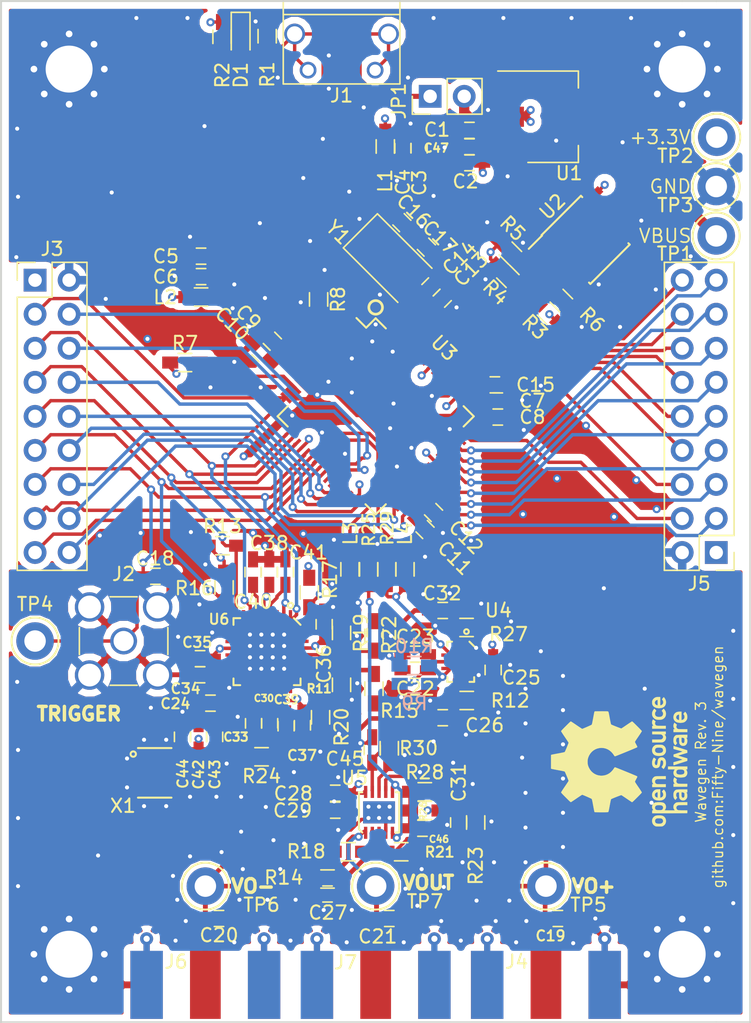
<source format=kicad_pcb>
(kicad_pcb (version 4) (host pcbnew 4.0.6)
  (layers (0 F.Cu signal hide) (1 In1.Cu power hide) (2 In2.Cu power hide) (31 B.Cu signal hide) (34 B.Paste user hide) (35 F.Paste user hide) (36 B.SilkS user hide) (37 F.SilkS user) (38 B.Mask user hide) (39 F.Mask user hide) (44 Edge.Cuts user))
  (net 0 "")
  (net 1 FTVPHY)
  (net 2 FTVPLL)
  (net 3 +3V3)
  (net 4 FTOSC+)
  (net 5 FTOSC-)
  (net 6 /FTDI/VREGOUT)
  (net 7 "Net-(D1-Pad2)")
  (net 8 USB_D-)
  (net 9 USB_D+)
  (net 10 "Net-(J1-Pad5)")
  (net 11 /Connectors/ACBUS0)
  (net 12 /Connectors/ACBUS1)
  (net 13 /Connectors/ACBUS2)
  (net 14 /Connectors/ACBUS3)
  (net 15 /Connectors/ACBUS4)
  (net 16 /Connectors/ACBUS5)
  (net 17 /Connectors/ACBUS6)
  (net 18 /Connectors/ACBUS7)
  (net 19 /Connectors/BDBUS0)
  (net 20 /Connectors/BCBUS0)
  (net 21 /Connectors/BDBUS1)
  (net 22 /Connectors/BCBUS1)
  (net 23 /Connectors/BDBUS2)
  (net 24 /Connectors/BCBUS2)
  (net 25 /Connectors/BDBUS3)
  (net 26 /Connectors/BCBUS3)
  (net 27 /Connectors/BDBUS4)
  (net 28 /Connectors/BCBUS4)
  (net 29 /Connectors/BDBUS5)
  (net 30 /Connectors/BCBUS5)
  (net 31 /Connectors/BDBUS6)
  (net 32 /Connectors/BCBUS6)
  (net 33 /Connectors/BDBUS7)
  (net 34 /Connectors/BCBUS7)
  (net 35 FTEECLK)
  (net 36 FTEECS)
  (net 37 FTEEDATA)
  (net 38 /FTDI/nRESET)
  (net 39 /FTDI/REF)
  (net 40 "Net-(C1-Pad1)")
  (net 41 GNDA)
  (net 42 TRIGGER)
  (net 43 VOUT+)
  (net 44 VOUT-)
  (net 45 VOUT)
  (net 46 "Net-(C24-Pad2)")
  (net 47 "Net-(C26-Pad2)")
  (net 48 "Net-(C27-Pad1)")
  (net 49 "Net-(C30-Pad1)")
  (net 50 DCLK+)
  (net 51 "Net-(C31-Pad2)")
  (net 52 "Net-(C32-Pad2)")
  (net 53 "Net-(C33-Pad1)")
  (net 54 DCLK-)
  (net 55 "Net-(C39-Pad1)")
  (net 56 "Net-(C40-Pad1)")
  (net 57 "Net-(C41-Pad1)")
  (net 58 "Net-(J1-Pad1)")
  (net 59 SPI_CLK)
  (net 60 SPI_DO)
  (net 61 SPI_DI)
  (net 62 SPI_CS)
  (net 63 RESET)
  (net 64 AMP0_EN)
  (net 65 AMP1_EN)
  (net 66 "Net-(L3-Pad1)")
  (net 67 "Net-(L4-Pad2)")
  (net 68 "Net-(R6-Pad2)")
  (net 69 VOCM)
  (net 70 "Net-(R11-Pad2)")
  (net 71 "Net-(R15-Pad1)")
  (net 72 "Net-(R19-Pad2)")
  (net 73 "Net-(C46-Pad1)")
  (net 74 "Net-(R30-Pad1)")
  (net 75 /Analog/+1.65V)
  (module footprints:ManualVia (layer F.Cu) (at 156.21 103.124)
    (fp_text reference "" (at 0 0.5) (layer F.SilkS))
    (fp_text value "")
    (pad "" thru_hole circle (at 0 0) (size 0.6096 0.6096) (drill 0.3048) (layers *.Cu) (net 41 GNDA))
  )
  (module footprints:ManualVia (layer F.Cu) (at 143.51 103.124)
    (fp_text reference "" (at 0 0.5) (layer F.SilkS))
    (fp_text value "")
    (pad "" thru_hole circle (at 0 0) (size 0.6096 0.6096) (drill 0.3048) (layers *.Cu) (net 41 GNDA))
  )
  (module Mounting_Holes:MountingHole_3.5mm_Pad_Via (layer F.Cu) (at 127 104.14)
    (fp_text reference "" (at 0 -4.5) (layer F.SilkS))
    (fp_text value MountingHole_3.5mm_Pad_Via)
    (pad 1 thru_hole circle (at 0 0) (size 7 7) (drill 3.5) (layers *.Cu *.Mask) (net 41 GNDA))
    (pad "" thru_hole circle (at 2.625 0) (size 0.6 0.6) (drill 0.5) (layers *.Cu *.Mask) (net 41 GNDA))
    (pad "" thru_hole circle (at 1.856155 1.856155) (size 0.6 0.6) (drill 0.5) (layers *.Cu *.Mask) (net 41 GNDA))
    (pad "" thru_hole circle (at 0 2.625) (size 0.6 0.6) (drill 0.5) (layers *.Cu *.Mask) (net 41 GNDA))
    (pad "" thru_hole circle (at -1.856155 1.856155) (size 0.6 0.6) (drill 0.5) (layers *.Cu *.Mask) (net 41 GNDA))
    (pad "" thru_hole circle (at -2.625 0) (size 0.6 0.6) (drill 0.5) (layers *.Cu *.Mask) (net 41 GNDA))
    (pad "" thru_hole circle (at -1.856155 -1.856155) (size 0.6 0.6) (drill 0.5) (layers *.Cu *.Mask) (net 41 GNDA))
    (pad "" thru_hole circle (at 0 -2.625) (size 0.6 0.6) (drill 0.5) (layers *.Cu *.Mask) (net 41 GNDA))
    (pad "" thru_hole circle (at 1.856155 -1.856155) (size 0.6 0.6) (drill 0.5) (layers *.Cu *.Mask) (net 41 GNDA))
  )
  (module Mounting_Holes:MountingHole_3.5mm_Pad_Via (layer F.Cu) (at 172.72 104.14)
    (fp_text reference "" (at 0 -4.5) (layer F.SilkS))
    (fp_text value MountingHole_3.5mm_Pad_Via)
    (pad 1 thru_hole circle (at 0 0) (size 7 7) (drill 3.5) (layers *.Cu *.Mask) (net 41 GNDA))
    (pad "" thru_hole circle (at 2.625 0) (size 0.6 0.6) (drill 0.5) (layers *.Cu *.Mask) (net 41 GNDA))
    (pad "" thru_hole circle (at 1.856155 1.856155) (size 0.6 0.6) (drill 0.5) (layers *.Cu *.Mask) (net 41 GNDA))
    (pad "" thru_hole circle (at 0 2.625) (size 0.6 0.6) (drill 0.5) (layers *.Cu *.Mask) (net 41 GNDA))
    (pad "" thru_hole circle (at -1.856155 1.856155) (size 0.6 0.6) (drill 0.5) (layers *.Cu *.Mask) (net 41 GNDA))
    (pad "" thru_hole circle (at -2.625 0) (size 0.6 0.6) (drill 0.5) (layers *.Cu *.Mask) (net 41 GNDA))
    (pad "" thru_hole circle (at -1.856155 -1.856155) (size 0.6 0.6) (drill 0.5) (layers *.Cu *.Mask) (net 41 GNDA))
    (pad "" thru_hole circle (at 0 -2.625) (size 0.6 0.6) (drill 0.5) (layers *.Cu *.Mask) (net 41 GNDA))
    (pad "" thru_hole circle (at 1.856155 -1.856155) (size 0.6 0.6) (drill 0.5) (layers *.Cu *.Mask) (net 41 GNDA))
  )
  (module Mounting_Holes:MountingHole_3.5mm_Pad_Via (layer F.Cu) (at 172.72 38.1)
    (fp_text reference "" (at 0 -4.5) (layer F.SilkS))
    (fp_text value MountingHole_3.5mm_Pad_Via)
    (pad 1 thru_hole circle (at 0 0) (size 7 7) (drill 3.5) (layers *.Cu *.Mask) (net 41 GNDA))
    (pad "" thru_hole circle (at 2.625 0) (size 0.6 0.6) (drill 0.5) (layers *.Cu *.Mask) (net 41 GNDA))
    (pad "" thru_hole circle (at 1.856155 1.856155) (size 0.6 0.6) (drill 0.5) (layers *.Cu *.Mask) (net 41 GNDA))
    (pad "" thru_hole circle (at 0 2.625) (size 0.6 0.6) (drill 0.5) (layers *.Cu *.Mask) (net 41 GNDA))
    (pad "" thru_hole circle (at -1.856155 1.856155) (size 0.6 0.6) (drill 0.5) (layers *.Cu *.Mask) (net 41 GNDA))
    (pad "" thru_hole circle (at -2.625 0) (size 0.6 0.6) (drill 0.5) (layers *.Cu *.Mask) (net 41 GNDA))
    (pad "" thru_hole circle (at -1.856155 -1.856155) (size 0.6 0.6) (drill 0.5) (layers *.Cu *.Mask) (net 41 GNDA))
    (pad "" thru_hole circle (at 0 -2.625) (size 0.6 0.6) (drill 0.5) (layers *.Cu *.Mask) (net 41 GNDA))
    (pad "" thru_hole circle (at 1.856155 -1.856155) (size 0.6 0.6) (drill 0.5) (layers *.Cu *.Mask) (net 41 GNDA))
  )
  (module LEDs:LED_0805 (layer F.Cu) (at 139.79 35.665 270)
    (fp_text reference D1 (at 2.8922 -0.0116 270) (layer F.SilkS))
    (fp_text value Green)
    (pad 2 smd rect (at 1.1 0 90) (size 1.2 1.2) (layers F.Cu F.Paste F.Mask) (net 7 "Net-(D1-Pad2)"))
    (pad 1 smd rect (at -1.1 0 90) (size 1.2 1.2) (layers F.Cu F.Paste F.Mask) (net 41 GNDA))
  )
  (module Pin_Headers:Pin_Header_Straight_2x09_Pitch2.54mm (layer F.Cu) (at 124.46 53.848)
    (fp_text reference J3 (at 1.27 -2.33) (layer F.SilkS))
    (fp_text value CONN_02X09)
    (pad 1 thru_hole rect (at 0 0) (size 1.7 1.7) (drill 1) (layers *.Cu *.Mask) (net 3 +3V3))
    (pad 2 thru_hole oval (at 2.54 0) (size 1.7 1.7) (drill 1) (layers *.Cu *.Mask) (net 41 GNDA))
    (pad 3 thru_hole oval (at 0 2.54) (size 1.7 1.7) (drill 1) (layers *.Cu *.Mask) (net 59 SPI_CLK))
    (pad 4 thru_hole oval (at 2.54 2.54) (size 1.7 1.7) (drill 1) (layers *.Cu *.Mask) (net 11 /Connectors/ACBUS0))
    (pad 5 thru_hole oval (at 0 5.08) (size 1.7 1.7) (drill 1) (layers *.Cu *.Mask) (net 60 SPI_DO))
    (pad 6 thru_hole oval (at 2.54 5.08) (size 1.7 1.7) (drill 1) (layers *.Cu *.Mask) (net 12 /Connectors/ACBUS1))
    (pad 7 thru_hole oval (at 0 7.62) (size 1.7 1.7) (drill 1) (layers *.Cu *.Mask) (net 61 SPI_DI))
    (pad 8 thru_hole oval (at 2.54 7.62) (size 1.7 1.7) (drill 1) (layers *.Cu *.Mask) (net 13 /Connectors/ACBUS2))
    (pad 9 thru_hole oval (at 0 10.16) (size 1.7 1.7) (drill 1) (layers *.Cu *.Mask) (net 62 SPI_CS))
    (pad 10 thru_hole oval (at 2.54 10.16) (size 1.7 1.7) (drill 1) (layers *.Cu *.Mask) (net 14 /Connectors/ACBUS3))
    (pad 11 thru_hole oval (at 0 12.7) (size 1.7 1.7) (drill 1) (layers *.Cu *.Mask) (net 63 RESET))
    (pad 12 thru_hole oval (at 2.54 12.7) (size 1.7 1.7) (drill 1) (layers *.Cu *.Mask) (net 15 /Connectors/ACBUS4))
    (pad 13 thru_hole oval (at 0 15.24) (size 1.7 1.7) (drill 1) (layers *.Cu *.Mask) (net 42 TRIGGER))
    (pad 14 thru_hole oval (at 2.54 15.24) (size 1.7 1.7) (drill 1) (layers *.Cu *.Mask) (net 16 /Connectors/ACBUS5))
    (pad 15 thru_hole oval (at 0 17.78) (size 1.7 1.7) (drill 1) (layers *.Cu *.Mask) (net 64 AMP0_EN))
    (pad 16 thru_hole oval (at 2.54 17.78) (size 1.7 1.7) (drill 1) (layers *.Cu *.Mask) (net 17 /Connectors/ACBUS6))
    (pad 17 thru_hole oval (at 0 20.32) (size 1.7 1.7) (drill 1) (layers *.Cu *.Mask) (net 65 AMP1_EN))
    (pad 18 thru_hole oval (at 2.54 20.32) (size 1.7 1.7) (drill 1) (layers *.Cu *.Mask) (net 18 /Connectors/ACBUS7))
  )
  (module Measurement_Points:Test_Point_Keystone_5005-5009_Compact (layer F.Cu) (at 175.26 50.546)
    (fp_text reference TP1 (at -3.0734 1.3335) (layer F.SilkS))
    (fp_text value VBUS)
    (pad 1 thru_hole circle (at 0 0) (size 2.8 2.8) (drill 1.6) (layers *.Cu *.Mask) (net 40 "Net-(C1-Pad1)"))
  )
  (module Measurement_Points:Test_Point_Keystone_5005-5009_Compact (layer F.Cu) (at 175.2981 43.18)
    (fp_text reference TP2 (at -3.0861 1.397) (layer F.SilkS))
    (fp_text value +3.3V)
    (pad 1 thru_hole circle (at 0 0) (size 2.8 2.8) (drill 1.6) (layers *.Cu *.Mask) (net 3 +3V3))
  )
  (module Measurement_Points:Test_Point_Keystone_5005-5009_Compact (layer F.Cu) (at 175.26 46.863)
    (fp_text reference TP3 (at -3.048 1.397) (layer F.SilkS))
    (fp_text value GND)
    (pad 1 thru_hole circle (at 0 0) (size 2.8 2.8) (drill 1.6) (layers *.Cu *.Mask) (net 41 GNDA))
  )
  (module WG:SOT-223 (layer F.Cu) (at 163.068 41.656)
    (fp_text reference U1 (at 1.2192 4.2164) (layer F.SilkS))
    (fp_text value LD1117S33TR)
    (pad 4 smd rect (at 3.15 0) (size 2 3.8) (layers F.Cu F.Paste F.Mask))
    (pad 2 smd rect (at -3.15 0) (size 2 1.5) (layers F.Cu F.Paste F.Mask) (net 3 +3V3))
    (pad 3 smd rect (at -3.15 2.3) (size 2 1.5) (layers F.Cu F.Paste F.Mask) (net 40 "Net-(C1-Pad1)"))
    (pad 1 smd rect (at -3.15 -2.3) (size 2 1.5) (layers F.Cu F.Paste F.Mask) (net 41 GNDA))
  )
  (module Housings_SOIC:SOIC-8_3.9x4.9mm_Pitch1.27mm (layer F.Cu) (at 165.52 50.84 45)
    (fp_text reference U2 (at 0 -3.5 45) (layer F.SilkS))
    (fp_text value 93LCxxB)
    (pad 1 smd rect (at -2.7 -1.905 45) (size 1.55 0.6) (layers F.Cu F.Paste F.Mask) (net 36 FTEECS))
    (pad 2 smd rect (at -2.7 -0.635 45) (size 1.55 0.6) (layers F.Cu F.Paste F.Mask) (net 35 FTEECLK))
    (pad 3 smd rect (at -2.7 0.635 45) (size 1.55 0.6) (layers F.Cu F.Paste F.Mask) (net 37 FTEEDATA))
    (pad 4 smd rect (at -2.7 1.905 45) (size 1.55 0.6) (layers F.Cu F.Paste F.Mask) (net 68 "Net-(R6-Pad2)"))
    (pad 5 smd rect (at 2.7 1.905 45) (size 1.55 0.6) (layers F.Cu F.Paste F.Mask) (net 41 GNDA))
    (pad 6 smd rect (at 2.7 0.635 45) (size 1.55 0.6) (layers F.Cu F.Paste F.Mask))
    (pad 7 smd rect (at 2.7 -0.635 45) (size 1.55 0.6) (layers F.Cu F.Paste F.Mask))
    (pad 8 smd rect (at 2.7 -1.905 45) (size 1.55 0.6) (layers F.Cu F.Paste F.Mask) (net 3 +3V3))
  )
  (module Housings_QFP:LQFP-64_10x10mm_Pitch0.5mm (layer F.Cu) (at 149.86 64.008 315)
    (fp_text reference U3 (at 0 -7.2 315) (layer F.SilkS))
    (fp_text value FT2232H)
    (pad 1 smd rect (at -5.7 -3.75 315) (size 1 0.25) (layers F.Cu F.Paste F.Mask) (net 41 GNDA))
    (pad 2 smd rect (at -5.7 -3.25 315) (size 1 0.25) (layers F.Cu F.Paste F.Mask) (net 5 FTOSC-))
    (pad 3 smd rect (at -5.7 -2.75 315) (size 1 0.25) (layers F.Cu F.Paste F.Mask) (net 4 FTOSC+))
    (pad 4 smd rect (at -5.7 -2.25 315) (size 1 0.25) (layers F.Cu F.Paste F.Mask) (net 1 FTVPHY))
    (pad 5 smd rect (at -5.7 -1.75 315) (size 1 0.25) (layers F.Cu F.Paste F.Mask) (net 41 GNDA))
    (pad 6 smd rect (at -5.7 -1.25 315) (size 1 0.25) (layers F.Cu F.Paste F.Mask) (net 39 /FTDI/REF))
    (pad 7 smd rect (at -5.7 -0.75 315) (size 1 0.25) (layers F.Cu F.Paste F.Mask) (net 8 USB_D-))
    (pad 8 smd rect (at -5.7 -0.25 315) (size 1 0.25) (layers F.Cu F.Paste F.Mask) (net 9 USB_D+))
    (pad 9 smd rect (at -5.7 0.25 315) (size 1 0.25) (layers F.Cu F.Paste F.Mask) (net 2 FTVPLL))
    (pad 10 smd rect (at -5.7 0.75 315) (size 1 0.25) (layers F.Cu F.Paste F.Mask) (net 41 GNDA))
    (pad 11 smd rect (at -5.7 1.25 315) (size 1 0.25) (layers F.Cu F.Paste F.Mask) (net 41 GNDA))
    (pad 12 smd rect (at -5.7 1.75 315) (size 1 0.25) (layers F.Cu F.Paste F.Mask) (net 6 /FTDI/VREGOUT))
    (pad 13 smd rect (at -5.7 2.25 315) (size 1 0.25) (layers F.Cu F.Paste F.Mask) (net 41 GNDA))
    (pad 14 smd rect (at -5.7 2.75 315) (size 1 0.25) (layers F.Cu F.Paste F.Mask) (net 38 /FTDI/nRESET))
    (pad 15 smd rect (at -5.7 3.25 315) (size 1 0.25) (layers F.Cu F.Paste F.Mask) (net 41 GNDA))
    (pad 16 smd rect (at -5.7 3.75 315) (size 1 0.25) (layers F.Cu F.Paste F.Mask) (net 59 SPI_CLK))
    (pad 17 smd rect (at -3.75 5.7 45) (size 1 0.25) (layers F.Cu F.Paste F.Mask) (net 60 SPI_DO))
    (pad 18 smd rect (at -3.25 5.7 45) (size 1 0.25) (layers F.Cu F.Paste F.Mask) (net 61 SPI_DI))
    (pad 19 smd rect (at -2.75 5.7 45) (size 1 0.25) (layers F.Cu F.Paste F.Mask) (net 62 SPI_CS))
    (pad 20 smd rect (at -2.25 5.7 45) (size 1 0.25) (layers F.Cu F.Paste F.Mask) (net 3 +3V3))
    (pad 21 smd rect (at -1.75 5.7 45) (size 1 0.25) (layers F.Cu F.Paste F.Mask) (net 63 RESET))
    (pad 22 smd rect (at -1.25 5.7 45) (size 1 0.25) (layers F.Cu F.Paste F.Mask) (net 42 TRIGGER))
    (pad 23 smd rect (at -0.75 5.7 45) (size 1 0.25) (layers F.Cu F.Paste F.Mask) (net 64 AMP0_EN))
    (pad 24 smd rect (at -0.25 5.7 45) (size 1 0.25) (layers F.Cu F.Paste F.Mask) (net 65 AMP1_EN))
    (pad 25 smd rect (at 0.25 5.7 45) (size 1 0.25) (layers F.Cu F.Paste F.Mask) (net 41 GNDA))
    (pad 26 smd rect (at 0.75 5.7 45) (size 1 0.25) (layers F.Cu F.Paste F.Mask) (net 11 /Connectors/ACBUS0))
    (pad 27 smd rect (at 1.25 5.7 45) (size 1 0.25) (layers F.Cu F.Paste F.Mask) (net 12 /Connectors/ACBUS1))
    (pad 28 smd rect (at 1.75 5.7 45) (size 1 0.25) (layers F.Cu F.Paste F.Mask) (net 13 /Connectors/ACBUS2))
    (pad 29 smd rect (at 2.25 5.7 45) (size 1 0.25) (layers F.Cu F.Paste F.Mask) (net 14 /Connectors/ACBUS3))
    (pad 30 smd rect (at 2.75 5.7 45) (size 1 0.25) (layers F.Cu F.Paste F.Mask) (net 15 /Connectors/ACBUS4))
    (pad 31 smd rect (at 3.25 5.7 45) (size 1 0.25) (layers F.Cu F.Paste F.Mask) (net 3 +3V3))
    (pad 32 smd rect (at 3.75 5.7 45) (size 1 0.25) (layers F.Cu F.Paste F.Mask) (net 16 /Connectors/ACBUS5))
    (pad 33 smd rect (at 5.7 3.75 315) (size 1 0.25) (layers F.Cu F.Paste F.Mask) (net 17 /Connectors/ACBUS6))
    (pad 34 smd rect (at 5.7 3.25 315) (size 1 0.25) (layers F.Cu F.Paste F.Mask) (net 18 /Connectors/ACBUS7))
    (pad 35 smd rect (at 5.7 2.75 315) (size 1 0.25) (layers F.Cu F.Paste F.Mask) (net 41 GNDA))
    (pad 36 smd rect (at 5.7 2.25 315) (size 1 0.25) (layers F.Cu F.Paste F.Mask))
    (pad 37 smd rect (at 5.7 1.75 315) (size 1 0.25) (layers F.Cu F.Paste F.Mask) (net 6 /FTDI/VREGOUT))
    (pad 38 smd rect (at 5.7 1.25 315) (size 1 0.25) (layers F.Cu F.Paste F.Mask) (net 19 /Connectors/BDBUS0))
    (pad 39 smd rect (at 5.7 0.75 315) (size 1 0.25) (layers F.Cu F.Paste F.Mask) (net 21 /Connectors/BDBUS1))
    (pad 40 smd rect (at 5.7 0.25 315) (size 1 0.25) (layers F.Cu F.Paste F.Mask) (net 23 /Connectors/BDBUS2))
    (pad 41 smd rect (at 5.7 -0.25 315) (size 1 0.25) (layers F.Cu F.Paste F.Mask) (net 25 /Connectors/BDBUS3))
    (pad 42 smd rect (at 5.7 -0.75 315) (size 1 0.25) (layers F.Cu F.Paste F.Mask) (net 3 +3V3))
    (pad 43 smd rect (at 5.7 -1.25 315) (size 1 0.25) (layers F.Cu F.Paste F.Mask) (net 27 /Connectors/BDBUS4))
    (pad 44 smd rect (at 5.7 -1.75 315) (size 1 0.25) (layers F.Cu F.Paste F.Mask) (net 29 /Connectors/BDBUS5))
    (pad 45 smd rect (at 5.7 -2.25 315) (size 1 0.25) (layers F.Cu F.Paste F.Mask) (net 31 /Connectors/BDBUS6))
    (pad 46 smd rect (at 5.7 -2.75 315) (size 1 0.25) (layers F.Cu F.Paste F.Mask) (net 33 /Connectors/BDBUS7))
    (pad 47 smd rect (at 5.7 -3.25 315) (size 1 0.25) (layers F.Cu F.Paste F.Mask) (net 41 GNDA))
    (pad 48 smd rect (at 5.7 -3.75 315) (size 1 0.25) (layers F.Cu F.Paste F.Mask) (net 20 /Connectors/BCBUS0))
    (pad 49 smd rect (at 3.75 -5.7 45) (size 1 0.25) (layers F.Cu F.Paste F.Mask) (net 6 /FTDI/VREGOUT))
    (pad 50 smd rect (at 3.25 -5.7 45) (size 1 0.25) (layers F.Cu F.Paste F.Mask) (net 3 +3V3))
    (pad 51 smd rect (at 2.75 -5.7 45) (size 1 0.25) (layers F.Cu F.Paste F.Mask) (net 41 GNDA))
    (pad 52 smd rect (at 2.25 -5.7 45) (size 1 0.25) (layers F.Cu F.Paste F.Mask) (net 22 /Connectors/BCBUS1))
    (pad 53 smd rect (at 1.75 -5.7 45) (size 1 0.25) (layers F.Cu F.Paste F.Mask) (net 24 /Connectors/BCBUS2))
    (pad 54 smd rect (at 1.25 -5.7 45) (size 1 0.25) (layers F.Cu F.Paste F.Mask) (net 26 /Connectors/BCBUS3))
    (pad 55 smd rect (at 0.75 -5.7 45) (size 1 0.25) (layers F.Cu F.Paste F.Mask) (net 28 /Connectors/BCBUS4))
    (pad 56 smd rect (at 0.25 -5.7 45) (size 1 0.25) (layers F.Cu F.Paste F.Mask) (net 3 +3V3))
    (pad 57 smd rect (at -0.25 -5.7 45) (size 1 0.25) (layers F.Cu F.Paste F.Mask) (net 30 /Connectors/BCBUS5))
    (pad 58 smd rect (at -0.75 -5.7 45) (size 1 0.25) (layers F.Cu F.Paste F.Mask) (net 32 /Connectors/BCBUS6))
    (pad 59 smd rect (at -1.25 -5.7 45) (size 1 0.25) (layers F.Cu F.Paste F.Mask) (net 34 /Connectors/BCBUS7))
    (pad 60 smd rect (at -1.75 -5.7 45) (size 1 0.25) (layers F.Cu F.Paste F.Mask))
    (pad 61 smd rect (at -2.25 -5.7 45) (size 1 0.25) (layers F.Cu F.Paste F.Mask) (net 37 FTEEDATA))
    (pad 62 smd rect (at -2.75 -5.7 45) (size 1 0.25) (layers F.Cu F.Paste F.Mask) (net 35 FTEECLK))
    (pad 63 smd rect (at -3.25 -5.7 45) (size 1 0.25) (layers F.Cu F.Paste F.Mask) (net 36 FTEECS))
    (pad 64 smd rect (at -3.75 -5.7 45) (size 1 0.25) (layers F.Cu F.Paste F.Mask) (net 6 /FTDI/VREGOUT))
  )
  (module Crystals:Crystal_SMD_5032-2pin_5.0x3.2mm (layer F.Cu) (at 150.876 52.324 315)
    (fp_text reference Y1 (at -4.130918 1.257236 315) (layer F.SilkS))
    (fp_text value 12MHz)
    (pad 1 smd rect (at -1.85 0 315) (size 2 2.4) (layers F.Cu F.Paste F.Mask) (net 4 FTOSC+))
    (pad 2 smd rect (at 1.85 0 315) (size 2 2.4) (layers F.Cu F.Paste F.Mask) (net 5 FTOSC-))
  )
  (module Capacitors_SMD:C_0603_HandSoldering (layer F.Cu) (at 156.855 42.672 180)
    (fp_text reference C1 (at 2.423 0.0508 180) (layer F.SilkS))
    (fp_text value 100n)
    (pad 1 smd rect (at -0.95 0 180) (size 1.2 0.75) (layers F.Cu F.Paste F.Mask) (net 40 "Net-(C1-Pad1)"))
    (pad 2 smd rect (at 0.95 0 180) (size 1.2 0.75) (layers F.Cu F.Paste F.Mask) (net 41 GNDA))
  )
  (module Capacitors_SMD:C_0603_HandSoldering (layer F.Cu) (at 156.855 45.085 180)
    (fp_text reference C2 (at 0.2894 -1.397 180) (layer F.SilkS))
    (fp_text value 10u)
    (pad 1 smd rect (at -0.95 0 180) (size 1.2 0.75) (layers F.Cu F.Paste F.Mask) (net 3 +3V3))
    (pad 2 smd rect (at 0.95 0 180) (size 1.2 0.75) (layers F.Cu F.Paste F.Mask) (net 41 GNDA))
  )
  (module Capacitors_SMD:C_0603_HandSoldering (layer F.Cu) (at 153.0985 44.002 90)
    (fp_text reference C3 (at -2.5816 0.0127 90) (layer F.SilkS))
    (fp_text value 4.7u)
    (pad 1 smd rect (at -0.95 0 90) (size 1.2 0.75) (layers F.Cu F.Paste F.Mask) (net 1 FTVPHY))
    (pad 2 smd rect (at 0.95 0 90) (size 1.2 0.75) (layers F.Cu F.Paste F.Mask) (net 41 GNDA))
  )
  (module Capacitors_SMD:C_0603_HandSoldering (layer F.Cu) (at 151.892 44.002 90)
    (fp_text reference C4 (at -2.5308 0 90) (layer F.SilkS))
    (fp_text value 100n)
    (pad 1 smd rect (at -0.95 0 90) (size 1.2 0.75) (layers F.Cu F.Paste F.Mask) (net 1 FTVPHY))
    (pad 2 smd rect (at 0.95 0 90) (size 1.2 0.75) (layers F.Cu F.Paste F.Mask) (net 41 GNDA))
  )
  (module Capacitors_SMD:C_0603_HandSoldering (layer F.Cu) (at 136.84 52.058 180)
    (fp_text reference C5 (at 2.6264 -0.012 180) (layer F.SilkS))
    (fp_text value 4.7u)
    (pad 1 smd rect (at -0.95 0 180) (size 1.2 0.75) (layers F.Cu F.Paste F.Mask) (net 2 FTVPLL))
    (pad 2 smd rect (at 0.95 0 180) (size 1.2 0.75) (layers F.Cu F.Paste F.Mask) (net 41 GNDA))
  )
  (module Capacitors_SMD:C_0603_HandSoldering (layer F.Cu) (at 136.84 53.582 180)
    (fp_text reference C6 (at 2.6264 -0.012 180) (layer F.SilkS))
    (fp_text value 100n)
    (pad 1 smd rect (at -0.95 0 180) (size 1.2 0.75) (layers F.Cu F.Paste F.Mask) (net 2 FTVPLL))
    (pad 2 smd rect (at 0.95 0 180) (size 1.2 0.75) (layers F.Cu F.Paste F.Mask) (net 41 GNDA))
  )
  (module Capacitors_SMD:C_0603_HandSoldering (layer F.Cu) (at 158.970168 62.860343)
    (fp_text reference C7 (at 2.564832 0.000157) (layer F.SilkS))
    (fp_text value 3.3u)
    (pad 1 smd rect (at -0.95 0) (size 1.2 0.75) (layers F.Cu F.Paste F.Mask) (net 6 /FTDI/VREGOUT))
    (pad 2 smd rect (at 0.95 0) (size 1.2 0.75) (layers F.Cu F.Paste F.Mask) (net 41 GNDA))
  )
  (module Capacitors_SMD:C_0603_HandSoldering (layer F.Cu) (at 158.970168 64.062425)
    (fp_text reference C8 (at 2.579832 -0.001925) (layer F.SilkS))
    (fp_text value 100n)
    (pad 1 smd rect (at -0.95 0) (size 1.2 0.75) (layers F.Cu F.Paste F.Mask) (net 6 /FTDI/VREGOUT))
    (pad 2 smd rect (at 0.95 0) (size 1.2 0.75) (layers F.Cu F.Paste F.Mask) (net 41 GNDA))
  )
  (module Capacitors_SMD:C_0603_HandSoldering (layer F.Cu) (at 142.158709 58.400068 135)
    (fp_text reference C9 (at 2.55 0 135) (layer F.SilkS))
    (fp_text value 100n)
    (pad 1 smd rect (at -0.95 0 135) (size 1.2 0.75) (layers F.Cu F.Paste F.Mask) (net 6 /FTDI/VREGOUT))
    (pad 2 smd rect (at 0.95 0 135) (size 1.2 0.75) (layers F.Cu F.Paste F.Mask) (net 41 GNDA))
  )
  (module Capacitors_SMD:C_0603_HandSoldering (layer F.Cu) (at 141.310181 59.248596 135)
    (fp_text reference C10 (at 3.035 0 135) (layer F.SilkS))
    (fp_text value 100n)
    (pad 1 smd rect (at -0.95 0 135) (size 1.2 0.75) (layers F.Cu F.Paste F.Mask) (net 6 /FTDI/VREGOUT))
    (pad 2 smd rect (at 0.95 0 135) (size 1.2 0.75) (layers F.Cu F.Paste F.Mask) (net 41 GNDA))
  )
  (module Capacitors_SMD:C_0603_HandSoldering (layer F.Cu) (at 153.543 72.4535 315)
    (fp_text reference C11 (at 3.062267 -0.062862 315) (layer F.SilkS))
    (fp_text value 100n)
    (pad 1 smd rect (at -0.95 0 315) (size 1.2 0.75) (layers F.Cu F.Paste F.Mask) (net 6 /FTDI/VREGOUT))
    (pad 2 smd rect (at 0.95 0 315) (size 1.2 0.75) (layers F.Cu F.Paste F.Mask) (net 41 GNDA))
  )
  (module Capacitors_SMD:C_0603_HandSoldering (layer F.Cu) (at 154.178 71.1835 315)
    (fp_text reference C12 (at 3.008386 -0.404112 315) (layer F.SilkS))
    (fp_text value 100n)
    (pad 1 smd rect (at -0.95 0 315) (size 1.2 0.75) (layers F.Cu F.Paste F.Mask) (net 6 /FTDI/VREGOUT))
    (pad 2 smd rect (at 0.95 0 315) (size 1.2 0.75) (layers F.Cu F.Paste F.Mask) (net 41 GNDA))
  )
  (module Capacitors_SMD:C_0603_HandSoldering (layer F.Cu) (at 154.828348 55.196798 45)
    (fp_text reference C13 (at 3.035 0 45) (layer F.SilkS))
    (fp_text value 100n)
    (pad 1 smd rect (at -0.95 0 45) (size 1.2 0.75) (layers F.Cu F.Paste F.Mask) (net 6 /FTDI/VREGOUT))
    (pad 2 smd rect (at 0.95 0 45) (size 1.2 0.75) (layers F.Cu F.Paste F.Mask) (net 41 GNDA))
  )
  (module Capacitors_SMD:C_0603_HandSoldering (layer F.Cu) (at 153.97982 54.348269 45)
    (fp_text reference C14 (at 3.04 0 45) (layer F.SilkS))
    (fp_text value 100n)
    (pad 1 smd rect (at -0.95 0 45) (size 1.2 0.75) (layers F.Cu F.Paste F.Mask) (net 6 /FTDI/VREGOUT))
    (pad 2 smd rect (at 0.95 0 45) (size 1.2 0.75) (layers F.Cu F.Paste F.Mask) (net 41 GNDA))
  )
  (module Capacitors_SMD:C_0603_HandSoldering (layer F.Cu) (at 158.75 61.6585)
    (fp_text reference C15 (at 3.035 0) (layer F.SilkS))
    (fp_text value 100n)
    (pad 1 smd rect (at -0.95 0) (size 1.2 0.75) (layers F.Cu F.Paste F.Mask) (net 3 +3V3))
    (pad 2 smd rect (at 0.95 0) (size 1.2 0.75) (layers F.Cu F.Paste F.Mask) (net 41 GNDA))
  )
  (module Capacitors_SMD:C_0603_HandSoldering (layer F.Cu) (at 151.8158 49.5554 315)
    (fp_text reference C16 (at 0 -1.25 315) (layer F.SilkS))
    (fp_text value 27p)
    (pad 1 smd rect (at -0.95 0 315) (size 1.2 0.75) (layers F.Cu F.Paste F.Mask) (net 4 FTOSC+))
    (pad 2 smd rect (at 0.95 0 315) (size 1.2 0.75) (layers F.Cu F.Paste F.Mask) (net 41 GNDA))
  )
  (module Capacitors_SMD:C_0603_HandSoldering (layer F.Cu) (at 153.6446 51.3842 135)
    (fp_text reference C17 (at -0.179605 1.221315 135) (layer F.SilkS))
    (fp_text value 27p)
    (pad 1 smd rect (at -0.95 0 135) (size 1.2 0.75) (layers F.Cu F.Paste F.Mask) (net 5 FTOSC-))
    (pad 2 smd rect (at 0.95 0 135) (size 1.2 0.75) (layers F.Cu F.Paste F.Mask) (net 41 GNDA))
  )
  (module Capacitors_SMD:C_0603_HandSoldering (layer F.Cu) (at 133.435 75.94 180)
    (fp_text reference C18 (at 0.0215 1.3275 180) (layer F.SilkS))
    (fp_text value DNP)
    (pad 1 smd rect (at -0.95 0 180) (size 1.2 0.75) (layers F.Cu F.Paste F.Mask) (net 41 GNDA))
    (pad 2 smd rect (at 0.95 0 180) (size 1.2 0.75) (layers F.Cu F.Paste F.Mask) (net 42 TRIGGER))
  )
  (module Capacitors_SMD:C_0603_HandSoldering (layer F.Cu) (at 163.449 101.473 180)
    (fp_text reference " C19" (at 0.8382 -1.2954 180) (layer F.SilkS) (effects (font (size 0.762 0.762))))
    (fp_text value DNP)
    (pad 1 smd rect (at -0.95 0 180) (size 1.2 0.75) (layers F.Cu F.Paste F.Mask) (net 41 GNDA))
    (pad 2 smd rect (at 0.95 0 180) (size 1.2 0.75) (layers F.Cu F.Paste F.Mask) (net 43 VOUT+))
  )
  (module Capacitors_SMD:C_0603_HandSoldering (layer F.Cu) (at 138.176 101.473 180)
    (fp_text reference C20 (at 0 -1.25 180) (layer F.SilkS))
    (fp_text value DNP)
    (pad 1 smd rect (at -0.95 0 180) (size 1.2 0.75) (layers F.Cu F.Paste F.Mask) (net 41 GNDA))
    (pad 2 smd rect (at 0.95 0 180) (size 1.2 0.75) (layers F.Cu F.Paste F.Mask) (net 44 VOUT-))
  )
  (module Capacitors_SMD:C_0603_HandSoldering (layer F.Cu) (at 150.876 101.473 180)
    (fp_text reference C21 (at 0.8636 -1.3462 180) (layer F.SilkS))
    (fp_text value DNP)
    (pad 1 smd rect (at -0.95 0 180) (size 1.2 0.75) (layers F.Cu F.Paste F.Mask) (net 41 GNDA))
    (pad 2 smd rect (at 0.95 0 180) (size 1.2 0.75) (layers F.Cu F.Paste F.Mask) (net 45 VOUT))
  )
  (module Capacitors_SMD:C_0603_HandSoldering (layer F.Cu) (at 152.810982 82.954032 180)
    (fp_text reference C22 (at 0 -1.373968 180) (layer F.SilkS))
    (fp_text value 10u)
    (pad 1 smd rect (at -0.95 0 180) (size 1.2 0.75) (layers F.Cu F.Paste F.Mask) (net 3 +3V3))
    (pad 2 smd rect (at 0.95 0 180) (size 1.2 0.75) (layers F.Cu F.Paste F.Mask) (net 41 GNDA))
  )
  (module Capacitors_SMD:C_0603_HandSoldering (layer F.Cu) (at 152.810982 81.754032 180)
    (fp_text reference C23 (at 0 1.299532 180) (layer F.SilkS))
    (fp_text value 100n)
    (pad 1 smd rect (at -0.95 0 180) (size 1.2 0.75) (layers F.Cu F.Paste F.Mask) (net 3 +3V3))
    (pad 2 smd rect (at 0.95 0 180) (size 1.2 0.75) (layers F.Cu F.Paste F.Mask) (net 41 GNDA))
  )
  (module Capacitors_SMD:C_0603_HandSoldering (layer F.Cu) (at 137.541 85.4075)
    (fp_text reference C24 (at -2.6162 0.0381) (layer F.SilkS) (effects (font (size 0.762 0.762))))
    (fp_text value 100n)
    (pad 1 smd rect (at -0.95 0) (size 1.2 0.75) (layers F.Cu F.Paste F.Mask) (net 41 GNDA))
    (pad 2 smd rect (at 0.95 0) (size 1.2 0.75) (layers F.Cu F.Paste F.Mask) (net 46 "Net-(C24-Pad2)"))
  )
  (module Capacitors_SMD:C_0603_HandSoldering (layer F.Cu) (at 158.623 82.931 270)
    (fp_text reference C25 (at 0.5715 -2.0955 360) (layer F.SilkS))
    (fp_text value 100n)
    (pad 1 smd rect (at -0.95 0 270) (size 1.2 0.75) (layers F.Cu F.Paste F.Mask) (net 3 +3V3))
    (pad 2 smd rect (at 0.95 0 270) (size 1.2 0.75) (layers F.Cu F.Paste F.Mask) (net 41 GNDA))
  )
  (module Capacitors_SMD:C_0603_HandSoldering (layer F.Cu) (at 154.861982 86.494032 180)
    (fp_text reference C26 (at -3.126018 -0.564468 180) (layer F.SilkS))
    (fp_text value 0.8p)
    (pad 1 smd rect (at -0.95 0 180) (size 1.2 0.75) (layers F.Cu F.Paste F.Mask) (net 44 VOUT-))
    (pad 2 smd rect (at 0.95 0 180) (size 1.2 0.75) (layers F.Cu F.Paste F.Mask) (net 47 "Net-(C26-Pad2)"))
  )
  (module Capacitors_SMD:C_0603_HandSoldering (layer F.Cu) (at 146.270289 99.646117 180)
    (fp_text reference C27 (at -0.033711 -1.395083 180) (layer F.SilkS))
    (fp_text value 2.8p)
    (pad 1 smd rect (at -0.95 0 180) (size 1.2 0.75) (layers F.Cu F.Paste F.Mask) (net 48 "Net-(C27-Pad1)"))
    (pad 2 smd rect (at 0.95 0 180) (size 1.2 0.75) (layers F.Cu F.Paste F.Mask) (net 45 VOUT))
  )
  (module Capacitors_SMD:C_0603_HandSoldering (layer F.Cu) (at 146.845711 92.123883 180)
    (fp_text reference C28 (at 3.132511 -0.027317 180) (layer F.SilkS))
    (fp_text value 100n)
    (pad 1 smd rect (at -0.95 0 180) (size 1.2 0.75) (layers F.Cu F.Paste F.Mask) (net 3 +3V3))
    (pad 2 smd rect (at 0.95 0 180) (size 1.2 0.75) (layers F.Cu F.Paste F.Mask) (net 41 GNDA))
  )
  (module Capacitors_SMD:C_0603_HandSoldering (layer F.Cu) (at 146.845711 93.393883 180)
    (fp_text reference C29 (at 3.183311 -0.027317 180) (layer F.SilkS))
    (fp_text value 10u)
    (pad 1 smd rect (at -0.95 0 180) (size 1.2 0.75) (layers F.Cu F.Paste F.Mask) (net 3 +3V3))
    (pad 2 smd rect (at 0.95 0 180) (size 1.2 0.75) (layers F.Cu F.Paste F.Mask) (net 41 GNDA))
  )
  (module Capacitors_SMD:C_0603_HandSoldering (layer F.Cu) (at 141.956503 86.912115 270)
    (fp_text reference C30 (at -1.872915 0.427703 360) (layer F.SilkS) (effects (font (size 0.508 0.508) (thickness 0.127))))
    (fp_text value 100n)
    (pad 1 smd rect (at -0.95 0 270) (size 1.2 0.75) (layers F.Cu F.Paste F.Mask) (net 49 "Net-(C30-Pad1)"))
    (pad 2 smd rect (at 0.95 0 270) (size 1.2 0.75) (layers F.Cu F.Paste F.Mask) (net 50 DCLK+))
  )
  (module Capacitors_SMD:C_0603_HandSoldering (layer F.Cu) (at 156.049289 94.312117 270)
    (fp_text reference C31 (at -2.973717 -0.008311 270) (layer F.SilkS))
    (fp_text value 2.8p)
    (pad 1 smd rect (at -0.95 0 270) (size 1.2 0.75) (layers F.Cu F.Paste F.Mask) (net 75 /Analog/+1.65V))
    (pad 2 smd rect (at 0.95 0 270) (size 1.2 0.75) (layers F.Cu F.Paste F.Mask) (net 51 "Net-(C31-Pad2)"))
  )
  (module Capacitors_SMD:C_0603_HandSoldering (layer F.Cu) (at 154.861982 78.492032 180)
    (fp_text reference C32 (at 0.048982 1.276032 180) (layer F.SilkS))
    (fp_text value 0.8p)
    (pad 1 smd rect (at -0.95 0 180) (size 1.2 0.75) (layers F.Cu F.Paste F.Mask) (net 43 VOUT+))
    (pad 2 smd rect (at 0.95 0 180) (size 1.2 0.75) (layers F.Cu F.Paste F.Mask) (net 52 "Net-(C32-Pad2)"))
  )
  (module Capacitors_SMD:C_0603_HandSoldering (layer F.Cu) (at 140.754422 86.914591 270)
    (fp_text reference C33 (at 1.020209 1.308422 360) (layer F.SilkS) (effects (font (size 0.635 0.635))))
    (fp_text value 100n)
    (pad 1 smd rect (at -0.95 0 270) (size 1.2 0.75) (layers F.Cu F.Paste F.Mask) (net 53 "Net-(C33-Pad1)"))
    (pad 2 smd rect (at 0.95 0 270) (size 1.2 0.75) (layers F.Cu F.Paste F.Mask) (net 54 DCLK-))
  )
  (module Capacitors_SMD:C_0603_HandSoldering (layer F.Cu) (at 136.767 83.289)
    (fp_text reference C34 (at -1.0802 1.039) (layer F.SilkS) (effects (font (size 0.762 0.762))))
    (fp_text value 10u)
    (pad 1 smd rect (at -0.95 0) (size 1.2 0.75) (layers F.Cu F.Paste F.Mask) (net 41 GNDA))
    (pad 2 smd rect (at 0.95 0) (size 1.2 0.75) (layers F.Cu F.Paste F.Mask) (net 3 +3V3))
  )
  (module Capacitors_SMD:C_0603_HandSoldering (layer F.Cu) (at 136.767 82.089)
    (fp_text reference C35 (at -0.2166 -1.2154) (layer F.SilkS) (effects (font (size 0.762 0.762))))
    (fp_text value 100n)
    (pad 1 smd rect (at -0.95 0) (size 1.2 0.75) (layers F.Cu F.Paste F.Mask) (net 41 GNDA))
    (pad 2 smd rect (at 0.95 0) (size 1.2 0.75) (layers F.Cu F.Paste F.Mask) (net 3 +3V3))
  )
  (module Capacitors_SMD:C_0603_HandSoldering (layer F.Cu) (at 146.022 79.524 270)
    (fp_text reference C36 (at 2.9625 0.01 270) (layer F.SilkS))
    (fp_text value 100n)
    (pad 1 smd rect (at -0.95 0 270) (size 1.2 0.75) (layers F.Cu F.Paste F.Mask) (net 41 GNDA))
    (pad 2 smd rect (at 0.95 0 270) (size 1.2 0.75) (layers F.Cu F.Paste F.Mask) (net 3 +3V3))
  )
  (module Capacitors_SMD:C_0603_HandSoldering (layer F.Cu) (at 144.399 87.0585 270)
    (fp_text reference C37 (at 2.2479 0.0254 360) (layer F.SilkS) (effects (font (size 0.762 0.762))))
    (fp_text value 100n)
    (pad 1 smd rect (at -0.95 0 270) (size 1.2 0.75) (layers F.Cu F.Paste F.Mask) (net 3 +3V3))
    (pad 2 smd rect (at 0.95 0 270) (size 1.2 0.75) (layers F.Cu F.Paste F.Mask) (net 41 GNDA))
  )
  (module Capacitors_SMD:C_0603_HandSoldering (layer F.Cu) (at 141.927 75.6285 90)
    (fp_text reference C38 (at 2.159 -0.0045 180) (layer F.SilkS))
    (fp_text value 100n)
    (pad 1 smd rect (at -0.95 0 90) (size 1.2 0.75) (layers F.Cu F.Paste F.Mask) (net 3 +3V3))
    (pad 2 smd rect (at 0.95 0 90) (size 1.2 0.75) (layers F.Cu F.Paste F.Mask) (net 41 GNDA))
  )
  (module Capacitors_SMD:C_0603_HandSoldering (layer F.Cu) (at 143.182 87.122 270)
    (fp_text reference C39 (at -1.9812 -0.0232 360) (layer F.SilkS) (effects (font (size 0.635 0.635))))
    (fp_text value 100n)
    (pad 1 smd rect (at -0.95 0 270) (size 1.2 0.75) (layers F.Cu F.Paste F.Mask) (net 55 "Net-(C39-Pad1)"))
    (pad 2 smd rect (at 0.95 0 270) (size 1.2 0.75) (layers F.Cu F.Paste F.Mask) (net 41 GNDA))
  )
  (module Capacitors_SMD:C_0603_HandSoldering (layer F.Cu) (at 140.716 75.6285 90)
    (fp_text reference C40 (at -2.2225 0 180) (layer F.SilkS))
    (fp_text value 100n)
    (pad 1 smd rect (at -0.95 0 90) (size 1.2 0.75) (layers F.Cu F.Paste F.Mask) (net 56 "Net-(C40-Pad1)"))
    (pad 2 smd rect (at 0.95 0 90) (size 1.2 0.75) (layers F.Cu F.Paste F.Mask) (net 41 GNDA))
  )
  (module Capacitors_SMD:C_0603_HandSoldering (layer F.Cu) (at 143.129 75.6285 90)
    (fp_text reference C41 (at 1.4605 1.7145 180) (layer F.SilkS))
    (fp_text value 100n)
    (pad 1 smd rect (at -0.95 0 90) (size 1.2 0.75) (layers F.Cu F.Paste F.Mask) (net 57 "Net-(C41-Pad1)"))
    (pad 2 smd rect (at 0.95 0 90) (size 1.2 0.75) (layers F.Cu F.Paste F.Mask) (net 41 GNDA))
  )
  (module Capacitors_SMD:C_0603_HandSoldering (layer F.Cu) (at 136.653 87.922 90)
    (fp_text reference C42 (at -2.8068 -0.001 90) (layer F.SilkS) (effects (font (size 0.762 0.762))))
    (fp_text value 10u)
    (pad 1 smd rect (at -0.95 0 90) (size 1.2 0.75) (layers F.Cu F.Paste F.Mask) (net 3 +3V3))
    (pad 2 smd rect (at 0.95 0 90) (size 1.2 0.75) (layers F.Cu F.Paste F.Mask) (net 41 GNDA))
  )
  (module Capacitors_SMD:C_0603_HandSoldering (layer F.Cu) (at 137.853 87.922 90)
    (fp_text reference C43 (at -2.8068 0.0182 90) (layer F.SilkS) (effects (font (size 0.762 0.762))))
    (fp_text value 1u)
    (pad 1 smd rect (at -0.95 0 90) (size 1.2 0.75) (layers F.Cu F.Paste F.Mask) (net 3 +3V3))
    (pad 2 smd rect (at 0.95 0 90) (size 1.2 0.75) (layers F.Cu F.Paste F.Mask) (net 41 GNDA))
  )
  (module Capacitors_SMD:C_0603_HandSoldering (layer F.Cu) (at 135.453 87.922 90)
    (fp_text reference C44 (at -2.756 0.0306 90) (layer F.SilkS) (effects (font (size 0.762 0.762))))
    (fp_text value 100n)
    (pad 1 smd rect (at -0.95 0 90) (size 1.2 0.75) (layers F.Cu F.Paste F.Mask) (net 3 +3V3))
    (pad 2 smd rect (at 0.95 0 90) (size 1.2 0.75) (layers F.Cu F.Paste F.Mask) (net 41 GNDA))
  )
  (module Connectors:SMA_THT_Jack_Straight (layer F.Cu) (at 131.064 80.772)
    (fp_text reference J2 (at 0 -5) (layer F.SilkS))
    (fp_text value SMA)
    (pad 2 thru_hole circle (at -2.54 2.54) (size 2.2 2.2) (drill 1.7) (layers *.Cu *.Mask) (net 41 GNDA))
    (pad 2 thru_hole circle (at -2.54 -2.54) (size 2.2 2.2) (drill 1.7) (layers *.Cu *.Mask) (net 41 GNDA))
    (pad 2 thru_hole circle (at 2.54 -2.54) (size 2.2 2.2) (drill 1.7) (layers *.Cu *.Mask) (net 41 GNDA))
    (pad 2 thru_hole circle (at 2.54 2.54) (size 2.2 2.2) (drill 1.7) (layers *.Cu *.Mask) (net 41 GNDA))
    (pad 1 thru_hole circle (at 0 0) (size 2 2) (drill 1.5) (layers *.Cu *.Mask) (net 42 TRIGGER))
  )
  (module Connectors_Molex:Molex_SMA_Jack_Edge_Mount (layer F.Cu) (at 162.56 104.706 90)
    (fp_text reference J4 (at 0.0072 -2.1844 180) (layer F.SilkS))
    (fp_text value SMA)
    (pad 1 smd rect (at -1.72 0 90) (size 5.08 2.29) (layers F.Cu F.Paste F.Mask) (net 43 VOUT+))
    (pad 2 smd rect (at -1.72 -4.38 90) (size 5.08 2.42) (layers F.Cu F.Paste F.Mask) (net 41 GNDA))
    (pad 2 smd rect (at -1.72 4.38 90) (size 5.08 2.42) (layers F.Cu F.Paste F.Mask) (net 41 GNDA))
    (pad 2 smd rect (at -1.72 -4.38 90) (size 5.08 2.42) (layers B.Cu B.Paste B.Mask) (net 41 GNDA))
    (pad 2 smd rect (at -1.72 4.38 90) (size 5.08 2.42) (layers B.Cu B.Paste B.Mask) (net 41 GNDA))
    (pad 2 thru_hole circle (at 1.72 -4.38 90) (size 0.97 0.97) (drill 0.46) (layers *.Cu) (net 41 GNDA))
    (pad 2 thru_hole circle (at 1.72 4.38 90) (size 0.97 0.97) (drill 0.46) (layers *.Cu) (net 41 GNDA))
    (pad 2 smd rect (at 1.27 -4.38 90) (size 0.89 0.46) (layers F.Cu) (net 41 GNDA))
    (pad 2 smd rect (at 1.27 4.38 90) (size 0.89 0.46) (layers F.Cu) (net 41 GNDA))
    (pad 2 smd rect (at 1.27 -4.38 90) (size 0.89 0.46) (layers B.Cu) (net 41 GNDA))
    (pad 2 smd rect (at 1.27 4.38 90) (size 0.89 0.46) (layers B.Cu) (net 41 GNDA))
  )
  (module Pin_Headers:Pin_Header_Straight_2x09_Pitch2.54mm (layer F.Cu) (at 175.26 74.168 180)
    (fp_text reference J5 (at 1.27 -2.33 180) (layer F.SilkS))
    (fp_text value CONN_02X09)
    (pad 1 thru_hole rect (at 0 0 180) (size 1.7 1.7) (drill 1) (layers *.Cu *.Mask) (net 3 +3V3))
    (pad 2 thru_hole oval (at 2.54 0 180) (size 1.7 1.7) (drill 1) (layers *.Cu *.Mask) (net 41 GNDA))
    (pad 3 thru_hole oval (at 0 2.54 180) (size 1.7 1.7) (drill 1) (layers *.Cu *.Mask) (net 19 /Connectors/BDBUS0))
    (pad 4 thru_hole oval (at 2.54 2.54 180) (size 1.7 1.7) (drill 1) (layers *.Cu *.Mask) (net 20 /Connectors/BCBUS0))
    (pad 5 thru_hole oval (at 0 5.08 180) (size 1.7 1.7) (drill 1) (layers *.Cu *.Mask) (net 21 /Connectors/BDBUS1))
    (pad 6 thru_hole oval (at 2.54 5.08 180) (size 1.7 1.7) (drill 1) (layers *.Cu *.Mask) (net 22 /Connectors/BCBUS1))
    (pad 7 thru_hole oval (at 0 7.62 180) (size 1.7 1.7) (drill 1) (layers *.Cu *.Mask) (net 23 /Connectors/BDBUS2))
    (pad 8 thru_hole oval (at 2.54 7.62 180) (size 1.7 1.7) (drill 1) (layers *.Cu *.Mask) (net 24 /Connectors/BCBUS2))
    (pad 9 thru_hole oval (at 0 10.16 180) (size 1.7 1.7) (drill 1) (layers *.Cu *.Mask) (net 25 /Connectors/BDBUS3))
    (pad 10 thru_hole oval (at 2.54 10.16 180) (size 1.7 1.7) (drill 1) (layers *.Cu *.Mask) (net 26 /Connectors/BCBUS3))
    (pad 11 thru_hole oval (at 0 12.7 180) (size 1.7 1.7) (drill 1) (layers *.Cu *.Mask) (net 27 /Connectors/BDBUS4))
    (pad 12 thru_hole oval (at 2.54 12.7 180) (size 1.7 1.7) (drill 1) (layers *.Cu *.Mask) (net 28 /Connectors/BCBUS4))
    (pad 13 thru_hole oval (at 0 15.24 180) (size 1.7 1.7) (drill 1) (layers *.Cu *.Mask) (net 29 /Connectors/BDBUS5))
    (pad 14 thru_hole oval (at 2.54 15.24 180) (size 1.7 1.7) (drill 1) (layers *.Cu *.Mask) (net 30 /Connectors/BCBUS5))
    (pad 15 thru_hole oval (at 0 17.78 180) (size 1.7 1.7) (drill 1) (layers *.Cu *.Mask) (net 31 /Connectors/BDBUS6))
    (pad 16 thru_hole oval (at 2.54 17.78 180) (size 1.7 1.7) (drill 1) (layers *.Cu *.Mask) (net 32 /Connectors/BCBUS6))
    (pad 17 thru_hole oval (at 0 20.32 180) (size 1.7 1.7) (drill 1) (layers *.Cu *.Mask) (net 33 /Connectors/BDBUS7))
    (pad 18 thru_hole oval (at 2.54 20.32 180) (size 1.7 1.7) (drill 1) (layers *.Cu *.Mask) (net 34 /Connectors/BCBUS7))
  )
  (module Connectors_Molex:Molex_SMA_Jack_Edge_Mount (layer F.Cu) (at 137.16 104.706 90)
    (fp_text reference J6 (at 0.0072 -2.1844 180) (layer F.SilkS))
    (fp_text value SMA)
    (pad 1 smd rect (at -1.72 0 90) (size 5.08 2.29) (layers F.Cu F.Paste F.Mask) (net 44 VOUT-))
    (pad 2 smd rect (at -1.72 -4.38 90) (size 5.08 2.42) (layers F.Cu F.Paste F.Mask) (net 41 GNDA))
    (pad 2 smd rect (at -1.72 4.38 90) (size 5.08 2.42) (layers F.Cu F.Paste F.Mask) (net 41 GNDA))
    (pad 2 smd rect (at -1.72 -4.38 90) (size 5.08 2.42) (layers B.Cu B.Paste B.Mask) (net 41 GNDA))
    (pad 2 smd rect (at -1.72 4.38 90) (size 5.08 2.42) (layers B.Cu B.Paste B.Mask) (net 41 GNDA))
    (pad 2 thru_hole circle (at 1.72 -4.38 90) (size 0.97 0.97) (drill 0.46) (layers *.Cu) (net 41 GNDA))
    (pad 2 thru_hole circle (at 1.72 4.38 90) (size 0.97 0.97) (drill 0.46) (layers *.Cu) (net 41 GNDA))
    (pad 2 smd rect (at 1.27 -4.38 90) (size 0.89 0.46) (layers F.Cu) (net 41 GNDA))
    (pad 2 smd rect (at 1.27 4.38 90) (size 0.89 0.46) (layers F.Cu) (net 41 GNDA))
    (pad 2 smd rect (at 1.27 -4.38 90) (size 0.89 0.46) (layers B.Cu) (net 41 GNDA))
    (pad 2 smd rect (at 1.27 4.38 90) (size 0.89 0.46) (layers B.Cu) (net 41 GNDA))
  )
  (module Connectors_Molex:Molex_SMA_Jack_Edge_Mount (layer F.Cu) (at 149.86 104.706 90)
    (fp_text reference J7 (at -0.0436 -2.2352 180) (layer F.SilkS))
    (fp_text value SMA)
    (pad 1 smd rect (at -1.72 0 90) (size 5.08 2.29) (layers F.Cu F.Paste F.Mask) (net 45 VOUT))
    (pad 2 smd rect (at -1.72 -4.38 90) (size 5.08 2.42) (layers F.Cu F.Paste F.Mask) (net 41 GNDA))
    (pad 2 smd rect (at -1.72 4.38 90) (size 5.08 2.42) (layers F.Cu F.Paste F.Mask) (net 41 GNDA))
    (pad 2 smd rect (at -1.72 -4.38 90) (size 5.08 2.42) (layers B.Cu B.Paste B.Mask) (net 41 GNDA))
    (pad 2 smd rect (at -1.72 4.38 90) (size 5.08 2.42) (layers B.Cu B.Paste B.Mask) (net 41 GNDA))
    (pad 2 thru_hole circle (at 1.72 -4.38 90) (size 0.97 0.97) (drill 0.46) (layers *.Cu) (net 41 GNDA))
    (pad 2 thru_hole circle (at 1.72 4.38 90) (size 0.97 0.97) (drill 0.46) (layers *.Cu) (net 41 GNDA))
    (pad 2 smd rect (at 1.27 -4.38 90) (size 0.89 0.46) (layers F.Cu) (net 41 GNDA))
    (pad 2 smd rect (at 1.27 4.38 90) (size 0.89 0.46) (layers F.Cu) (net 41 GNDA))
    (pad 2 smd rect (at 1.27 -4.38 90) (size 0.89 0.46) (layers B.Cu) (net 41 GNDA))
    (pad 2 smd rect (at 1.27 4.38 90) (size 0.89 0.46) (layers B.Cu) (net 41 GNDA))
  )
  (module Pin_Headers:Pin_Header_Straight_1x02_Pitch2.54mm (layer F.Cu) (at 153.924 40.132 90)
    (fp_text reference JP1 (at -0.3556 -2.3368 90) (layer F.SilkS))
    (fp_text value USB_PWR)
    (pad 1 thru_hole rect (at 0 0 90) (size 1.7 1.7) (drill 1) (layers *.Cu *.Mask) (net 58 "Net-(J1-Pad1)"))
    (pad 2 thru_hole oval (at 0 2.54 90) (size 1.7 1.7) (drill 1) (layers *.Cu *.Mask) (net 40 "Net-(C1-Pad1)"))
  )
  (module Inductors_SMD:L_0603_HandSoldering (layer F.Cu) (at 150.58 43.875 270)
    (fp_text reference L1 (at 2.5562 0.0088 270) (layer F.SilkS))
    (fp_text value 800m)
    (pad 1 smd rect (at -1.1 0 270) (size 1.2 0.9) (layers F.Cu F.Paste F.Mask) (net 3 +3V3))
    (pad 2 smd rect (at 1.1 0 270) (size 1.2 0.9) (layers F.Cu F.Paste F.Mask) (net 1 FTVPHY))
  )
  (module Inductors_SMD:L_0603_HandSoldering (layer F.Cu) (at 136.84 55.106)
    (fp_text reference L2 (at -2.6772 0.012) (layer F.SilkS))
    (fp_text value 800m)
    (pad 1 smd rect (at -1.1 0) (size 1.2 0.9) (layers F.Cu F.Paste F.Mask) (net 3 +3V3))
    (pad 2 smd rect (at 1.1 0) (size 1.2 0.9) (layers F.Cu F.Paste F.Mask) (net 2 FTVPLL))
  )
  (module Inductors_SMD:L_0603_HandSoldering (layer F.Cu) (at 147.944658 75.422802 90)
    (fp_text reference L3 (at 2.677202 0.035742 90) (layer F.SilkS))
    (fp_text value 800m)
    (pad 1 smd rect (at -1.1 0 90) (size 1.2 0.9) (layers F.Cu F.Paste F.Mask) (net 66 "Net-(L3-Pad1)"))
    (pad 2 smd rect (at 1.1 0 90) (size 1.2 0.9) (layers F.Cu F.Paste F.Mask) (net 65 AMP1_EN))
  )
  (module Inductors_SMD:L_0603_HandSoldering (layer F.Cu) (at 152.048358 75.422802 270)
    (fp_text reference L4 (at -2.677202 0.003958 270) (layer F.SilkS))
    (fp_text value 800m)
    (pad 1 smd rect (at -1.1 0 270) (size 1.2 0.9) (layers F.Cu F.Paste F.Mask) (net 64 AMP0_EN))
    (pad 2 smd rect (at 1.1 0 270) (size 1.2 0.9) (layers F.Cu F.Paste F.Mask) (net 67 "Net-(L4-Pad2)"))
  )
  (module Resistors_SMD:R_0603_HandSoldering (layer F.Cu) (at 141.77 35.645 270)
    (fp_text reference R1 (at 2.8614 -0.0128 270) (layer F.SilkS))
    (fp_text value DNP)
    (pad 1 smd rect (at -1.1 0 270) (size 1.2 0.9) (layers F.Cu F.Paste F.Mask) (net 41 GNDA))
    (pad 2 smd rect (at 1.1 0 270) (size 1.2 0.9) (layers F.Cu F.Paste F.Mask) (net 10 "Net-(J1-Pad5)"))
  )
  (module Resistors_SMD:R_0603_HandSoldering (layer F.Cu) (at 138.402 35.689 270)
    (fp_text reference R2 (at 2.8682 -0.028 270) (layer F.SilkS))
    (fp_text value 500)
    (pad 1 smd rect (at -1.1 0 270) (size 1.2 0.9) (layers F.Cu F.Paste F.Mask) (net 3 +3V3))
    (pad 2 smd rect (at 1.1 0 270) (size 1.2 0.9) (layers F.Cu F.Paste F.Mask) (net 7 "Net-(D1-Pad2)"))
  )
  (module Resistors_SMD:R_0603_HandSoldering (layer F.Cu) (at 162.75 56.325 135)
    (fp_text reference R3 (at 0 -1.45 135) (layer F.SilkS))
    (fp_text value 10k)
    (pad 1 smd rect (at -1.1 0 135) (size 1.2 0.9) (layers F.Cu F.Paste F.Mask) (net 3 +3V3))
    (pad 2 smd rect (at 1.1 0 135) (size 1.2 0.9) (layers F.Cu F.Paste F.Mask) (net 37 FTEEDATA))
  )
  (module Resistors_SMD:R_0603_HandSoldering (layer F.Cu) (at 159.72 53.56 315)
    (fp_text reference R4 (at 0.200253 1.500198 315) (layer F.SilkS))
    (fp_text value 10k)
    (pad 1 smd rect (at -1.1 0 315) (size 1.2 0.9) (layers F.Cu F.Paste F.Mask) (net 3 +3V3))
    (pad 2 smd rect (at 1.1 0 315) (size 1.2 0.9) (layers F.Cu F.Paste F.Mask) (net 35 FTEECLK))
  )
  (module Resistors_SMD:R_0603_HandSoldering (layer F.Cu) (at 159.91 51.835 315)
    (fp_text reference R5 (at -1.192889 -1.420295 315) (layer F.SilkS))
    (fp_text value 10k)
    (pad 1 smd rect (at -1.1 0 315) (size 1.2 0.9) (layers F.Cu F.Paste F.Mask) (net 3 +3V3))
    (pad 2 smd rect (at 1.1 0 315) (size 1.2 0.9) (layers F.Cu F.Paste F.Mask) (net 36 FTEECS))
  )
  (module Resistors_SMD:R_0603_HandSoldering (layer F.Cu) (at 163.71 55.365 315)
    (fp_text reference R6 (at 2.640195 -0.618718 315) (layer F.SilkS))
    (fp_text value 2.2k)
    (pad 1 smd rect (at -1.1 0 315) (size 1.2 0.9) (layers F.Cu F.Paste F.Mask) (net 37 FTEEDATA))
    (pad 2 smd rect (at 1.1 0 315) (size 1.2 0.9) (layers F.Cu F.Paste F.Mask) (net 68 "Net-(R6-Pad2)"))
  )
  (module Resistors_SMD:R_0603_HandSoldering (layer F.Cu) (at 135.64 59.995)
    (fp_text reference R7 (at 0 -1.45) (layer F.SilkS))
    (fp_text value 4.7k)
    (pad 1 smd rect (at -1.1 0) (size 1.2 0.9) (layers F.Cu F.Paste F.Mask) (net 3 +3V3))
    (pad 2 smd rect (at 1.1 0) (size 1.2 0.9) (layers F.Cu F.Paste F.Mask) (net 38 /FTDI/nRESET))
  )
  (module Resistors_SMD:R_0603_HandSoldering (layer F.Cu) (at 145.605 55.285 270)
    (fp_text reference R8 (at 0 -1.45 270) (layer F.SilkS))
    (fp_text value 12k)
    (pad 1 smd rect (at -1.1 0 270) (size 1.2 0.9) (layers F.Cu F.Paste F.Mask) (net 41 GNDA))
    (pad 2 smd rect (at 1.1 0 270) (size 1.2 0.9) (layers F.Cu F.Paste F.Mask) (net 39 /FTDI/REF))
  )
  (module Resistors_SMD:R_0603_HandSoldering (layer B.Cu) (at 152.750093 83.966739)
    (fp_text reference R9 (at 0 1.45) (layer B.SilkS) (effects (justify mirror)))
    (fp_text value DNP)
    (pad 1 smd rect (at -1.1 0) (size 1.2 0.9) (layers B.Cu B.Paste B.Mask) (net 3 +3V3))
    (pad 2 smd rect (at 1.1 0) (size 1.2 0.9) (layers B.Cu B.Paste B.Mask) (net 69 VOCM))
  )
  (module Resistors_SMD:R_0603_HandSoldering (layer B.Cu) (at 152.740093 82.606739 180)
    (fp_text reference R10 (at 0 1.45 180) (layer B.SilkS) (effects (justify mirror)))
    (fp_text value DNP)
    (pad 1 smd rect (at -1.1 0 180) (size 1.2 0.9) (layers B.Cu B.Paste B.Mask) (net 69 VOCM))
    (pad 2 smd rect (at 1.1 0 180) (size 1.2 0.9) (layers B.Cu B.Paste B.Mask) (net 41 GNDA))
  )
  (module Resistors_SMD:R_0603_HandSoldering (layer F.Cu) (at 145.752 86.464 90)
    (fp_text reference R11 (at 2.136 -0.1084 180) (layer F.SilkS) (effects (font (size 0.635 0.635))))
    (fp_text value 8.25k)
    (pad 1 smd rect (at -1.1 0 90) (size 1.2 0.9) (layers F.Cu F.Paste F.Mask) (net 41 GNDA))
    (pad 2 smd rect (at 1.1 0 90) (size 1.2 0.9) (layers F.Cu F.Paste F.Mask) (net 70 "Net-(R11-Pad2)"))
  )
  (module Resistors_SMD:R_0603_HandSoldering (layer F.Cu) (at 156.652982 85.209032)
    (fp_text reference R12 (at 3.240018 0.007968) (layer F.SilkS))
    (fp_text value 510)
    (pad 1 smd rect (at -1.1 0) (size 1.2 0.9) (layers F.Cu F.Paste F.Mask) (net 47 "Net-(C26-Pad2)"))
    (pad 2 smd rect (at 1.1 0) (size 1.2 0.9) (layers F.Cu F.Paste F.Mask) (net 44 VOUT-))
  )
  (module Resistors_SMD:R_0603_HandSoldering (layer F.Cu) (at 138.43 73.66)
    (fp_text reference R13 (at 0 -1.45) (layer F.SilkS))
    (fp_text value 4.7k)
    (pad 1 smd rect (at -1.1 0) (size 1.2 0.9) (layers F.Cu F.Paste F.Mask) (net 3 +3V3))
    (pad 2 smd rect (at 1.1 0) (size 1.2 0.9) (layers F.Cu F.Paste F.Mask) (net 62 SPI_CS))
  )
  (module Resistors_SMD:R_0603_HandSoldering (layer F.Cu) (at 146.270289 98.526474)
    (fp_text reference R14 (at -3.268289 -0.101474) (layer F.SilkS))
    (fp_text value 1.5k)
    (pad 1 smd rect (at -1.1 0) (size 1.2 0.9) (layers F.Cu F.Paste F.Mask) (net 45 VOUT))
    (pad 2 smd rect (at 1.1 0) (size 1.2 0.9) (layers F.Cu F.Paste F.Mask) (net 48 "Net-(C27-Pad1)"))
  )
  (module Resistors_SMD:R_0603_HandSoldering (layer F.Cu) (at 149.733 84.328 270)
    (fp_text reference R15 (at 1.651 -1.905 540) (layer F.SilkS))
    (fp_text value 100)
    (pad 1 smd rect (at -1.1 0 270) (size 1.2 0.9) (layers F.Cu F.Paste F.Mask) (net 71 "Net-(R15-Pad1)"))
    (pad 2 smd rect (at 1.1 0 270) (size 1.2 0.9) (layers F.Cu F.Paste F.Mask) (net 47 "Net-(C26-Pad2)"))
  )
  (module Resistors_SMD:R_0603_HandSoldering (layer F.Cu) (at 138.557 76.774 270)
    (fp_text reference R16 (at 0.061 2.2225 360) (layer F.SilkS))
    (fp_text value 4.7k)
    (pad 1 smd rect (at -1.1 0 270) (size 1.2 0.9) (layers F.Cu F.Paste F.Mask) (net 3 +3V3))
    (pad 2 smd rect (at 1.1 0 270) (size 1.2 0.9) (layers F.Cu F.Paste F.Mask) (net 63 RESET))
  )
  (module Resistors_SMD:R_0603_HandSoldering (layer F.Cu) (at 144.907 77.1525 270)
    (fp_text reference R17 (at -0.9525 -1.5494 270) (layer F.SilkS))
    (fp_text value 4.7k)
    (pad 1 smd rect (at -1.1 0 270) (size 1.2 0.9) (layers F.Cu F.Paste F.Mask) (net 3 +3V3))
    (pad 2 smd rect (at 1.1 0 270) (size 1.2 0.9) (layers F.Cu F.Paste F.Mask) (net 42 TRIGGER))
  )
  (module Resistors_SMD:R_0603_HandSoldering (layer F.Cu) (at 147.828 96.493144)
    (fp_text reference R18 (at -3.1496 -0.023944) (layer F.SilkS))
    (fp_text value 1k)
    (pad 1 smd rect (at -1.1 0) (size 1.2 0.9) (layers F.Cu F.Paste F.Mask) (net 44 VOUT-))
    (pad 2 smd rect (at 1.1 0) (size 1.2 0.9) (layers F.Cu F.Paste F.Mask) (net 48 "Net-(C27-Pad1)"))
  )
  (module Resistors_SMD:R_0603_HandSoldering (layer F.Cu) (at 147.3154 80.16439 270)
    (fp_text reference R19 (at 0 -1.45 270) (layer F.SilkS))
    (fp_text value 100)
    (pad 1 smd rect (at -1.1 0 270) (size 1.2 0.9) (layers F.Cu F.Paste F.Mask) (net 41 GNDA))
    (pad 2 smd rect (at 1.1 0 270) (size 1.2 0.9) (layers F.Cu F.Paste F.Mask) (net 72 "Net-(R19-Pad2)"))
  )
  (module Resistors_SMD:R_0603_HandSoldering (layer F.Cu) (at 147.3154 84.03939 90)
    (fp_text reference R20 (at -3.14611 0.0046 90) (layer F.SilkS))
    (fp_text value 100)
    (pad 1 smd rect (at -1.1 0 90) (size 1.2 0.9) (layers F.Cu F.Paste F.Mask) (net 41 GNDA))
    (pad 2 smd rect (at 1.1 0 90) (size 1.2 0.9) (layers F.Cu F.Paste F.Mask) (net 71 "Net-(R15-Pad1)"))
  )
  (module Resistors_SMD:R_0603_HandSoldering (layer F.Cu) (at 151.765 96.493144 180)
    (fp_text reference R21 (at -2.8702 -0.026856 180) (layer F.SilkS) (effects (font (size 0.762 0.762))))
    (fp_text value 1k)
    (pad 1 smd rect (at -1.1 0 180) (size 1.2 0.9) (layers F.Cu F.Paste F.Mask) (net 43 VOUT+))
    (pad 2 smd rect (at 1.1 0 180) (size 1.2 0.9) (layers F.Cu F.Paste F.Mask) (net 51 "Net-(C31-Pad2)"))
  )
  (module Resistors_SMD:R_0603_HandSoldering (layer F.Cu) (at 149.733 80.391 90)
    (fp_text reference R22 (at 0.0762 1.143 270) (layer F.SilkS))
    (fp_text value 100)
    (pad 1 smd rect (at -1.1 0 90) (size 1.2 0.9) (layers F.Cu F.Paste F.Mask) (net 72 "Net-(R19-Pad2)"))
    (pad 2 smd rect (at 1.1 0 90) (size 1.2 0.9) (layers F.Cu F.Paste F.Mask) (net 52 "Net-(C32-Pad2)"))
  )
  (module Resistors_SMD:R_0603_HandSoldering (layer F.Cu) (at 157.319289 94.312117 90)
    (fp_text reference R23 (at -3.223883 0.008311 90) (layer F.SilkS))
    (fp_text value 1.5k)
    (pad 1 smd rect (at -1.1 0 90) (size 1.2 0.9) (layers F.Cu F.Paste F.Mask) (net 51 "Net-(C31-Pad2)"))
    (pad 2 smd rect (at 1.1 0 90) (size 1.2 0.9) (layers F.Cu F.Paste F.Mask) (net 75 /Analog/+1.65V))
  )
  (module Resistors_SMD:R_0603_HandSoldering (layer F.Cu) (at 141.351 89.408 180)
    (fp_text reference R24 (at 0 -1.45 180) (layer F.SilkS))
    (fp_text value 100)
    (pad 1 smd rect (at -1.1 0 180) (size 1.2 0.9) (layers F.Cu F.Paste F.Mask) (net 50 DCLK+))
    (pad 2 smd rect (at 1.1 0 180) (size 1.2 0.9) (layers F.Cu F.Paste F.Mask) (net 54 DCLK-))
  )
  (module Resistors_SMD:R_0603_HandSoldering (layer F.Cu) (at 149.341658 75.422802 90)
    (fp_text reference R25 (at 2.982002 0.010342 90) (layer F.SilkS) (effects (font (size 0.889 0.889))))
    (fp_text value 4.7k)
    (pad 1 smd rect (at -1.1 0 90) (size 1.2 0.9) (layers F.Cu F.Paste F.Mask) (net 66 "Net-(L3-Pad1)"))
    (pad 2 smd rect (at 1.1 0 90) (size 1.2 0.9) (layers F.Cu F.Paste F.Mask) (net 41 GNDA))
  )
  (module Resistors_SMD:R_0603_HandSoldering (layer F.Cu) (at 153.524786 93.416294 180)
    (fp_text reference R26 (at 0.108786 -0.055706 450) (layer F.SilkS) (effects (font (size 0.508 0.508) (thickness 0.127))))
    (fp_text value 36k)
    (pad 1 smd rect (at -1.1 0 180) (size 1.2 0.9) (layers F.Cu F.Paste F.Mask) (net 3 +3V3))
    (pad 2 smd rect (at 1.1 0 180) (size 1.2 0.9) (layers F.Cu F.Paste F.Mask) (net 73 "Net-(C46-Pad1)"))
  )
  (module Resistors_SMD:R_0603_HandSoldering (layer F.Cu) (at 156.639982 79.762032)
    (fp_text reference R27 (at 3.126018 0.501968) (layer F.SilkS))
    (fp_text value 510)
    (pad 1 smd rect (at -1.1 0) (size 1.2 0.9) (layers F.Cu F.Paste F.Mask) (net 52 "Net-(C32-Pad2)"))
    (pad 2 smd rect (at 1.1 0) (size 1.2 0.9) (layers F.Cu F.Paste F.Mask) (net 43 VOUT+))
  )
  (module Resistors_SMD:R_0603_HandSoldering (layer F.Cu) (at 153.524786 92.019294)
    (fp_text reference R28 (at 0 -1.45) (layer F.SilkS))
    (fp_text value 36k)
    (pad 1 smd rect (at -1.1 0) (size 1.2 0.9) (layers F.Cu F.Paste F.Mask) (net 73 "Net-(C46-Pad1)"))
    (pad 2 smd rect (at 1.1 0) (size 1.2 0.9) (layers F.Cu F.Paste F.Mask) (net 41 GNDA))
  )
  (module Resistors_SMD:R_0603_HandSoldering (layer F.Cu) (at 150.693358 75.426302 90)
    (fp_text reference R29 (at 3.087102 0.030242 90) (layer F.SilkS) (effects (font (size 0.889 0.889))))
    (fp_text value 4.7k)
    (pad 1 smd rect (at -1.1 0 90) (size 1.2 0.9) (layers F.Cu F.Paste F.Mask) (net 67 "Net-(L4-Pad2)"))
    (pad 2 smd rect (at 1.1 0 90) (size 1.2 0.9) (layers F.Cu F.Paste F.Mask) (net 41 GNDA))
  )
  (module Measurement_Points:Test_Point_Keystone_5005-5009_Compact (layer F.Cu) (at 124.46 80.772)
    (fp_text reference TP4 (at 0 -2.75) (layer F.SilkS))
    (fp_text value TRIGGER)
    (pad 1 thru_hole circle (at 0 0) (size 2.8 2.8) (drill 1.6) (layers *.Cu *.Mask) (net 42 TRIGGER))
  )
  (module Measurement_Points:Test_Point_Keystone_5005-5009_Compact (layer F.Cu) (at 162.56 99.06)
    (fp_text reference TP5 (at 3.175 1.397) (layer F.SilkS))
    (fp_text value VOUT+)
    (pad 1 thru_hole circle (at 0 0) (size 2.8 2.8) (drill 1.6) (layers *.Cu *.Mask) (net 43 VOUT+))
  )
  (module Measurement_Points:Test_Point_Keystone_5005-5009_Compact (layer F.Cu) (at 137.16 99.06)
    (fp_text reference TP6 (at 4.191 1.397) (layer F.SilkS))
    (fp_text value VOUT-)
    (pad 1 thru_hole circle (at 0 0) (size 2.8 2.8) (drill 1.6) (layers *.Cu *.Mask) (net 44 VOUT-))
  )
  (module Measurement_Points:Test_Point_Keystone_5005-5009_Compact (layer F.Cu) (at 149.86 99.06)
    (fp_text reference TP7 (at 3.683 1.143) (layer F.SilkS))
    (fp_text value VOUT)
    (pad 1 thru_hole circle (at 0 0) (size 2.8 2.8) (drill 1.6) (layers *.Cu *.Mask) (net 45 VOUT))
  )
  (module footprints:LTC6409-UDB (layer F.Cu) (at 156.206382 82.319422 270)
    (fp_text reference U4 (at -3.833422 -2.797618 360) (layer F.SilkS))
    (fp_text value LTC6409)
    (pad 11 smd rect (at 0 -0.075 270) (size 0.9 0.25) (layers F.Cu F.Paste F.Mask) (net 41 GNDA))
    (pad 1 smd rect (at -1.325 -0.425 270) (size 1.05 0.25) (drill (offset -0.1 0)) (layers F.Cu F.Paste F.Mask) (net 43 VOUT+))
    (pad 2 smd rect (at -1.325 0.425 270) (size 1.05 0.25) (drill (offset -0.1 0)) (layers F.Cu F.Paste F.Mask) (net 52 "Net-(C32-Pad2)"))
    (pad 7 smd rect (at 1.325 -0.425 270) (size 1.05 0.25) (drill (offset 0.1 0)) (layers F.Cu F.Paste F.Mask) (net 44 VOUT-))
    (pad 6 smd rect (at 1.325 0.425 270) (size 1.05 0.25) (drill (offset 0.1 0)) (layers F.Cu F.Paste F.Mask) (net 47 "Net-(C26-Pad2)"))
    (pad 10 smd rect (at -0.5 -0.875 270) (size 0.25 0.95) (drill (offset 0 -0.1)) (layers F.Cu F.Paste F.Mask) (net 41 GNDA))
    (pad 9 smd rect (at 0 -0.875 270) (size 0.25 0.95) (drill (offset 0 -0.1)) (layers F.Cu F.Paste F.Mask) (net 3 +3V3))
    (pad 8 smd rect (at 0.5 -0.875 270) (size 0.25 0.95) (drill (offset 0 -0.1)) (layers F.Cu F.Paste F.Mask) (net 41 GNDA))
    (pad 3 smd rect (at -0.5 0.875 270) (size 0.25 0.95) (drill (offset 0 0.1)) (layers F.Cu F.Paste F.Mask) (net 67 "Net-(L4-Pad2)"))
    (pad 4 smd rect (at 0 0.875 270) (size 0.25 0.95) (drill (offset 0 0.1)) (layers F.Cu F.Paste F.Mask) (net 3 +3V3))
    (pad 5 smd rect (at 0.5 0.875 270) (size 0.25 0.95) (drill (offset 0 0.1)) (layers F.Cu F.Paste F.Mask) (net 69 VOCM))
  )
  (module Mounting_Holes:MountingHole_3.5mm_Pad_Via (layer F.Cu) (at 127 38.1)
    (fp_text reference "" (at 0 -4.5) (layer F.SilkS))
    (fp_text value MountingHole_3.5mm_Pad_Via)
    (pad 1 thru_hole circle (at 0 0) (size 7 7) (drill 3.5) (layers *.Cu *.Mask) (net 41 GNDA))
    (pad "" thru_hole circle (at 2.625 0) (size 0.6 0.6) (drill 0.5) (layers *.Cu *.Mask) (net 41 GNDA))
    (pad "" thru_hole circle (at 1.856155 1.856155) (size 0.6 0.6) (drill 0.5) (layers *.Cu *.Mask) (net 41 GNDA))
    (pad "" thru_hole circle (at 0 2.625) (size 0.6 0.6) (drill 0.5) (layers *.Cu *.Mask) (net 41 GNDA))
    (pad "" thru_hole circle (at -1.856155 1.856155) (size 0.6 0.6) (drill 0.5) (layers *.Cu *.Mask) (net 41 GNDA))
    (pad "" thru_hole circle (at -2.625 0) (size 0.6 0.6) (drill 0.5) (layers *.Cu *.Mask) (net 41 GNDA))
    (pad "" thru_hole circle (at -1.856155 -1.856155) (size 0.6 0.6) (drill 0.5) (layers *.Cu *.Mask) (net 41 GNDA))
    (pad "" thru_hole circle (at 0 -2.625) (size 0.6 0.6) (drill 0.5) (layers *.Cu *.Mask) (net 41 GNDA))
    (pad "" thru_hole circle (at 1.856155 -1.856155) (size 0.6 0.6) (drill 0.5) (layers *.Cu *.Mask) (net 41 GNDA))
  )
  (module footprints:3225XO (layer F.Cu) (at 133.383 90.607 270)
    (fp_text reference X1 (at 2.4586 2.3698 360) (layer F.SilkS))
    (fp_text value DSC1123)
    (pad 1 smd rect (at -1.05 0.8 270) (size 1 0.85) (layers F.Cu F.Paste F.Mask))
    (pad 3 smd rect (at 1.05 0.8 270) (size 1 0.85) (layers F.Cu F.Paste F.Mask) (net 41 GNDA))
    (pad 6 smd rect (at -1.05 -0.8 270) (size 1 0.85) (layers F.Cu F.Paste F.Mask) (net 3 +3V3))
    (pad 4 smd rect (at 1.05 -0.8 270) (size 1 0.85) (layers F.Cu F.Paste F.Mask) (net 50 DCLK+))
    (pad 2 smd rect (at 0 0.8 270) (size 0.6 0.85) (layers F.Cu F.Paste F.Mask))
    (pad 5 smd rect (at 0 -0.8 270) (size 0.6 0.85) (layers F.Cu F.Paste F.Mask) (net 54 DCLK-))
  )
  (module Capacitors_SMD:C_0603_HandSoldering (layer F.Cu) (at 149.606 88.9 90)
    (fp_text reference C45 (at -0.6604 -2.032 180) (layer F.SilkS))
    (fp_text value 4.7u)
    (pad 1 smd rect (at -0.95 0 90) (size 1.2 0.75) (layers F.Cu F.Paste F.Mask) (net 75 /Analog/+1.65V))
    (pad 2 smd rect (at 0.95 0 90) (size 1.2 0.75) (layers F.Cu F.Paste F.Mask) (net 41 GNDA))
  )
  (module Capacitors_SMD:C_0603_HandSoldering (layer F.Cu) (at 153.35 94.742)
    (fp_text reference C46 (at 1.2344 0.8128) (layer F.SilkS) (effects (font (size 0.508 0.508) (thickness 0.127))))
    (fp_text value 1u)
    (pad 1 smd rect (at -0.95 0) (size 1.2 0.75) (layers F.Cu F.Paste F.Mask) (net 73 "Net-(C46-Pad1)"))
    (pad 2 smd rect (at 0.95 0) (size 1.2 0.75) (layers F.Cu F.Paste F.Mask) (net 41 GNDA))
  )
  (module Resistors_SMD:R_0603_HandSoldering (layer F.Cu) (at 150.876 88.773 90)
    (fp_text reference R30 (at 0 2.1844 180) (layer F.SilkS))
    (fp_text value 18k)
    (pad 1 smd rect (at -1.1 0 90) (size 1.2 0.9) (layers F.Cu F.Paste F.Mask) (net 74 "Net-(R30-Pad1)"))
    (pad 2 smd rect (at 1.1 0 90) (size 1.2 0.9) (layers F.Cu F.Paste F.Mask) (net 75 /Analog/+1.65V))
  )
  (module Capacitors_SMD:C_0603_HandSoldering (layer F.Cu) (at 156.86 43.905 180)
    (fp_text reference C47 (at 2.4788 -0.0878 180) (layer F.SilkS) (effects (font (size 0.635 0.635))))
    (fp_text value 100n)
    (pad 1 smd rect (at -0.95 0 180) (size 1.2 0.75) (layers F.Cu F.Paste F.Mask) (net 3 +3V3))
    (pad 2 smd rect (at 0.95 0 180) (size 1.2 0.75) (layers F.Cu F.Paste F.Mask) (net 41 GNDA))
  )
  (module footprints:USB_Micro-B-circular (layer F.Cu) (at 147.32 36.83 180)
    (fp_text reference J1 (at 0 -3.24 180) (layer F.SilkS))
    (fp_text value USB_B)
    (pad 1 smd rect (at -1.3 -1.35 270) (size 1.35 0.4) (layers F.Cu F.Paste F.Mask) (net 58 "Net-(J1-Pad1)"))
    (pad 2 smd rect (at -0.65 -1.35 270) (size 1.35 0.4) (layers F.Cu F.Paste F.Mask) (net 8 USB_D-))
    (pad 3 smd rect (at 0 -1.35 270) (size 1.35 0.4) (layers F.Cu F.Paste F.Mask) (net 9 USB_D+))
    (pad 4 smd rect (at 0.65 -1.35 270) (size 1.35 0.4) (layers F.Cu F.Paste F.Mask) (net 41 GNDA))
    (pad 4 smd rect (at 1.3 -1.35 270) (size 1.35 0.4) (layers F.Cu F.Paste F.Mask) (net 41 GNDA))
    (pad 5 thru_hole circle (at -2.5 -1.35 270) (size 1.25 1.25) (drill 0.85) (layers *.Cu *.Mask) (net 10 "Net-(J1-Pad5)"))
    (pad 5 thru_hole circle (at 2.5 -1.35 270) (size 1.25 1.25) (drill 0.85) (layers *.Cu *.Mask) (net 10 "Net-(J1-Pad5)"))
    (pad 5 thru_hole circle (at -3.5 1.35 270) (size 1.55 1.55) (drill 1.15) (layers *.Cu *.Mask) (net 10 "Net-(J1-Pad5)"))
    (pad 5 thru_hole circle (at 3.5 1.35 270) (size 1.55 1.55) (drill 1.15) (layers *.Cu *.Mask) (net 10 "Net-(J1-Pad5)"))
  )
  (module footprints:oshw (layer F.Cu) (at 168.021 89.789 90)
    (fp_text reference G*** hide)
    (fp_text value LOGO hide)
  )
  (module footprints:ManualVia (layer F.Cu) (at 169.926 84.328)
    (fp_text reference "" (at 0 0.5) (layer F.SilkS))
    (fp_text value "")
    (pad "" thru_hole circle (at 0 0) (size 0.6096 0.6096) (drill 0.3048) (layers *.Cu) (net 41 GNDA))
  )
  (module footprints:ManualVia (layer F.Cu) (at 147.066 90.932)
    (fp_text reference "" (at 0 0.5) (layer F.SilkS))
    (fp_text value "")
    (pad "" thru_hole circle (at 0 0) (size 0.6096 0.6096) (drill 0.3048) (layers *.Cu) (net 41 GNDA))
  )
  (module footprints:ManualVia (layer F.Cu) (at 139.954 97.79)
    (fp_text reference "" (at 0 0.5) (layer F.SilkS))
    (fp_text value "")
    (pad "" thru_hole circle (at 0 0) (size 0.6096 0.6096) (drill 0.3048) (layers *.Cu) (net 41 GNDA))
  )
  (module footprints:ManualVia (layer F.Cu) (at 142.24 95.631)
    (fp_text reference "" (at 0 0.5) (layer F.SilkS))
    (fp_text value "")
    (pad "" thru_hole circle (at 0 0) (size 0.6096 0.6096) (drill 0.3048) (layers *.Cu) (net 41 GNDA))
  )
  (module footprints:ManualVia (layer F.Cu) (at 144.526 93.472)
    (fp_text reference "" (at 0 0.5) (layer F.SilkS))
    (fp_text value "")
    (pad "" thru_hole circle (at 0 0) (size 0.6096 0.6096) (drill 0.3048) (layers *.Cu) (net 41 GNDA))
  )
  (module footprints:ManualVia (layer F.Cu) (at 142.748 97.79)
    (fp_text reference "" (at 0 0.5) (layer F.SilkS))
    (fp_text value "")
    (pad "" thru_hole circle (at 0 0) (size 0.6096 0.6096) (drill 0.3048) (layers *.Cu) (net 41 GNDA))
  )
  (module footprints:ManualVia (layer F.Cu) (at 144.526 95.885)
    (fp_text reference "" (at 0 0.5) (layer F.SilkS))
    (fp_text value "")
    (pad "" thru_hole circle (at 0 0) (size 0.6096 0.6096) (drill 0.3048) (layers *.Cu) (net 41 GNDA))
  )
  (module footprints:ManualVia (layer F.Cu) (at 147.066 94.869)
    (fp_text reference "" (at 0 0.5) (layer F.SilkS))
    (fp_text value "")
    (pad "" thru_hole circle (at 0 0) (size 0.6096 0.6096) (drill 0.3048) (layers *.Cu) (net 41 GNDA))
  )
  (module footprints:ManualVia (layer F.Cu) (at 153.924 85.217)
    (fp_text reference "" (at 0 0.5) (layer F.SilkS))
    (fp_text value "")
    (pad "" thru_hole circle (at 0 0) (size 0.6096 0.6096) (drill 0.3048) (layers *.Cu) (net 41 GNDA))
  )
  (module footprints:ManualVia (layer F.Cu) (at 151.765 84.963)
    (fp_text reference "" (at 0 0.5) (layer F.SilkS))
    (fp_text value "")
    (pad "" thru_hole circle (at 0 0) (size 0.6096 0.6096) (drill 0.3048) (layers *.Cu) (net 41 GNDA))
  )
  (module footprints:ManualVia (layer F.Cu) (at 151.003 80.391)
    (fp_text reference "" (at 0 0.5) (layer F.SilkS))
    (fp_text value "")
    (pad "" thru_hole circle (at 0 0) (size 0.6096 0.6096) (drill 0.3048) (layers *.Cu) (net 41 GNDA))
  )
  (module footprints:ManualVia (layer F.Cu) (at 154.305 79.629)
    (fp_text reference "" (at 0 0.5) (layer F.SilkS))
    (fp_text value "")
    (pad "" thru_hole circle (at 0 0) (size 0.6096 0.6096) (drill 0.3048) (layers *.Cu) (net 41 GNDA))
  )
  (module footprints:ManualVia (layer F.Cu) (at 134.239 88.138)
    (fp_text reference "" (at 0 0.5) (layer F.SilkS))
    (fp_text value "")
    (pad "" thru_hole circle (at 0 0) (size 0.6096 0.6096) (drill 0.3048) (layers *.Cu) (net 41 GNDA))
  )
  (module footprints:ManualVia (layer F.Cu) (at 132.588 88.138)
    (fp_text reference "" (at 0 0.5) (layer F.SilkS))
    (fp_text value "")
    (pad "" thru_hole circle (at 0 0) (size 0.6096 0.6096) (drill 0.3048) (layers *.Cu) (net 41 GNDA))
  )
  (module footprints:ManualVia (layer F.Cu) (at 131.318 89.535)
    (fp_text reference "" (at 0 0.5) (layer F.SilkS))
    (fp_text value "")
    (pad "" thru_hole circle (at 0 0) (size 0.6096 0.6096) (drill 0.3048) (layers *.Cu) (net 41 GNDA))
  )
  (module footprints:ManualVia (layer F.Cu) (at 131.318 91.694)
    (fp_text reference "" (at 0 0.5) (layer F.SilkS))
    (fp_text value "")
    (pad "" thru_hole circle (at 0 0) (size 0.6096 0.6096) (drill 0.3048) (layers *.Cu) (net 41 GNDA))
  )
  (module footprints:ManualVia (layer F.Cu) (at 132.588 93.091)
    (fp_text reference "" (at 0 0.5) (layer F.SilkS))
    (fp_text value "")
    (pad "" thru_hole circle (at 0 0) (size 0.6096 0.6096) (drill 0.3048) (layers *.Cu) (net 41 GNDA))
  )
  (module footprints:ManualVia (layer F.Cu) (at 139.7 100.076)
    (fp_text reference "" (at 0 0.5) (layer F.SilkS))
    (fp_text value "")
    (pad "" thru_hole circle (at 0 0) (size 0.6096 0.6096) (drill 0.3048) (layers *.Cu) (net 41 GNDA))
  )
  (module footprints:ManualVia (layer F.Cu) (at 141.7955 100.076)
    (fp_text reference "" (at 0 0.5) (layer F.SilkS))
    (fp_text value "")
    (pad "" thru_hole circle (at 0 0) (size 0.6096 0.6096) (drill 0.3048) (layers *.Cu) (net 41 GNDA))
  )
  (module footprints:ManualVia (layer F.Cu) (at 143.891 100.076)
    (fp_text reference "" (at 0 0.5) (layer F.SilkS))
    (fp_text value "")
    (pad "" thru_hole circle (at 0 0) (size 0.6096 0.6096) (drill 0.3048) (layers *.Cu) (net 41 GNDA))
  )
  (module footprints:ManualVia (layer F.Cu) (at 145.9865 100.838)
    (fp_text reference "" (at 0 0.5) (layer F.SilkS))
    (fp_text value "")
    (pad "" thru_hole circle (at 0 0) (size 0.6096 0.6096) (drill 0.3048) (layers *.Cu) (net 41 GNDA))
  )
  (module footprints:ManualVia (layer F.Cu) (at 148.082 100.838)
    (fp_text reference "" (at 0 0.5) (layer F.SilkS))
    (fp_text value "")
    (pad "" thru_hole circle (at 0 0) (size 0.6096 0.6096) (drill 0.3048) (layers *.Cu) (net 41 GNDA))
  )
  (module footprints:ManualVia (layer F.Cu) (at 160.782 89.4715)
    (fp_text reference "" (at 0 0.5) (layer F.SilkS))
    (fp_text value "")
    (pad "" thru_hole circle (at 0 0) (size 0.6096 0.6096) (drill 0.3048) (layers *.Cu) (net 41 GNDA))
  )
  (module footprints:ManualVia (layer F.Cu) (at 159.004 86.106)
    (fp_text reference "" (at 0 0.5) (layer F.SilkS))
    (fp_text value "")
    (pad "" thru_hole circle (at 0 0) (size 0.6096 0.6096) (drill 0.3048) (layers *.Cu) (net 41 GNDA))
  )
  (module footprints:ManualVia (layer F.Cu) (at 159.893 82.55)
    (fp_text reference "" (at 0 0.5) (layer F.SilkS))
    (fp_text value "")
    (pad "" thru_hole circle (at 0 0) (size 0.6096 0.6096) (drill 0.3048) (layers *.Cu) (net 41 GNDA))
  )
  (module footprints:ManualVia (layer F.Cu) (at 161.036 86.9188)
    (fp_text reference "" (at 0 0.5) (layer F.SilkS))
    (fp_text value "")
    (pad "" thru_hole circle (at 0 0) (size 0.6096 0.6096) (drill 0.3048) (layers *.Cu) (net 41 GNDA))
  )
  (module footprints:ManualVia (layer F.Cu) (at 161.036 84.328)
    (fp_text reference "" (at 0 0.5) (layer F.SilkS))
    (fp_text value "")
    (pad "" thru_hole circle (at 0 0) (size 0.6096 0.6096) (drill 0.3048) (layers *.Cu) (net 41 GNDA))
  )
  (module footprints:ManualVia (layer F.Cu) (at 152.019 89.281)
    (fp_text reference "" (at 0 0.5) (layer F.SilkS))
    (fp_text value "")
    (pad "" thru_hole circle (at 0 0) (size 0.6096 0.6096) (drill 0.3048) (layers *.Cu) (net 41 GNDA))
  )
  (module footprints:ManualVia (layer F.Cu) (at 153.162 90.551)
    (fp_text reference "" (at 0 0.5) (layer F.SilkS))
    (fp_text value "")
    (pad "" thru_hole circle (at 0 0) (size 0.6096 0.6096) (drill 0.3048) (layers *.Cu) (net 41 GNDA))
  )
  (module footprints:ManualVia (layer F.Cu) (at 155.6385 89.8525)
    (fp_text reference "" (at 0 0.5) (layer F.SilkS))
    (fp_text value "")
    (pad "" thru_hole circle (at 0 0) (size 0.6096 0.6096) (drill 0.3048) (layers *.Cu) (net 41 GNDA))
  )
  (module footprints:ManualVia (layer F.Cu) (at 156.591 87.757)
    (fp_text reference "" (at 0 0.5) (layer F.SilkS))
    (fp_text value "")
    (pad "" thru_hole circle (at 0 0) (size 0.6096 0.6096) (drill 0.3048) (layers *.Cu) (net 41 GNDA))
  )
  (module footprints:ManualVia (layer F.Cu) (at 154.178 88.265)
    (fp_text reference "" (at 0 0.5) (layer F.SilkS))
    (fp_text value "")
    (pad "" thru_hole circle (at 0 0) (size 0.6096 0.6096) (drill 0.3048) (layers *.Cu) (net 41 GNDA))
  )
  (module footprints:ManualVia (layer F.Cu) (at 157.099 91.44)
    (fp_text reference "" (at 0 0.5) (layer F.SilkS))
    (fp_text value "")
    (pad "" thru_hole circle (at 0 0) (size 0.6096 0.6096) (drill 0.3048) (layers *.Cu) (net 41 GNDA))
  )
  (module footprints:ManualVia (layer F.Cu) (at 158.496 94.234)
    (fp_text reference "" (at 0 0.5) (layer F.SilkS))
    (fp_text value "")
    (pad "" thru_hole circle (at 0 0) (size 0.6096 0.6096) (drill 0.3048) (layers *.Cu) (net 41 GNDA))
  )
  (module footprints:ManualVia (layer F.Cu) (at 156.337 97.282)
    (fp_text reference "" (at 0 0.5) (layer F.SilkS))
    (fp_text value "")
    (pad "" thru_hole circle (at 0 0) (size 0.6096 0.6096) (drill 0.3048) (layers *.Cu) (net 41 GNDA))
  )
  (module footprints:ManualVia (layer F.Cu) (at 158.6865 97.282)
    (fp_text reference "" (at 0 0.5) (layer F.SilkS))
    (fp_text value "")
    (pad "" thru_hole circle (at 0 0) (size 0.6096 0.6096) (drill 0.3048) (layers *.Cu) (net 41 GNDA))
  )
  (module footprints:ManualVia (layer F.Cu) (at 161.036 97.282)
    (fp_text reference "" (at 0 0.5) (layer F.SilkS))
    (fp_text value "")
    (pad "" thru_hole circle (at 0 0) (size 0.6096 0.6096) (drill 0.3048) (layers *.Cu) (net 41 GNDA))
  )
  (module footprints:ManualVia (layer F.Cu) (at 161.036 94.6912)
    (fp_text reference "" (at 0 0.5) (layer F.SilkS))
    (fp_text value "")
    (pad "" thru_hole circle (at 0 0) (size 0.6096 0.6096) (drill 0.3048) (layers *.Cu) (net 41 GNDA))
  )
  (module footprints:ManualVia (layer F.Cu) (at 161.036 92.1004)
    (fp_text reference "" (at 0 0.5) (layer F.SilkS))
    (fp_text value "")
    (pad "" thru_hole circle (at 0 0) (size 0.6096 0.6096) (drill 0.3048) (layers *.Cu) (net 41 GNDA))
  )
  (module footprints:ManualVia (layer F.Cu) (at 134.239 93.091)
    (fp_text reference "" (at 0 0.5) (layer F.SilkS))
    (fp_text value "")
    (pad "" thru_hole circle (at 0 0) (size 0.6096 0.6096) (drill 0.3048) (layers *.Cu) (net 41 GNDA))
  )
  (module footprints:ManualVia (layer F.Cu) (at 136.017 92.3925)
    (fp_text reference "" (at 0 0.5) (layer F.SilkS))
    (fp_text value "")
    (pad "" thru_hole circle (at 0 0) (size 0.6096 0.6096) (drill 0.3048) (layers *.Cu) (net 41 GNDA))
  )
  (module footprints:ManualVia (layer F.Cu) (at 137.9855 92.3925)
    (fp_text reference "" (at 0 0.5) (layer F.SilkS))
    (fp_text value "")
    (pad "" thru_hole circle (at 0 0) (size 0.6096 0.6096) (drill 0.3048) (layers *.Cu) (net 41 GNDA))
  )
  (module footprints:ManualVia (layer F.Cu) (at 139.827 92.3925)
    (fp_text reference "" (at 0 0.5) (layer F.SilkS))
    (fp_text value "")
    (pad "" thru_hole circle (at 0 0) (size 0.6096 0.6096) (drill 0.3048) (layers *.Cu) (net 41 GNDA))
  )
  (module footprints:ManualVia (layer F.Cu) (at 143.764 90.551)
    (fp_text reference "" (at 0 0.5) (layer F.SilkS))
    (fp_text value "")
    (pad "" thru_hole circle (at 0 0) (size 0.6096 0.6096) (drill 0.3048) (layers *.Cu) (net 41 GNDA))
  )
  (module footprints:ManualVia (layer F.Cu) (at 145.7325 89.027)
    (fp_text reference "" (at 0 0.5) (layer F.SilkS))
    (fp_text value "")
    (pad "" thru_hole circle (at 0 0) (size 0.6096 0.6096) (drill 0.3048) (layers *.Cu) (net 41 GNDA))
  )
  (module footprints:ManualVia (layer F.Cu) (at 147.1295 87.6935)
    (fp_text reference "" (at 0 0.5) (layer F.SilkS))
    (fp_text value "")
    (pad "" thru_hole circle (at 0 0) (size 0.6096 0.6096) (drill 0.3048) (layers *.Cu) (net 41 GNDA))
  )
  (module footprints:ManualVia (layer F.Cu) (at 148.4884 83.9216)
    (fp_text reference "" (at 0 0.5) (layer F.SilkS))
    (fp_text value "")
    (pad "" thru_hole circle (at 0 0) (size 0.6096 0.6096) (drill 0.3048) (layers *.Cu) (net 41 GNDA))
  )
  (module footprints:ManualVia (layer F.Cu) (at 141.6685 93.1545)
    (fp_text reference "" (at 0 0.5) (layer F.SilkS))
    (fp_text value "")
    (pad "" thru_hole circle (at 0 0) (size 0.6096 0.6096) (drill 0.3048) (layers *.Cu) (net 41 GNDA))
  )
  (module footprints:ManualVia (layer F.Cu) (at 139.827 94.996)
    (fp_text reference "" (at 0 0.5) (layer F.SilkS))
    (fp_text value "")
    (pad "" thru_hole circle (at 0 0) (size 0.6096 0.6096) (drill 0.3048) (layers *.Cu) (net 41 GNDA))
  )
  (module footprints:ManualVia (layer F.Cu) (at 138.3665 96.52)
    (fp_text reference "" (at 0 0.5) (layer F.SilkS))
    (fp_text value "")
    (pad "" thru_hole circle (at 0 0) (size 0.6096 0.6096) (drill 0.3048) (layers *.Cu) (net 41 GNDA))
  )
  (module footprints:ManualVia (layer F.Cu) (at 136.017 96.8375)
    (fp_text reference "" (at 0 0.5) (layer F.SilkS))
    (fp_text value "")
    (pad "" thru_hole circle (at 0 0) (size 0.6096 0.6096) (drill 0.3048) (layers *.Cu) (net 41 GNDA))
  )
  (module footprints:ManualVia (layer F.Cu) (at 134.747 98.298)
    (fp_text reference "" (at 0 0.5) (layer F.SilkS))
    (fp_text value "")
    (pad "" thru_hole circle (at 0 0) (size 0.6096 0.6096) (drill 0.3048) (layers *.Cu) (net 41 GNDA))
  )
  (module footprints:ManualVia (layer F.Cu) (at 135.0645 100.076)
    (fp_text reference "" (at 0 0.5) (layer F.SilkS))
    (fp_text value "")
    (pad "" thru_hole circle (at 0 0) (size 0.6096 0.6096) (drill 0.3048) (layers *.Cu) (net 41 GNDA))
  )
  (module footprints:ManualVia (layer F.Cu) (at 159.8295 100.1395)
    (fp_text reference "" (at 0 0.5) (layer F.SilkS))
    (fp_text value "")
    (pad "" thru_hole circle (at 0 0) (size 0.6096 0.6096) (drill 0.3048) (layers *.Cu) (net 41 GNDA))
  )
  (module footprints:ManualVia (layer F.Cu) (at 157.38475 100.1395)
    (fp_text reference "" (at 0 0.5) (layer F.SilkS))
    (fp_text value "")
    (pad "" thru_hole circle (at 0 0) (size 0.6096 0.6096) (drill 0.3048) (layers *.Cu) (net 41 GNDA))
  )
  (module footprints:ManualVia (layer F.Cu) (at 154.94 99.1235)
    (fp_text reference "" (at 0 0.5) (layer F.SilkS))
    (fp_text value "")
    (pad "" thru_hole circle (at 0 0) (size 0.6096 0.6096) (drill 0.3048) (layers *.Cu) (net 41 GNDA))
  )
  (module footprints:ManualVia (layer F.Cu) (at 153.289 97.79)
    (fp_text reference "" (at 0 0.5) (layer F.SilkS))
    (fp_text value "")
    (pad "" thru_hole circle (at 0 0) (size 0.6096 0.6096) (drill 0.3048) (layers *.Cu) (net 41 GNDA))
  )
  (module footprints:ManualVia (layer F.Cu) (at 152.0825 99.2505)
    (fp_text reference "" (at 0 0.5) (layer F.SilkS))
    (fp_text value "")
    (pad "" thru_hole circle (at 0 0) (size 0.6096 0.6096) (drill 0.3048) (layers *.Cu) (net 41 GNDA))
  )
  (module footprints:ManualVia (layer F.Cu) (at 152.9715 100.5205)
    (fp_text reference "" (at 0 0.5) (layer F.SilkS))
    (fp_text value "")
    (pad "" thru_hole circle (at 0 0) (size 0.6096 0.6096) (drill 0.3048) (layers *.Cu) (net 41 GNDA))
  )
  (module footprints:ManualVia (layer F.Cu) (at 154.7495 101.6635)
    (fp_text reference "" (at 0 0.5) (layer F.SilkS))
    (fp_text value "")
    (pad "" thru_hole circle (at 0 0) (size 0.6096 0.6096) (drill 0.3048) (layers *.Cu) (net 41 GNDA))
  )
  (module footprints:ManualVia (layer F.Cu) (at 158.8135 101.6635)
    (fp_text reference "" (at 0 0.5) (layer F.SilkS))
    (fp_text value "")
    (pad "" thru_hole circle (at 0 0) (size 0.6096 0.6096) (drill 0.3048) (layers *.Cu) (net 41 GNDA))
  )
  (module footprints:ManualVia (layer F.Cu) (at 161.0995 101.6635)
    (fp_text reference "" (at 0 0.5) (layer F.SilkS))
    (fp_text value "")
    (pad "" thru_hole circle (at 0 0) (size 0.6096 0.6096) (drill 0.3048) (layers *.Cu) (net 41 GNDA))
  )
  (module footprints:ManualVia (layer F.Cu) (at 160.3375 103.251)
    (fp_text reference "" (at 0 0.5) (layer F.SilkS))
    (fp_text value "")
    (pad "" thru_hole circle (at 0 0) (size 0.6096 0.6096) (drill 0.3048) (layers *.Cu) (net 41 GNDA))
  )
  (module footprints:ManualVia (layer F.Cu) (at 164.592 103.3145)
    (fp_text reference "" (at 0 0.5) (layer F.SilkS))
    (fp_text value "")
    (pad "" thru_hole circle (at 0 0) (size 0.6096 0.6096) (drill 0.3048) (layers *.Cu) (net 41 GNDA))
  )
  (module footprints:ManualVia (layer F.Cu) (at 166.243 101.473)
    (fp_text reference "" (at 0 0.5) (layer F.SilkS))
    (fp_text value "")
    (pad "" thru_hole circle (at 0 0) (size 0.6096 0.6096) (drill 0.3048) (layers *.Cu) (net 41 GNDA))
  )
  (module footprints:ManualVia (layer F.Cu) (at 164.973 99.06)
    (fp_text reference "" (at 0 0.5) (layer F.SilkS))
    (fp_text value "")
    (pad "" thru_hole circle (at 0 0) (size 0.6096 0.6096) (drill 0.3048) (layers *.Cu) (net 41 GNDA))
  )
  (module footprints:ManualVia (layer F.Cu) (at 163.83 96.139)
    (fp_text reference "" (at 0 0.5) (layer F.SilkS))
    (fp_text value "")
    (pad "" thru_hole circle (at 0 0) (size 0.6096 0.6096) (drill 0.3048) (layers *.Cu) (net 41 GNDA))
  )
  (module footprints:ManualVia (layer F.Cu) (at 163.83 93.5863)
    (fp_text reference "" (at 0 0.5) (layer F.SilkS))
    (fp_text value "")
    (pad "" thru_hole circle (at 0 0) (size 0.6096 0.6096) (drill 0.3048) (layers *.Cu) (net 41 GNDA))
  )
  (module footprints:ManualVia (layer F.Cu) (at 163.83 91.0336)
    (fp_text reference "" (at 0 0.5) (layer F.SilkS))
    (fp_text value "")
    (pad "" thru_hole circle (at 0 0) (size 0.6096 0.6096) (drill 0.3048) (layers *.Cu) (net 41 GNDA))
  )
  (module footprints:ManualVia (layer F.Cu) (at 163.83 88.4809)
    (fp_text reference "" (at 0 0.5) (layer F.SilkS))
    (fp_text value "")
    (pad "" thru_hole circle (at 0 0) (size 0.6096 0.6096) (drill 0.3048) (layers *.Cu) (net 41 GNDA))
  )
  (module footprints:ManualVia (layer F.Cu) (at 163.83 85.9282)
    (fp_text reference "" (at 0 0.5) (layer F.SilkS))
    (fp_text value "")
    (pad "" thru_hole circle (at 0 0) (size 0.6096 0.6096) (drill 0.3048) (layers *.Cu) (net 41 GNDA))
  )
  (module footprints:ManualVia (layer F.Cu) (at 163.83 83.3755)
    (fp_text reference "" (at 0 0.5) (layer F.SilkS))
    (fp_text value "")
    (pad "" thru_hole circle (at 0 0) (size 0.6096 0.6096) (drill 0.3048) (layers *.Cu) (net 41 GNDA))
  )
  (module footprints:ManualVia (layer F.Cu) (at 162.179 81.534)
    (fp_text reference "" (at 0 0.5) (layer F.SilkS))
    (fp_text value "")
    (pad "" thru_hole circle (at 0 0) (size 0.6096 0.6096) (drill 0.3048) (layers *.Cu) (net 41 GNDA))
  )
  (module footprints:ManualVia (layer F.Cu) (at 159.9565 79.3115)
    (fp_text reference "" (at 0 0.5) (layer F.SilkS))
    (fp_text value "")
    (pad "" thru_hole circle (at 0 0) (size 0.6096 0.6096) (drill 0.3048) (layers *.Cu) (net 41 GNDA))
  )
  (module footprints:ManualVia (layer F.Cu) (at 157.734 77.978)
    (fp_text reference "" (at 0 0.5) (layer F.SilkS))
    (fp_text value "")
    (pad "" thru_hole circle (at 0 0) (size 0.6096 0.6096) (drill 0.3048) (layers *.Cu) (net 41 GNDA))
  )
  (module footprints:ManualVia (layer F.Cu) (at 155.3845 77.216)
    (fp_text reference "" (at 0 0.5) (layer F.SilkS))
    (fp_text value "")
    (pad "" thru_hole circle (at 0 0) (size 0.6096 0.6096) (drill 0.3048) (layers *.Cu) (net 41 GNDA))
  )
  (module footprints:ManualVia (layer F.Cu) (at 153.416 77.2795)
    (fp_text reference "" (at 0 0.5) (layer F.SilkS))
    (fp_text value "")
    (pad "" thru_hole circle (at 0 0) (size 0.6096 0.6096) (drill 0.3048) (layers *.Cu) (net 41 GNDA))
  )
  (module footprints:ManualVia (layer F.Cu) (at 148.463 80.391)
    (fp_text reference "" (at 0 0.5) (layer F.SilkS))
    (fp_text value "")
    (pad "" thru_hole circle (at 0 0) (size 0.6096 0.6096) (drill 0.3048) (layers *.Cu) (net 41 GNDA))
  )
  (module footprints:ManualVia (layer F.Cu) (at 148.5265 77.9145)
    (fp_text reference "" (at 0 0.5) (layer F.SilkS))
    (fp_text value "")
    (pad "" thru_hole circle (at 0 0) (size 0.6096 0.6096) (drill 0.3048) (layers *.Cu) (net 41 GNDA))
  )
  (module footprints:ManualVia (layer F.Cu) (at 146.6215 76.5175)
    (fp_text reference "" (at 0 0.5) (layer F.SilkS))
    (fp_text value "")
    (pad "" thru_hole circle (at 0 0) (size 0.6096 0.6096) (drill 0.3048) (layers *.Cu) (net 41 GNDA))
  )
  (module footprints:ManualVia (layer F.Cu) (at 146.7485 73.2155)
    (fp_text reference "" (at 0 0.5) (layer F.SilkS))
    (fp_text value "")
    (pad "" thru_hole circle (at 0 0) (size 0.6096 0.6096) (drill 0.3048) (layers *.Cu) (net 41 GNDA))
  )
  (module footprints:ManualVia (layer F.Cu) (at 144.4625 72.771)
    (fp_text reference "" (at 0 0.5) (layer F.SilkS))
    (fp_text value "")
    (pad "" thru_hole circle (at 0 0) (size 0.6096 0.6096) (drill 0.3048) (layers *.Cu) (net 41 GNDA))
  )
  (module footprints:ManualVia (layer F.Cu) (at 140.716 72.7075)
    (fp_text reference "" (at 0 0.5) (layer F.SilkS))
    (fp_text value "")
    (pad "" thru_hole circle (at 0 0) (size 0.6096 0.6096) (drill 0.3048) (layers *.Cu) (net 41 GNDA))
  )
  (module footprints:ManualVia (layer F.Cu) (at 136.0805 72.644)
    (fp_text reference "" (at 0 0.5) (layer F.SilkS))
    (fp_text value "")
    (pad "" thru_hole circle (at 0 0) (size 0.6096 0.6096) (drill 0.3048) (layers *.Cu) (net 41 GNDA))
  )
  (module footprints:ManualVia (layer F.Cu) (at 137.16 75.057)
    (fp_text reference "" (at 0 0.5) (layer F.SilkS))
    (fp_text value "")
    (pad "" thru_hole circle (at 0 0) (size 0.6096 0.6096) (drill 0.3048) (layers *.Cu) (net 41 GNDA))
  )
  (module footprints:ManualVia (layer F.Cu) (at 132.334 72.7075)
    (fp_text reference "" (at 0 0.5) (layer F.SilkS))
    (fp_text value "")
    (pad "" thru_hole circle (at 0 0) (size 0.6096 0.6096) (drill 0.3048) (layers *.Cu) (net 41 GNDA))
  )
  (module footprints:ManualVia (layer F.Cu) (at 129.286 72.898)
    (fp_text reference "" (at 0 0.5) (layer F.SilkS))
    (fp_text value "")
    (pad "" thru_hole circle (at 0 0) (size 0.6096 0.6096) (drill 0.3048) (layers *.Cu) (net 41 GNDA))
  )
  (module footprints:ManualVia (layer F.Cu) (at 137.668 80.137)
    (fp_text reference "" (at 0 0.5) (layer F.SilkS))
    (fp_text value "")
    (pad "" thru_hole circle (at 0 0) (size 0.6096 0.6096) (drill 0.3048) (layers *.Cu) (net 41 GNDA))
  )
  (module footprints:ManualVia (layer F.Cu) (at 136.7155 78.0415)
    (fp_text reference "" (at 0 0.5) (layer F.SilkS))
    (fp_text value "")
    (pad "" thru_hole circle (at 0 0) (size 0.6096 0.6096) (drill 0.3048) (layers *.Cu) (net 41 GNDA))
  )
  (module footprints:ManualVia (layer F.Cu) (at 135.128 80.4545)
    (fp_text reference "" (at 0 0.5) (layer F.SilkS))
    (fp_text value "")
    (pad "" thru_hole circle (at 0 0) (size 0.6096 0.6096) (drill 0.3048) (layers *.Cu) (net 41 GNDA))
  )
  (module footprints:ManualVia (layer F.Cu) (at 151.9555 103.251)
    (fp_text reference "" (at 0 0.5) (layer F.SilkS))
    (fp_text value "")
    (pad "" thru_hole circle (at 0 0) (size 0.6096 0.6096) (drill 0.3048) (layers *.Cu) (net 41 GNDA))
  )
  (module footprints:ManualVia (layer F.Cu) (at 147.701 103.251)
    (fp_text reference "" (at 0 0.5) (layer F.SilkS))
    (fp_text value "")
    (pad "" thru_hole circle (at 0 0) (size 0.6096 0.6096) (drill 0.3048) (layers *.Cu) (net 41 GNDA))
  )
  (module footprints:ManualVia (layer F.Cu) (at 139.319 103.251)
    (fp_text reference "" (at 0 0.5) (layer F.SilkS))
    (fp_text value "")
    (pad "" thru_hole circle (at 0 0) (size 0.6096 0.6096) (drill 0.3048) (layers *.Cu) (net 41 GNDA))
  )
  (module footprints:ManualVia (layer F.Cu) (at 134.9375 103.124)
    (fp_text reference "" (at 0 0.5) (layer F.SilkS))
    (fp_text value "")
    (pad "" thru_hole circle (at 0 0) (size 0.6096 0.6096) (drill 0.3048) (layers *.Cu) (net 41 GNDA))
  )
  (module footprints:ManualVia (layer F.Cu) (at 135.6995 101.6635)
    (fp_text reference "" (at 0 0.5) (layer F.SilkS))
    (fp_text value "")
    (pad "" thru_hole circle (at 0 0) (size 0.6096 0.6096) (drill 0.3048) (layers *.Cu) (net 41 GNDA))
  )
  (module footprints:ManualVia (layer F.Cu) (at 123.19 99.06)
    (fp_text reference "" (at 0 0.5) (layer F.SilkS))
    (fp_text value "")
    (pad "" thru_hole circle (at 0 0) (size 0.6096 0.6096) (drill 0.3048) (layers *.Cu) (net 41 GNDA))
  )
  (module footprints:ManualVia (layer F.Cu) (at 123.19 93.98)
    (fp_text reference "" (at 0 0.5) (layer F.SilkS))
    (fp_text value "")
    (pad "" thru_hole circle (at 0 0) (size 0.6096 0.6096) (drill 0.3048) (layers *.Cu) (net 41 GNDA))
  )
  (module footprints:ManualVia (layer F.Cu) (at 123.19 88.9)
    (fp_text reference "" (at 0 0.5) (layer F.SilkS))
    (fp_text value "")
    (pad "" thru_hole circle (at 0 0) (size 0.6096 0.6096) (drill 0.3048) (layers *.Cu) (net 41 GNDA))
  )
  (module footprints:ManualVia (layer F.Cu) (at 123.1265 83.82)
    (fp_text reference "" (at 0 0.5) (layer F.SilkS))
    (fp_text value "")
    (pad "" thru_hole circle (at 0 0) (size 0.6096 0.6096) (drill 0.3048) (layers *.Cu) (net 41 GNDA))
  )
  (module footprints:ManualVia (layer F.Cu) (at 176.53 90.17)
    (fp_text reference "" (at 0 0.5) (layer F.SilkS))
    (fp_text value "")
    (pad "" thru_hole circle (at 0 0) (size 0.6096 0.6096) (drill 0.3048) (layers *.Cu) (net 41 GNDA))
  )
  (module footprints:ManualVia (layer F.Cu) (at 176.53 100.33)
    (fp_text reference "" (at 0 0.5) (layer F.SilkS))
    (fp_text value "")
    (pad "" thru_hole circle (at 0 0) (size 0.6096 0.6096) (drill 0.3048) (layers *.Cu) (net 41 GNDA))
  )
  (module footprints:ManualVia (layer F.Cu) (at 176.53 95.25)
    (fp_text reference "" (at 0 0.5) (layer F.SilkS))
    (fp_text value "")
    (pad "" thru_hole circle (at 0 0) (size 0.6096 0.6096) (drill 0.3048) (layers *.Cu) (net 41 GNDA))
  )
  (module footprints:ManualVia (layer F.Cu) (at 176.53 85.09)
    (fp_text reference "" (at 0 0.5) (layer F.SilkS))
    (fp_text value "")
    (pad "" thru_hole circle (at 0 0) (size 0.6096 0.6096) (drill 0.3048) (layers *.Cu) (net 41 GNDA))
  )
  (module footprints:ManualVia (layer F.Cu) (at 176.53 80.01)
    (fp_text reference "" (at 0 0.5) (layer F.SilkS))
    (fp_text value "")
    (pad "" thru_hole circle (at 0 0) (size 0.6096 0.6096) (drill 0.3048) (layers *.Cu) (net 41 GNDA))
  )
  (module footprints:ManualVia (layer F.Cu) (at 170.815 70.9295)
    (fp_text reference "" (at 0 0.5) (layer F.SilkS))
    (fp_text value "")
    (pad "" thru_hole circle (at 0 0) (size 0.6096 0.6096) (drill 0.3048) (layers *.Cu) (net 41 GNDA))
  )
  (module footprints:ManualVia (layer F.Cu) (at 169.291 68.7705)
    (fp_text reference "" (at 0 0.5) (layer F.SilkS))
    (fp_text value "")
    (pad "" thru_hole circle (at 0 0) (size 0.6096 0.6096) (drill 0.3048) (layers *.Cu) (net 41 GNDA))
  )
  (module footprints:ManualVia (layer F.Cu) (at 165.5445 64.7065)
    (fp_text reference "" (at 0 0.5) (layer F.SilkS))
    (fp_text value "")
    (pad "" thru_hole circle (at 0 0) (size 0.6096 0.6096) (drill 0.3048) (layers *.Cu) (net 41 GNDA))
  )
  (module footprints:ManualVia (layer F.Cu) (at 162.179 61.722)
    (fp_text reference "" (at 0 0.5) (layer F.SilkS))
    (fp_text value "")
    (pad "" thru_hole circle (at 0 0) (size 0.6096 0.6096) (drill 0.3048) (layers *.Cu) (net 41 GNDA))
  )
  (module footprints:ManualVia (layer F.Cu) (at 160.909 65.024)
    (fp_text reference "" (at 0 0.5) (layer F.SilkS))
    (fp_text value "")
    (pad "" thru_hole circle (at 0 0) (size 0.6096 0.6096) (drill 0.3048) (layers *.Cu) (net 41 GNDA))
  )
  (module footprints:ManualVia (layer F.Cu) (at 165.227 57.3405)
    (fp_text reference "" (at 0 0.5) (layer F.SilkS))
    (fp_text value "")
    (pad "" thru_hole circle (at 0 0) (size 0.6096 0.6096) (drill 0.3048) (layers *.Cu) (net 41 GNDA))
  )
  (module footprints:ManualVia (layer F.Cu) (at 168.0845 57.3405)
    (fp_text reference "" (at 0 0.5) (layer F.SilkS))
    (fp_text value "")
    (pad "" thru_hole circle (at 0 0) (size 0.6096 0.6096) (drill 0.3048) (layers *.Cu) (net 41 GNDA))
  )
  (module footprints:ManualVia (layer F.Cu) (at 166.497 54.1655)
    (fp_text reference "" (at 0 0.5) (layer F.SilkS))
    (fp_text value "")
    (pad "" thru_hole circle (at 0 0) (size 0.6096 0.6096) (drill 0.3048) (layers *.Cu) (net 41 GNDA))
  )
  (module footprints:ManualVia (layer F.Cu) (at 170.7515 54.5465)
    (fp_text reference "" (at 0 0.5) (layer F.SilkS))
    (fp_text value "")
    (pad "" thru_hole circle (at 0 0) (size 0.6096 0.6096) (drill 0.3048) (layers *.Cu) (net 41 GNDA))
  )
  (module footprints:ManualVia (layer F.Cu) (at 153.543 74.4855)
    (fp_text reference "" (at 0 0.5) (layer F.SilkS))
    (fp_text value "")
    (pad "" thru_hole circle (at 0 0) (size 0.6096 0.6096) (drill 0.3048) (layers *.Cu) (net 41 GNDA))
  )
  (module footprints:ManualVia (layer F.Cu) (at 156.972 73.279)
    (fp_text reference "" (at 0 0.5) (layer F.SilkS))
    (fp_text value "")
    (pad "" thru_hole circle (at 0 0) (size 0.6096 0.6096) (drill 0.3048) (layers *.Cu) (net 41 GNDA))
  )
  (module footprints:ManualVia (layer F.Cu) (at 160.8455 71.3105)
    (fp_text reference "" (at 0 0.5) (layer F.SilkS))
    (fp_text value "")
    (pad "" thru_hole circle (at 0 0) (size 0.6096 0.6096) (drill 0.3048) (layers *.Cu) (net 41 GNDA))
  )
  (module footprints:ManualVia (layer F.Cu) (at 163.3855 68.6435)
    (fp_text reference "" (at 0 0.5) (layer F.SilkS))
    (fp_text value "")
    (pad "" thru_hole circle (at 0 0) (size 0.6096 0.6096) (drill 0.3048) (layers *.Cu) (net 41 GNDA))
  )
  (module footprints:ManualVia (layer F.Cu) (at 167.64 71.501)
    (fp_text reference "" (at 0 0.5) (layer F.SilkS))
    (fp_text value "")
    (pad "" thru_hole circle (at 0 0) (size 0.6096 0.6096) (drill 0.3048) (layers *.Cu) (net 41 GNDA))
  )
  (module footprints:ManualVia (layer F.Cu) (at 166.878 76.835)
    (fp_text reference "" (at 0 0.5) (layer F.SilkS))
    (fp_text value "")
    (pad "" thru_hole circle (at 0 0) (size 0.6096 0.6096) (drill 0.3048) (layers *.Cu) (net 41 GNDA))
  )
  (module footprints:ManualVia (layer F.Cu) (at 170.434 92.837)
    (fp_text reference "" (at 0 0.5) (layer F.SilkS))
    (fp_text value "")
    (pad "" thru_hole circle (at 0 0) (size 0.6096 0.6096) (drill 0.3048) (layers *.Cu) (net 41 GNDA))
  )
  (module footprints:ManualVia (layer F.Cu) (at 150.9395 64.897)
    (fp_text reference "" (at 0 0.5) (layer F.SilkS))
    (fp_text value "")
    (pad "" thru_hole circle (at 0 0) (size 0.6096 0.6096) (drill 0.3048) (layers *.Cu) (net 41 GNDA))
  )
  (module footprints:ManualVia (layer F.Cu) (at 152.527 66.3575)
    (fp_text reference "" (at 0 0.5) (layer F.SilkS))
    (fp_text value "")
    (pad "" thru_hole circle (at 0 0) (size 0.6096 0.6096) (drill 0.3048) (layers *.Cu) (net 41 GNDA))
  )
  (module footprints:ManualVia (layer F.Cu) (at 148.082 62.23)
    (fp_text reference "" (at 0 0.5) (layer F.SilkS))
    (fp_text value "")
    (pad "" thru_hole circle (at 0 0) (size 0.6096 0.6096) (drill 0.3048) (layers *.Cu) (net 41 GNDA))
  )
  (module footprints:ManualVia (layer F.Cu) (at 151.13 59.182)
    (fp_text reference "" (at 0 0.5) (layer F.SilkS))
    (fp_text value "")
    (pad "" thru_hole circle (at 0 0) (size 0.6096 0.6096) (drill 0.3048) (layers *.Cu) (net 41 GNDA))
  )
  (module footprints:ManualVia (layer F.Cu) (at 151.1935 63.0555)
    (fp_text reference "" (at 0 0.5) (layer F.SilkS))
    (fp_text value "")
    (pad "" thru_hole circle (at 0 0) (size 0.6096 0.6096) (drill 0.3048) (layers *.Cu) (net 41 GNDA))
  )
  (module footprints:ManualVia (layer F.Cu) (at 143.637 63.9445)
    (fp_text reference "" (at 0 0.5) (layer F.SilkS))
    (fp_text value "")
    (pad "" thru_hole circle (at 0 0) (size 0.6096 0.6096) (drill 0.3048) (layers *.Cu) (net 41 GNDA))
  )
  (module footprints:ManualVia (layer F.Cu) (at 145.8595 65.2145)
    (fp_text reference "" (at 0 0.5) (layer F.SilkS))
    (fp_text value "")
    (pad "" thru_hole circle (at 0 0) (size 0.6096 0.6096) (drill 0.3048) (layers *.Cu) (net 41 GNDA))
  )
  (module footprints:ManualVia (layer F.Cu) (at 140.0175 66.9925)
    (fp_text reference "" (at 0 0.5) (layer F.SilkS))
    (fp_text value "")
    (pad "" thru_hole circle (at 0 0) (size 0.6096 0.6096) (drill 0.3048) (layers *.Cu) (net 41 GNDA))
  )
  (module footprints:ManualVia (layer F.Cu) (at 139.319 59.944)
    (fp_text reference "" (at 0 0.5) (layer F.SilkS))
    (fp_text value "")
    (pad "" thru_hole circle (at 0 0) (size 0.6096 0.6096) (drill 0.3048) (layers *.Cu) (net 41 GNDA))
  )
  (module footprints:ManualVia (layer F.Cu) (at 132.842 58.2295)
    (fp_text reference "" (at 0 0.5) (layer F.SilkS))
    (fp_text value "")
    (pad "" thru_hole circle (at 0 0) (size 0.6096 0.6096) (drill 0.3048) (layers *.Cu) (net 41 GNDA))
  )
  (module footprints:ManualVia (layer F.Cu) (at 139.192 55.9435)
    (fp_text reference "" (at 0 0.5) (layer F.SilkS))
    (fp_text value "")
    (pad "" thru_hole circle (at 0 0) (size 0.6096 0.6096) (drill 0.3048) (layers *.Cu) (net 41 GNDA))
  )
  (module footprints:ManualVia (layer F.Cu) (at 129.7305 55.245)
    (fp_text reference "" (at 0 0.5) (layer F.SilkS))
    (fp_text value "")
    (pad "" thru_hole circle (at 0 0) (size 0.6096 0.6096) (drill 0.3048) (layers *.Cu) (net 41 GNDA))
  )
  (module footprints:ManualVia (layer F.Cu) (at 136.017 50.6095)
    (fp_text reference "" (at 0 0.5) (layer F.SilkS))
    (fp_text value "")
    (pad "" thru_hole circle (at 0 0) (size 0.6096 0.6096) (drill 0.3048) (layers *.Cu) (net 41 GNDA))
  )
  (module footprints:ManualVia (layer F.Cu) (at 141.605 55.1815)
    (fp_text reference "" (at 0 0.5) (layer F.SilkS))
    (fp_text value "")
    (pad "" thru_hole circle (at 0 0) (size 0.6096 0.6096) (drill 0.3048) (layers *.Cu) (net 41 GNDA))
  )
  (module footprints:ManualVia (layer F.Cu) (at 141.224 49.5935)
    (fp_text reference "" (at 0 0.5) (layer F.SilkS))
    (fp_text value "")
    (pad "" thru_hole circle (at 0 0) (size 0.6096 0.6096) (drill 0.3048) (layers *.Cu) (net 41 GNDA))
  )
  (module footprints:ManualVia (layer F.Cu) (at 139.319 54.1655)
    (fp_text reference "" (at 0 0.5) (layer F.SilkS))
    (fp_text value "")
    (pad "" thru_hole circle (at 0 0) (size 0.6096 0.6096) (drill 0.3048) (layers *.Cu) (net 41 GNDA))
  )
  (module footprints:ManualVia (layer F.Cu) (at 123.063 52.1335)
    (fp_text reference "" (at 0 0.5) (layer F.SilkS))
    (fp_text value "")
    (pad "" thru_hole circle (at 0 0) (size 0.6096 0.6096) (drill 0.3048) (layers *.Cu) (net 41 GNDA))
  )
  (module footprints:ManualVia (layer F.Cu) (at 123.19 47.625)
    (fp_text reference "" (at 0 0.5) (layer F.SilkS))
    (fp_text value "")
    (pad "" thru_hole circle (at 0 0) (size 0.6096 0.6096) (drill 0.3048) (layers *.Cu) (net 41 GNDA))
  )
  (module footprints:ManualVia (layer F.Cu) (at 123.1265 42.545)
    (fp_text reference "" (at 0 0.5) (layer F.SilkS))
    (fp_text value "")
    (pad "" thru_hole circle (at 0 0) (size 0.6096 0.6096) (drill 0.3048) (layers *.Cu) (net 41 GNDA))
  )
  (module footprints:ManualVia (layer F.Cu) (at 135.8265 34.29)
    (fp_text reference "" (at 0 0.5) (layer F.SilkS))
    (fp_text value "")
    (pad "" thru_hole circle (at 0 0) (size 0.6096 0.6096) (drill 0.3048) (layers *.Cu) (net 41 GNDA))
  )
  (module footprints:ManualVia (layer F.Cu) (at 132.0165 34.29)
    (fp_text reference "" (at 0 0.5) (layer F.SilkS))
    (fp_text value "")
    (pad "" thru_hole circle (at 0 0) (size 0.6096 0.6096) (drill 0.3048) (layers *.Cu) (net 41 GNDA))
  )
  (module footprints:ManualVia (layer F.Cu) (at 144.4625 46.228)
    (fp_text reference "" (at 0 0.5) (layer F.SilkS))
    (fp_text value "")
    (pad "" thru_hole circle (at 0 0) (size 0.6096 0.6096) (drill 0.3048) (layers *.Cu) (net 41 GNDA))
  )
  (module footprints:ManualVia (layer F.Cu) (at 145.923 43.307)
    (fp_text reference "" (at 0 0.5) (layer F.SilkS))
    (fp_text value "")
    (pad "" thru_hole circle (at 0 0) (size 0.6096 0.6096) (drill 0.3048) (layers *.Cu) (net 41 GNDA))
  )
  (module footprints:ManualVia (layer F.Cu) (at 148.6535 49.276)
    (fp_text reference "" (at 0 0.5) (layer F.SilkS))
    (fp_text value "")
    (pad "" thru_hole circle (at 0 0) (size 0.6096 0.6096) (drill 0.3048) (layers *.Cu) (net 41 GNDA))
  )
  (module footprints:ManualVia (layer F.Cu) (at 151.4475 46.4185)
    (fp_text reference "" (at 0 0.5) (layer F.SilkS))
    (fp_text value "")
    (pad "" thru_hole circle (at 0 0) (size 0.6096 0.6096) (drill 0.3048) (layers *.Cu) (net 41 GNDA))
  )
  (module footprints:ManualVia (layer F.Cu) (at 158.0515 53.7845)
    (fp_text reference "" (at 0 0.5) (layer F.SilkS))
    (fp_text value "")
    (pad "" thru_hole circle (at 0 0) (size 0.6096 0.6096) (drill 0.3048) (layers *.Cu) (net 41 GNDA))
  )
  (module footprints:ManualVia (layer F.Cu) (at 155.8925 55.88)
    (fp_text reference "" (at 0 0.5) (layer F.SilkS))
    (fp_text value "")
    (pad "" thru_hole circle (at 0 0) (size 0.6096 0.6096) (drill 0.3048) (layers *.Cu) (net 41 GNDA))
  )
  (module footprints:ManualVia (layer F.Cu) (at 160.8455 51.054)
    (fp_text reference "" (at 0 0.5) (layer F.SilkS))
    (fp_text value "")
    (pad "" thru_hole circle (at 0 0) (size 0.6096 0.6096) (drill 0.3048) (layers *.Cu) (net 41 GNDA))
  )
  (module footprints:ManualVia (layer F.Cu) (at 150.1775 54.9275)
    (fp_text reference "" (at 0 0.5) (layer F.SilkS))
    (fp_text value "")
    (pad "" thru_hole circle (at 0 0) (size 0.6096 0.6096) (drill 0.3048) (layers *.Cu) (net 41 GNDA))
  )
  (module footprints:ManualVia (layer F.Cu) (at 149.86 57.15)
    (fp_text reference "" (at 0 0.5) (layer F.SilkS))
    (fp_text value "")
    (pad "" thru_hole circle (at 0 0) (size 0.6096 0.6096) (drill 0.3048) (layers *.Cu) (net 41 GNDA))
  )
  (module footprints:ManualVia (layer F.Cu) (at 155.3845 51.2445)
    (fp_text reference "" (at 0 0.5) (layer F.SilkS))
    (fp_text value "")
    (pad "" thru_hole circle (at 0 0) (size 0.6096 0.6096) (drill 0.3048) (layers *.Cu) (net 41 GNDA))
  )
  (module footprints:ManualVia (layer F.Cu) (at 154.178 47.5615)
    (fp_text reference "" (at 0 0.5) (layer F.SilkS))
    (fp_text value "")
    (pad "" thru_hole circle (at 0 0) (size 0.6096 0.6096) (drill 0.3048) (layers *.Cu) (net 41 GNDA))
  )
  (module footprints:ManualVia (layer F.Cu) (at 159.7025 46.101)
    (fp_text reference "" (at 0 0.5) (layer F.SilkS))
    (fp_text value "")
    (pad "" thru_hole circle (at 0 0) (size 0.6096 0.6096) (drill 0.3048) (layers *.Cu) (net 41 GNDA))
  )
  (module footprints:ManualVia (layer F.Cu) (at 152.273 38.735)
    (fp_text reference "" (at 0 0.5) (layer F.SilkS))
    (fp_text value "")
    (pad "" thru_hole circle (at 0 0) (size 0.6096 0.6096) (drill 0.3048) (layers *.Cu) (net 41 GNDA))
  )
  (module footprints:ManualVia (layer F.Cu) (at 158.1785 49.53)
    (fp_text reference "" (at 0 0.5) (layer F.SilkS))
    (fp_text value "")
    (pad "" thru_hole circle (at 0 0) (size 0.6096 0.6096) (drill 0.3048) (layers *.Cu) (net 41 GNDA))
  )
  (module footprints:ManualVia (layer F.Cu) (at 137.0965 42.3545)
    (fp_text reference "" (at 0 0.5) (layer F.SilkS))
    (fp_text value "")
    (pad "" thru_hole circle (at 0 0) (size 0.6096 0.6096) (drill 0.3048) (layers *.Cu) (net 41 GNDA))
  )
  (module footprints:ManualVia (layer F.Cu) (at 130.175 47.3075)
    (fp_text reference "" (at 0 0.5) (layer F.SilkS))
    (fp_text value "")
    (pad "" thru_hole circle (at 0 0) (size 0.6096 0.6096) (drill 0.3048) (layers *.Cu) (net 41 GNDA))
  )
  (module footprints:ManualVia (layer F.Cu) (at 137.541 61.849)
    (fp_text reference "" (at 0 0.5) (layer F.SilkS))
    (fp_text value "")
    (pad "" thru_hole circle (at 0 0) (size 0.6096 0.6096) (drill 0.3048) (layers *.Cu) (net 41 GNDA))
  )
  (module footprints:ManualVia (layer F.Cu) (at 141.2875 61.849)
    (fp_text reference "" (at 0 0.5) (layer F.SilkS))
    (fp_text value "")
    (pad "" thru_hole circle (at 0 0) (size 0.6096 0.6096) (drill 0.3048) (layers *.Cu) (net 41 GNDA))
  )
  (module footprints:ManualVia (layer F.Cu) (at 129.159 96.774)
    (fp_text reference "" (at 0 0.5) (layer F.SilkS))
    (fp_text value "")
    (pad "" thru_hole circle (at 0 0) (size 0.6096 0.6096) (drill 0.3048) (layers *.Cu) (net 41 GNDA))
  )
  (module footprints:ManualVia (layer F.Cu) (at 148.971 40.9575)
    (fp_text reference "" (at 0 0.5) (layer F.SilkS))
    (fp_text value "")
    (pad "" thru_hole circle (at 0 0) (size 0.6096 0.6096) (drill 0.3048) (layers *.Cu) (net 41 GNDA))
  )
  (module footprints:ManualVia (layer F.Cu) (at 147.8915 47.244)
    (fp_text reference "" (at 0 0.5) (layer F.SilkS))
    (fp_text value "")
    (pad "" thru_hole circle (at 0 0) (size 0.6096 0.6096) (drill 0.3048) (layers *.Cu) (net 41 GNDA))
  )
  (module footprints:ManualVia (layer F.Cu) (at 144.9705 50.927)
    (fp_text reference "" (at 0 0.5) (layer F.SilkS))
    (fp_text value "")
    (pad "" thru_hole circle (at 0 0) (size 0.6096 0.6096) (drill 0.3048) (layers *.Cu) (net 41 GNDA))
  )
  (module footprints:ManualVia (layer F.Cu) (at 138.7475 89.916)
    (fp_text reference "" (at 0 0.5) (layer F.SilkS))
    (fp_text value "")
    (pad "" thru_hole circle (at 0 0) (size 0.6096 0.6096) (drill 0.3048) (layers *.Cu) (net 41 GNDA))
  )
  (module footprints:ManualVia (layer F.Cu) (at 139.573 86.4235)
    (fp_text reference "" (at 0 0.5) (layer F.SilkS))
    (fp_text value "")
    (pad "" thru_hole circle (at 0 0) (size 0.6096 0.6096) (drill 0.3048) (layers *.Cu) (net 41 GNDA))
  )
  (module footprints:ManualVia (layer F.Cu) (at 144.272 55.499)
    (fp_text reference "" (at 0 0.5) (layer F.SilkS))
    (fp_text value "")
    (pad "" thru_hole circle (at 0 0) (size 0.6096 0.6096) (drill 0.3048) (layers *.Cu) (net 41 GNDA))
  )
  (module footprints:ManualVia (layer F.Cu) (at 138.938 84.2645)
    (fp_text reference "" (at 0 0.5) (layer F.SilkS))
    (fp_text value "")
    (pad "" thru_hole circle (at 0 0) (size 0.6096 0.6096) (drill 0.3048) (layers *.Cu) (net 41 GNDA))
  )
  (module footprints:ManualVia (layer F.Cu) (at 133.096 85.7504)
    (fp_text reference "" (at 0 0.5) (layer F.SilkS))
    (fp_text value "")
    (pad "" thru_hole circle (at 0 0) (size 0.6096 0.6096) (drill 0.3048) (layers *.Cu) (net 41 GNDA))
  )
  (module footprints:ManualVia (layer F.Cu) (at 173.355 52.07)
    (fp_text reference "" (at 0 0.5) (layer F.SilkS))
    (fp_text value "")
    (pad "" thru_hole circle (at 0 0) (size 0.6096 0.6096) (drill 0.3048) (layers *.Cu) (net 41 GNDA))
  )
  (module footprints:ManualVia (layer F.Cu) (at 158.242 41.148)
    (fp_text reference "" (at 0 0.5) (layer F.SilkS))
    (fp_text value "")
    (pad "" thru_hole circle (at 0 0) (size 0.6096 0.6096) (drill 0.3048) (layers *.Cu) (net 41 GNDA))
  )
  (module footprints:ManualVia (layer F.Cu) (at 154.178 34.29)
    (fp_text reference "" (at 0 0.5) (layer F.SilkS))
    (fp_text value "")
    (pad "" thru_hole circle (at 0 0) (size 0.6096 0.6096) (drill 0.3048) (layers *.Cu) (net 41 GNDA))
  )
  (module footprints:ManualVia (layer F.Cu) (at 159.385 34.29)
    (fp_text reference "" (at 0 0.5) (layer F.SilkS))
    (fp_text value "")
    (pad "" thru_hole circle (at 0 0) (size 0.6096 0.6096) (drill 0.3048) (layers *.Cu) (net 41 GNDA))
  )
  (module footprints:ManualVia (layer F.Cu) (at 164.465 34.29)
    (fp_text reference "" (at 0 0.5) (layer F.SilkS))
    (fp_text value "")
    (pad "" thru_hole circle (at 0 0) (size 0.6096 0.6096) (drill 0.3048) (layers *.Cu) (net 41 GNDA))
  )
  (module footprints:ManualVia (layer F.Cu) (at 168.91 34.29)
    (fp_text reference "" (at 0 0.5) (layer F.SilkS))
    (fp_text value "")
    (pad "" thru_hole circle (at 0 0) (size 0.6096 0.6096) (drill 0.3048) (layers *.Cu) (net 41 GNDA))
  )
  (module footprints:ManualVia (layer F.Cu) (at 163.322 43.434)
    (fp_text reference "" (at 0 0.5) (layer F.SilkS))
    (fp_text value "")
    (pad "" thru_hole circle (at 0 0) (size 0.6096 0.6096) (drill 0.3048) (layers *.Cu) (net 41 GNDA))
  )
  (module footprints:ManualVia (layer F.Cu) (at 168.275 43.561)
    (fp_text reference "" (at 0 0.5) (layer F.SilkS))
    (fp_text value "")
    (pad "" thru_hole circle (at 0 0) (size 0.6096 0.6096) (drill 0.3048) (layers *.Cu) (net 41 GNDA))
  )
  (module footprints:ManualVia (layer F.Cu) (at 142.5575 38.735)
    (fp_text reference "" (at 0 0.5) (layer F.SilkS))
    (fp_text value "")
    (pad "" thru_hole circle (at 0 0) (size 0.6096 0.6096) (drill 0.3048) (layers *.Cu) (net 41 GNDA))
  )
  (module footprints:LTC6269-10DFN (layer F.Cu) (at 150.113 93.555144)
    (fp_text reference U5 (at -1.8278 -2.572344 180) (layer F.SilkS))
    (fp_text value LTC6269)
    (pad 11 smd rect (at 0 0) (size 2.38 1.65) (layers F.Cu F.Paste F.Mask) (net 41 GNDA))
    (pad 11 smd rect (at 0 0) (size 2.38 1.65) (layers B.Cu F.Paste F.Mask) (net 41 GNDA))
    (pad 11 thru_hole circle (at -0.7884 -0.4234) (size 0.6096 0.6096) (drill 0.3048) (layers *.Cu *.Mask) (net 41 GNDA))
    (pad 11 thru_hole circle (at 0 -0.4234) (size 0.6096 0.6096) (drill 0.3048) (layers *.Cu *.Mask) (net 41 GNDA))
    (pad 11 thru_hole circle (at 0.7884 -0.4234) (size 0.6096 0.6096) (drill 0.3048) (layers *.Cu *.Mask) (net 41 GNDA))
    (pad 11 thru_hole circle (at -0.7884 0.4234) (size 0.6096 0.6096) (drill 0.3048) (layers *.Cu *.Mask) (net 41 GNDA))
    (pad 11 thru_hole circle (at 0 0.4234) (size 0.6096 0.6096) (drill 0.3048) (layers *.Cu *.Mask) (net 41 GNDA))
    (pad 11 thru_hole circle (at 0.7884 0.4234) (size 0.6096 0.6096) (drill 0.3048) (layers *.Cu *.Mask) (net 41 GNDA))
    (pad 1 smd rect (at -1 1.425) (size 0.25 0.9) (drill (offset 0 0.1)) (layers F.Cu F.Paste F.Mask) (net 45 VOUT))
    (pad 2 smd rect (at -0.5 1.425) (size 0.25 0.9) (drill (offset 0 0.1)) (layers F.Cu F.Paste F.Mask) (net 48 "Net-(C27-Pad1)"))
    (pad 3 smd rect (at 0 1.425) (size 0.25 0.9) (drill (offset 0 0.1)) (layers F.Cu F.Paste F.Mask) (net 51 "Net-(C31-Pad2)"))
    (pad 4 smd rect (at 0.5 1.425) (size 0.25 0.9) (drill (offset 0 0.1)) (layers F.Cu F.Paste F.Mask) (net 41 GNDA))
    (pad 5 smd rect (at 1 1.425) (size 0.25 0.9) (drill (offset 0 0.1)) (layers F.Cu F.Paste F.Mask) (net 66 "Net-(L3-Pad1)"))
    (pad 6 smd rect (at 1 -1.625) (size 0.25 0.9) (drill (offset 0 0.1)) (layers F.Cu F.Paste F.Mask) (net 66 "Net-(L3-Pad1)"))
    (pad 7 smd rect (at 0.5 -1.625) (size 0.25 0.9) (drill (offset 0 0.1)) (layers F.Cu F.Paste F.Mask) (net 73 "Net-(C46-Pad1)"))
    (pad 8 smd rect (at 0 -1.625) (size 0.25 0.9) (drill (offset 0 0.1)) (layers F.Cu F.Paste F.Mask) (net 74 "Net-(R30-Pad1)"))
    (pad 9 smd rect (at -0.5 -1.625) (size 0.25 0.9) (drill (offset 0 0.1)) (layers F.Cu F.Paste F.Mask) (net 75 /Analog/+1.65V))
    (pad 10 smd rect (at -1 -1.625) (size 0.25 0.9) (drill (offset 0 0.1)) (layers F.Cu F.Paste F.Mask) (net 3 +3V3))
  )
  (module footprints:AD9102-10LFCSP (layer F.Cu) (at 141.758306 81.564684 270)
    (fp_text reference U6 (at -2.418284 3.582306 360) (layer F.SilkS) (effects (font (size 0.762 0.762))))
    (fp_text value AD9102)
    (pad 25 smd rect (at 1.73 -2.3 180) (size 1 0.25) (drill (offset -0.3 0)) (layers F.Cu F.Paste F.Mask) (net 70 "Net-(R11-Pad2)"))
    (pad 17 smd rect (at 2.3 1.75 90) (size 1 0.25) (drill (offset -0.3 0)) (layers F.Cu F.Paste F.Mask))
    (pad 9 smd rect (at -1.75 2.3) (size 1 0.25) (drill (offset -0.3 0)) (layers F.Cu F.Paste F.Mask) (net 63 RESET))
    (pad EP smd rect (at 0 0 270) (size 3.6 3.6) (layers F.Cu F.Paste F.Mask) (net 41 GNDA))
    (pad 1 smd rect (at -2.3 -1.75 270) (size 1 0.25) (drill (offset -0.3 0)) (layers F.Cu F.Paste F.Mask) (net 59 SPI_CLK))
    (pad 2 smd rect (at -2.3 -1.25 270) (size 1 0.25) (drill (offset -0.3 0)) (layers F.Cu F.Paste F.Mask) (net 60 SPI_DO))
    (pad 3 smd rect (at -2.3 -0.75 270) (size 1 0.25) (drill (offset -0.3 0)) (layers F.Cu F.Paste F.Mask) (net 41 GNDA))
    (pad 4 smd rect (at -2.3 -0.25 270) (size 1 0.25) (drill (offset -0.3 0)) (layers F.Cu F.Paste F.Mask) (net 57 "Net-(C41-Pad1)"))
    (pad 5 smd rect (at -2.3 0.25 270) (size 1 0.25) (drill (offset -0.3 0)) (layers F.Cu F.Paste F.Mask) (net 3 +3V3))
    (pad 6 smd rect (at -2.3 0.75 270) (size 1 0.25) (drill (offset -0.3 0)) (layers F.Cu F.Paste F.Mask) (net 56 "Net-(C40-Pad1)"))
    (pad 7 smd rect (at -2.3 1.25 270) (size 1 0.25) (drill (offset -0.3 0)) (layers F.Cu F.Paste F.Mask) (net 61 SPI_DI))
    (pad 8 smd rect (at -2.3 1.75 270) (size 1 0.25) (drill (offset -0.3 0)) (layers F.Cu F.Paste F.Mask) (net 62 SPI_CS))
    (pad 10 smd rect (at -1.25 2.3) (size 1 0.25) (drill (offset -0.3 0)) (layers F.Cu F.Paste F.Mask))
    (pad 11 smd rect (at -0.75 2.3) (size 1 0.25) (drill (offset -0.3 0)) (layers F.Cu F.Paste F.Mask))
    (pad 12 smd rect (at -0.25 2.3) (size 1 0.25) (drill (offset -0.3 0)) (layers F.Cu F.Paste F.Mask) (net 3 +3V3))
    (pad 13 smd rect (at 0.25 2.3) (size 1 0.25) (drill (offset -0.3 0)) (layers F.Cu F.Paste F.Mask))
    (pad 14 smd rect (at 0.75 2.3) (size 1 0.25) (drill (offset -0.3 0)) (layers F.Cu F.Paste F.Mask))
    (pad 15 smd rect (at 1.25 2.3) (size 1 0.25) (drill (offset -0.3 0)) (layers F.Cu F.Paste F.Mask) (net 41 GNDA))
    (pad 16 smd rect (at 1.75 2.3) (size 1 0.25) (drill (offset -0.3 0)) (layers F.Cu F.Paste F.Mask))
    (pad 18 smd rect (at 2.3 1.25 90) (size 1 0.25) (drill (offset -0.3 0)) (layers F.Cu F.Paste F.Mask) (net 46 "Net-(C24-Pad2)"))
    (pad 19 smd rect (at 2.3 0.75 90) (size 1 0.25) (drill (offset -0.3 0)) (layers F.Cu F.Paste F.Mask) (net 41 GNDA))
    (pad 20 smd rect (at 2.3 0.25 90) (size 1 0.25) (drill (offset -0.3 0)) (layers F.Cu F.Paste F.Mask) (net 53 "Net-(C33-Pad1)"))
    (pad 21 smd rect (at 2.3 -0.25 90) (size 1 0.25) (drill (offset -0.3 0)) (layers F.Cu F.Paste F.Mask) (net 49 "Net-(C30-Pad1)"))
    (pad 22 smd rect (at 2.3 -0.75 90) (size 1 0.25) (drill (offset -0.3 0)) (layers F.Cu F.Paste F.Mask) (net 55 "Net-(C39-Pad1)"))
    (pad 23 smd rect (at 2.3 -1.25 90) (size 1 0.25) (drill (offset -0.3 0)) (layers F.Cu F.Paste F.Mask) (net 3 +3V3))
    (pad 24 smd rect (at 2.3 -1.75 90) (size 1 0.25) (drill (offset -0.3 0)) (layers F.Cu F.Paste F.Mask) (net 70 "Net-(R11-Pad2)"))
    (pad 26 smd rect (at 1.23 -2.3 180) (size 1 0.25) (drill (offset -0.3 0)) (layers F.Cu F.Paste F.Mask) (net 41 GNDA))
    (pad 27 smd rect (at 0.73 -2.3 180) (size 1 0.25) (drill (offset -0.3 0)) (layers F.Cu F.Paste F.Mask) (net 71 "Net-(R15-Pad1)"))
    (pad 28 smd rect (at 0.23 -2.3 180) (size 1 0.25) (drill (offset -0.3 0)) (layers F.Cu F.Paste F.Mask) (net 72 "Net-(R19-Pad2)"))
    (pad 29 smd rect (at -0.27 -2.3 180) (size 1 0.25) (drill (offset -0.3 0)) (layers F.Cu F.Paste F.Mask) (net 3 +3V3))
    (pad 30 smd rect (at -0.77 -2.3 180) (size 1 0.25) (drill (offset -0.3 0)) (layers F.Cu F.Paste F.Mask))
    (pad 31 smd rect (at -1.27 -2.3 180) (size 1 0.25) (drill (offset -0.3 0)) (layers F.Cu F.Paste F.Mask))
    (pad 32 smd rect (at -1.77 -2.3 180) (size 1 0.25) (drill (offset -0.3 0)) (layers F.Cu F.Paste F.Mask) (net 42 TRIGGER))
    (pad EP smd rect (at 0 0 270) (size 3.6 3.6) (layers B.Cu F.Paste F.Mask) (net 41 GNDA))
    (pad EP thru_hole circle (at -1.273 -1.277 270) (size 0.6096 0.6096) (drill 0.3048) (layers *.Cu *.Mask) (net 41 GNDA))
    (pad EP thru_hole circle (at -0.423 -1.277 270) (size 0.6096 0.6096) (drill 0.3048) (layers *.Cu *.Mask) (net 41 GNDA))
    (pad EP thru_hole circle (at 0.427 -1.277 270) (size 0.6096 0.6096) (drill 0.3048) (layers *.Cu *.Mask) (net 41 GNDA))
    (pad EP thru_hole circle (at 1.277 -1.277 270) (size 0.6096 0.6096) (drill 0.3048) (layers *.Cu *.Mask) (net 41 GNDA))
    (pad EP thru_hole circle (at -1.273 -0.427 270) (size 0.6096 0.6096) (drill 0.3048) (layers *.Cu *.Mask) (net 41 GNDA))
    (pad EP thru_hole circle (at -0.423 -0.427 270) (size 0.6096 0.6096) (drill 0.3048) (layers *.Cu *.Mask) (net 41 GNDA))
    (pad EP thru_hole circle (at 0.427 -0.427 270) (size 0.6096 0.6096) (drill 0.3048) (layers *.Cu *.Mask) (net 41 GNDA))
    (pad EP thru_hole circle (at 1.277 -0.427 270) (size 0.6096 0.6096) (drill 0.3048) (layers *.Cu *.Mask) (net 41 GNDA))
    (pad EP thru_hole circle (at -1.273 0.423 270) (size 0.6096 0.6096) (drill 0.3048) (layers *.Cu *.Mask) (net 41 GNDA))
    (pad EP thru_hole circle (at -0.423 0.423 270) (size 0.6096 0.6096) (drill 0.3048) (layers *.Cu *.Mask) (net 41 GNDA))
    (pad EP thru_hole circle (at 0.427 0.423 270) (size 0.6096 0.6096) (drill 0.3048) (layers *.Cu *.Mask) (net 41 GNDA))
    (pad EP thru_hole circle (at 1.277 0.423 270) (size 0.6096 0.6096) (drill 0.3048) (layers *.Cu *.Mask) (net 41 GNDA))
    (pad EP thru_hole circle (at -1.273 1.273 270) (size 0.6096 0.6096) (drill 0.3048) (layers *.Cu *.Mask) (net 41 GNDA))
    (pad EP thru_hole circle (at -0.423 1.273 270) (size 0.6096 0.6096) (drill 0.3048) (layers *.Cu *.Mask) (net 41 GNDA))
    (pad EP thru_hole circle (at 0.427 1.273 270) (size 0.6096 0.6096) (drill 0.3048) (layers *.Cu *.Mask) (net 41 GNDA))
    (pad EP thru_hole circle (at 1.277 1.273 270) (size 0.6096 0.6096) (drill 0.3048) (layers *.Cu *.Mask) (net 41 GNDA))
  )
  (gr_text github.com:Fifty-Nine/wavegen (at 175.387 90.17 90) (layer F.SilkS) (effects (font (size 0.762 0.762) (thickness 0.1))))
  (gr_text VBUS (at 171.45 50.546) (layer F.SilkS) (effects (font (size 1.016 1.016) (thickness 0.127))))
  (gr_text GND (at 171.831 46.863) (layer F.SilkS) (effects (font (size 1.016 1.016) (thickness 0.127))))
  (gr_text +3.3V (at 171.069 43.18) (layer F.SilkS) (effects (font (size 1.016 1.016) (thickness 0.127))))
  (gr_text "Wavegen Rev. 3" (at 174.117 89.789 90) (layer F.SilkS) (effects (font (size 0.762 0.762) (thickness 0.1))))
  (gr_text TRIGGER (at 127.7366 86.2076) (layer F.SilkS) (effects (font (size 1.016 1.016) (thickness 0.254))))
  (gr_text VOUT (at 153.797 98.806) (layer F.SilkS) (effects (font (size 1.016 1.016) (thickness 0.254))))
  (gr_text VO- (at 140.716 99.06) (layer F.SilkS) (effects (font (size 1.016 1.016) (thickness 0.254))))
  (gr_text VO+ (at 166.116 99.06) (layer F.SilkS) (effects (font (size 1.016 1.016) (thickness 0.254))))
  (gr_circle (center 149.86 55.88) (end 149.86 56.388) (layer F.SilkS) (width 0.2))
  (gr_line (start 177.8 33.02) (end 175.26 33.02) (layer Edge.Cuts) (width 0.15))
  (gr_line (start 177.8 109.22) (end 177.8 33.02) (layer Edge.Cuts) (width 0.15))
  (gr_line (start 175.26 109.22) (end 177.8 109.22) (layer Edge.Cuts) (width 0.15))
  (gr_line (start 175.26 33.02) (end 172.72 33.02) (layer Edge.Cuts) (width 0.15))
  (gr_line (start 121.92 109.22) (end 175.26 109.22) (layer Edge.Cuts) (width 0.15))
  (gr_line (start 121.92 109.22) (end 121.92 33.02) (angle 90) (layer Edge.Cuts) (width 0.15))
  (gr_line (start 121.92 33.02) (end 172.72 33.02) (angle 90) (layer Edge.Cuts) (width 0.15))
  (segment (start 151.892 44.952) (end 150.603 44.952) (width 0.254) (layer F.Cu) (net 1))
  (segment (start 150.603 44.952) (end 150.58 44.975) (width 0.254) (layer F.Cu) (net 1))
  (segment (start 153.0985 44.952) (end 151.892 44.952) (width 0.254) (layer F.Cu) (net 1))
  (segment (start 147.420482 58.386501) (end 146.372501 57.33852) (width 0.254) (layer F.Cu) (net 1))
  (segment (start 147.694707 48.714293) (end 150.58 45.829) (width 0.254) (layer F.Cu) (net 1))
  (segment (start 146.372501 57.33852) (end 146.372501 53.684505) (width 0.254) (layer F.Cu) (net 1))
  (segment (start 146.372501 53.684505) (end 147.694707 52.362299) (width 0.254) (layer F.Cu) (net 1))
  (segment (start 147.694707 52.362299) (end 147.694707 48.714293) (width 0.254) (layer F.Cu) (net 1))
  (segment (start 150.58 45.829) (end 150.58 44.975) (width 0.254) (layer F.Cu) (net 1))
  (segment (start 137.79 53.582) (end 137.79 54.956) (width 0.254) (layer F.Cu) (net 2))
  (segment (start 137.79 54.956) (end 137.94 55.106) (width 0.254) (layer F.Cu) (net 2))
  (segment (start 137.79 52.058) (end 137.79 53.582) (width 0.254) (layer F.Cu) (net 2))
  (segment (start 144.838369 59.748369) (end 140.196 55.106) (width 0.254) (layer F.Cu) (net 2))
  (segment (start 140.196 55.106) (end 137.94 55.106) (width 0.254) (layer F.Cu) (net 2))
  (segment (start 145.652715 60.154268) (end 145.571414 60.154268) (width 0.254) (layer F.Cu) (net 2))
  (segment (start 145.571414 60.154268) (end 145.165515 59.748369) (width 0.254) (layer F.Cu) (net 2))
  (segment (start 145.165515 59.748369) (end 144.838369 59.748369) (width 0.254) (layer F.Cu) (net 2))
  (segment (start 137.717 82.089) (end 137.717 83.289) (width 0.254) (layer F.Cu) (net 3))
  (segment (start 138.303 74.549) (end 138.219 74.549) (width 0.254) (layer F.Cu) (net 3))
  (segment (start 138.219 74.549) (end 137.33 73.66) (width 0.254) (layer F.Cu) (net 3))
  (segment (start 138.557 75.674) (end 138.557 74.803) (width 0.254) (layer F.Cu) (net 3))
  (via (at 138.303 74.549) (size 0.6096) (drill 0.3048) (layers F.Cu B.Cu) (net 3))
  (segment (start 138.557 74.803) (end 138.303 74.549) (width 0.254) (layer F.Cu) (net 3))
  (segment (start 141.698692 77.453332) (end 141.698692 76.806808) (width 0.254) (layer F.Cu) (net 3))
  (segment (start 141.698692 76.806808) (end 141.927 76.5785) (width 0.254) (layer F.Cu) (net 3))
  (segment (start 134.54 59.995) (end 134.54 60.372) (width 0.254) (layer F.Cu) (net 3))
  (segment (start 134.54 60.372) (end 135.001 60.833) (width 0.254) (layer F.Cu) (net 3))
  (via (at 135.001 60.833) (size 0.6096) (drill 0.3048) (layers F.Cu B.Cu) (net 3))
  (segment (start 158.623 81.981) (end 158.623 81.0895) (width 0.254) (layer F.Cu) (net 3))
  (segment (start 158.623 81.0895) (end 158.5595 81.026) (width 0.254) (layer F.Cu) (net 3))
  (via (at 158.5595 81.026) (size 0.6096) (drill 0.3048) (layers F.Cu B.Cu) (net 3))
  (segment (start 154.624786 93.416294) (end 153.741294 93.416294) (width 0.254) (layer F.Cu) (net 3))
  (segment (start 153.741294 93.416294) (end 153.7335 93.4085) (width 0.254) (layer F.Cu) (net 3))
  (via (at 153.7335 93.4085) (size 0.6096) (drill 0.3048) (layers F.Cu B.Cu) (net 3))
  (segment (start 147.795711 92.123883) (end 147.906117 92.123883) (width 0.254) (layer F.Cu) (net 3))
  (segment (start 147.906117 92.123883) (end 148.59 91.44) (width 0.254) (layer F.Cu) (net 3))
  (via (at 148.59 91.44) (size 0.6096) (drill 0.3048) (layers F.Cu B.Cu) (net 3))
  (segment (start 147.795711 92.123883) (end 148.919261 92.123883) (width 0.254) (layer F.Cu) (net 3))
  (segment (start 148.919261 92.123883) (end 149.113 91.930144) (width 0.254) (layer F.Cu) (net 3))
  (segment (start 147.795711 93.393883) (end 147.795711 92.123883) (width 0.254) (layer F.Cu) (net 3))
  (segment (start 158.623 81.981) (end 158.284578 82.319422) (width 0.254) (layer F.Cu) (net 3))
  (segment (start 158.284578 82.319422) (end 157.081382 82.319422) (width 0.254) (layer F.Cu) (net 3))
  (segment (start 151.650093 83.966739) (end 152.515832 83.966739) (width 0.36195) (layer B.Cu) (net 3))
  (segment (start 152.515832 83.966739) (end 152.754792 83.727779) (width 0.36195) (layer B.Cu) (net 3))
  (segment (start 153.760982 82.954032) (end 153.528539 82.954032) (width 0.254) (layer F.Cu) (net 3))
  (segment (start 153.528539 82.954032) (end 152.754792 83.727779) (width 0.254) (layer F.Cu) (net 3))
  (via (at 152.754792 83.727779) (size 0.6096) (drill 0.3048) (layers F.Cu B.Cu) (net 3))
  (segment (start 155.331382 82.319422) (end 154.326372 82.319422) (width 0.254) (layer F.Cu) (net 3))
  (segment (start 154.326372 82.319422) (end 153.760982 81.754032) (width 0.254) (layer F.Cu) (net 3))
  (segment (start 155.331382 82.319422) (end 154.395592 82.319422) (width 0.254) (layer F.Cu) (net 3))
  (segment (start 154.395592 82.319422) (end 153.760982 82.954032) (width 0.254) (layer F.Cu) (net 3))
  (segment (start 153.760982 82.954032) (end 153.465381 82.954032) (width 0.254) (layer F.Cu) (net 3))
  (segment (start 144 85.217) (end 144 85.108) (width 0.254) (layer F.Cu) (net 3))
  (via (at 144.018 85.09) (size 0.6096) (drill 0.3048) (layers F.Cu B.Cu) (net 3))
  (segment (start 144 85.108) (end 144.018 85.09) (width 0.254) (layer F.Cu) (net 3))
  (segment (start 141.528812 77.623212) (end 141.698692 77.453332) (width 0.254) (layer F.Cu) (net 3))
  (segment (start 141.508306 79.264684) (end 141.528812 79.244178) (width 0.254) (layer F.Cu) (net 3))
  (segment (start 141.528812 79.244178) (end 141.528812 77.623212) (width 0.254) (layer F.Cu) (net 3))
  (via (at 141.698692 77.453332) (size 0.6096) (drill 0.3048) (layers F.Cu B.Cu) (net 3))
  (segment (start 144.238501 66.447518) (end 144.879717 65.806302) (width 0.254) (layer F.Cu) (net 3))
  (segment (start 144.879717 65.806302) (end 144.879717 65.686283) (width 0.254) (layer F.Cu) (net 3))
  (via (at 144.879717 65.686283) (size 0.6096) (drill 0.3048) (layers F.Cu B.Cu) (net 3))
  (segment (start 148.127588 70.336606) (end 148.6535 69.810694) (width 0.254) (layer F.Cu) (net 3))
  (segment (start 148.6535 69.810694) (end 148.6535 69.088) (width 0.254) (layer F.Cu) (net 3))
  (via (at 148.6535 69.088) (size 0.6096) (drill 0.3048) (layers F.Cu B.Cu) (net 3))
  (segment (start 145.3515 81.1445) (end 146.022 80.474) (width 0.254) (layer F.Cu) (net 3))
  (segment (start 145.201316 81.294684) (end 145.3515 81.1445) (width 0.254) (layer F.Cu) (net 3))
  (via (at 145.3515 81.1445) (size 0.6096) (drill 0.3048) (layers F.Cu B.Cu) (net 3))
  (segment (start 158.4325 52.2725) (end 158.4325 51.7525) (width 0.254) (layer F.Cu) (net 3))
  (segment (start 158.942183 52.782183) (end 158.4325 52.2725) (width 0.254) (layer F.Cu) (net 3))
  (segment (start 159.132183 51.057183) (end 158.436866 51.7525) (width 0.254) (layer F.Cu) (net 3))
  (segment (start 158.436866 51.7525) (end 158.4325 51.7525) (width 0.254) (layer F.Cu) (net 3))
  (via (at 158.4325 51.7525) (size 0.6096) (drill 0.3048) (layers F.Cu B.Cu) (net 3))
  (segment (start 144.907 75.1985) (end 144.88804 75.17954) (width 0.254) (layer F.Cu) (net 3))
  (segment (start 144.88804 75.17954) (end 144.84796 75.17954) (width 0.254) (layer F.Cu) (net 3))
  (segment (start 144.907 76.0525) (end 144.907 75.1985) (width 0.254) (layer F.Cu) (net 3))
  (via (at 144.84796 75.17954) (size 0.6096) (drill 0.3048) (layers F.Cu B.Cu) (net 3))
  (segment (start 155.218194 63.246) (end 155.1305 63.246) (width 0.254) (layer F.Cu) (net 3))
  (segment (start 156.188606 62.275588) (end 155.218194 63.246) (width 0.254) (layer F.Cu) (net 3))
  (via (at 155.1305 63.246) (size 0.6096) (drill 0.3048) (layers F.Cu B.Cu) (net 3))
  (segment (start 135.74 55.106) (end 134.6955 55.106) (width 0.254) (layer F.Cu) (net 3))
  (segment (start 134.6955 55.106) (end 134.6835 55.118) (width 0.254) (layer F.Cu) (net 3))
  (via (at 134.6835 55.118) (size 0.6096) (drill 0.3048) (layers F.Cu B.Cu) (net 3))
  (segment (start 139.458306 81.314684) (end 138.268316 81.314684) (width 0.254) (layer F.Cu) (net 3))
  (segment (start 138.268316 81.314684) (end 138.2395 81.3435) (width 0.254) (layer F.Cu) (net 3))
  (segment (start 137.717 82.089) (end 137.717 81.866) (width 0.254) (layer F.Cu) (net 3))
  (segment (start 137.717 81.866) (end 138.2395 81.3435) (width 0.254) (layer F.Cu) (net 3))
  (via (at 138.2395 81.3435) (size 0.6096) (drill 0.3048) (layers F.Cu B.Cu) (net 3))
  (segment (start 154.420839 67.508179) (end 154.420839 67.505645) (width 0.254) (layer F.Cu) (net 3))
  (segment (start 154.420839 67.505645) (end 153.626946 66.711752) (width 0.254) (layer F.Cu) (net 3))
  (via (at 153.626946 66.711752) (size 0.6096) (drill 0.3048) (layers F.Cu B.Cu) (net 3))
  (segment (start 163.527817 57.102817) (end 163.527817 57.101817) (width 0.254) (layer F.Cu) (net 3))
  (segment (start 163.527817 57.101817) (end 162.814 56.388) (width 0.254) (layer F.Cu) (net 3))
  (via (at 162.814 56.388) (size 0.6096) (drill 0.3048) (layers F.Cu B.Cu) (net 3))
  (segment (start 156.188606 62.275588) (end 156.805694 61.6585) (width 0.254) (layer F.Cu) (net 3))
  (segment (start 156.805694 61.6585) (end 157.48 61.6585) (width 0.254) (layer F.Cu) (net 3))
  (segment (start 154.067285 60.154268) (end 154.067285 60.181715) (width 0.254) (layer F.Cu) (net 3))
  (segment (start 154.067285 60.181715) (end 153.289 60.96) (width 0.254) (layer F.Cu) (net 3))
  (via (at 153.289 60.96) (size 0.6096) (drill 0.3048) (layers F.Cu B.Cu) (net 3))
  (segment (start 166.08215 47.583773) (end 166.093727 47.583773) (width 0.254) (layer F.Cu) (net 3))
  (segment (start 166.093727 47.583773) (end 166.9415 46.736) (width 0.254) (layer F.Cu) (net 3))
  (via (at 166.9415 46.736) (size 0.6096) (drill 0.3048) (layers F.Cu B.Cu) (net 3))
  (segment (start 159.132183 52.592183) (end 158.942183 52.782183) (width 0.254) (layer F.Cu) (net 3))
  (segment (start 157.805 45.085) (end 157.805 45.791) (width 0.508) (layer F.Cu) (net 3))
  (segment (start 157.805 45.791) (end 157.861 45.847) (width 0.508) (layer F.Cu) (net 3))
  (via (at 157.861 45.847) (size 0.6096) (drill 0.3048) (layers F.Cu B.Cu) (net 3))
  (segment (start 157.81 43.905) (end 157.81 45.08) (width 0.508) (layer F.Cu) (net 3))
  (segment (start 157.81 45.08) (end 157.805 45.085) (width 0.508) (layer F.Cu) (net 3))
  (segment (start 159.918 41.656) (end 161.036 41.656) (width 0.508) (layer F.Cu) (net 3))
  (segment (start 161.036 41.656) (end 161.417 42.037) (width 0.508) (layer F.Cu) (net 3))
  (via (at 161.417 42.037) (size 0.6096) (drill 0.3048) (layers F.Cu B.Cu) (net 3))
  (segment (start 159.918 41.656) (end 160.909 41.656) (width 0.508) (layer F.Cu) (net 3))
  (segment (start 160.909 41.656) (end 161.417 41.148) (width 0.508) (layer F.Cu) (net 3))
  (via (at 161.417 41.148) (size 0.6096) (drill 0.3048) (layers F.Cu B.Cu) (net 3))
  (segment (start 138.402 34.589) (end 137.5595 34.589) (width 0.254) (layer F.Cu) (net 3))
  (segment (start 137.5595 34.589) (end 137.541 34.6075) (width 0.254) (layer F.Cu) (net 3))
  (via (at 137.541 34.6075) (size 0.6096) (drill 0.3048) (layers F.Cu B.Cu) (net 3))
  (segment (start 150.58 42.775) (end 150.58 41.8045) (width 0.254) (layer F.Cu) (net 3))
  (segment (start 150.58 41.8045) (end 150.5585 41.783) (width 0.254) (layer F.Cu) (net 3))
  (via (at 150.5585 41.783) (size 0.6096) (drill 0.3048) (layers F.Cu B.Cu) (net 3))
  (via (at 136.652 88.067458) (size 0.6096) (drill 0.3048) (layers F.Cu B.Cu) (net 3))
  (segment (start 144.058306 81.294684) (end 145.201316 81.294684) (width 0.254) (layer F.Cu) (net 3))
  (segment (start 143.008306 83.864684) (end 143.008306 84.778806) (width 0.254) (layer F.Cu) (net 3))
  (segment (start 143.008306 84.778806) (end 143.4465 85.217) (width 0.254) (layer F.Cu) (net 3))
  (segment (start 143.4465 85.217) (end 144 85.217) (width 0.254) (layer F.Cu) (net 3))
  (segment (start 144 85.217) (end 144.392 85.609) (width 0.254) (layer F.Cu) (net 3))
  (segment (start 136.652 88.49851) (end 136.652 88.067458) (width 0.36195) (layer F.Cu) (net 3))
  (segment (start 136.652 88.871) (end 136.652 88.49851) (width 0.36195) (layer F.Cu) (net 3))
  (segment (start 136.653 88.872) (end 136.652 88.871) (width 0.36195) (layer F.Cu) (net 3))
  (segment (start 135.453 88.872) (end 136.653 88.872) (width 0.36195) (layer F.Cu) (net 3))
  (segment (start 137.853 88.872) (end 136.653 88.872) (width 0.36195) (layer F.Cu) (net 3))
  (segment (start 134.183 89.557) (end 134.768 89.557) (width 0.36195) (layer F.Cu) (net 3))
  (segment (start 134.768 89.557) (end 135.453 88.872) (width 0.36195) (layer F.Cu) (net 3))
  (segment (start 155.330992 82.319032) (end 155.331382 82.319422) (width 0.254) (layer F.Cu) (net 3))
  (segment (start 149.567852 51.015852) (end 151.144049 49.439655) (width 0.254) (layer F.Cu) (net 4))
  (segment (start 151.144049 49.439655) (end 151.144049 48.883649) (width 0.254) (layer F.Cu) (net 4))
  (segment (start 149.567852 51.015852) (end 149.567852 53.308859) (width 0.254) (layer F.Cu) (net 4))
  (segment (start 149.567852 53.308859) (end 146.939 55.937711) (width 0.254) (layer F.Cu) (net 4))
  (segment (start 146.939 55.937711) (end 146.939 57.167648) (width 0.254) (layer F.Cu) (net 4))
  (segment (start 147.774035 58.032948) (end 147.774035 58.002683) (width 0.254) (layer F.Cu) (net 4))
  (segment (start 147.774035 58.002683) (end 146.939 57.167648) (width 0.254) (layer F.Cu) (net 4))
  (segment (start 152.184148 53.632148) (end 153.760345 52.055951) (width 0.254) (layer F.Cu) (net 5))
  (segment (start 153.760345 52.055951) (end 154.316351 52.055951) (width 0.254) (layer F.Cu) (net 5))
  (segment (start 147.3962 56.127089) (end 147.3962 56.97827) (width 0.254) (layer F.Cu) (net 5))
  (segment (start 152.184148 53.632148) (end 149.891141 53.632148) (width 0.254) (layer F.Cu) (net 5))
  (segment (start 149.891141 53.632148) (end 147.3962 56.127089) (width 0.254) (layer F.Cu) (net 5))
  (segment (start 148.127588 57.679394) (end 148.097324 57.679394) (width 0.254) (layer F.Cu) (net 5))
  (segment (start 148.097324 57.679394) (end 147.3962 56.97827) (width 0.254) (layer F.Cu) (net 5))
  (segment (start 152.069801 68.692675) (end 152.069801 67.341527) (width 0.254) (layer F.Cu) (net 6))
  (segment (start 152.069801 67.341527) (end 148.279075 63.550801) (width 0.254) (layer F.Cu) (net 6))
  (segment (start 152.653072 69.275946) (end 152.069801 68.692675) (width 0.254) (layer F.Cu) (net 6))
  (segment (start 148.279075 63.550801) (end 148.063205 63.550801) (width 0.254) (layer F.Cu) (net 6))
  (segment (start 146.250889 62.217301) (end 146.729705 62.217301) (width 0.254) (layer F.Cu) (net 6))
  (segment (start 145.804496 61.770908) (end 146.250889 62.217301) (width 0.254) (layer F.Cu) (net 6))
  (segment (start 145.148034 61.770908) (end 145.804496 61.770908) (width 0.254) (layer F.Cu) (net 6))
  (segment (start 144.592054 61.214928) (end 145.148034 61.770908) (width 0.254) (layer F.Cu) (net 6))
  (segment (start 156.542159 62.629142) (end 156.542159 62.905919) (width 0.254) (layer F.Cu) (net 6))
  (segment (start 155.503578 63.9445) (end 148.456904 63.9445) (width 0.254) (layer F.Cu) (net 6))
  (segment (start 156.542159 62.905919) (end 155.503578 63.9445) (width 0.254) (layer F.Cu) (net 6))
  (segment (start 148.456904 63.9445) (end 148.063205 63.550801) (width 0.254) (layer F.Cu) (net 6))
  (segment (start 148.063205 63.550801) (end 146.729705 62.217301) (width 0.254) (layer F.Cu) (net 6))
  (segment (start 146.729705 62.217301) (end 150.814595 58.132411) (width 0.254) (layer F.Cu) (net 6))
  (segment (start 150.814595 58.132411) (end 150.814595 57.750104) (width 0.254) (layer F.Cu) (net 6))
  (segment (start 150.814595 57.750104) (end 151.238858 57.325841) (width 0.254) (layer F.Cu) (net 6))
  (segment (start 154.156597 55.868549) (end 154.156597 55.868548) (width 0.254) (layer F.Cu) (net 6))
  (segment (start 154.156597 55.868548) (end 153.308069 55.02002) (width 0.254) (layer F.Cu) (net 6))
  (segment (start 158.020168 64.062425) (end 158.020168 62.860343) (width 0.254) (layer F.Cu) (net 6))
  (segment (start 153.506249 70.511749) (end 152.617249 71.400749) (width 0.254) (layer F.Cu) (net 6))
  (segment (start 152.653072 69.275946) (end 153.506249 70.129123) (width 0.254) (layer F.Cu) (net 6))
  (segment (start 153.506249 70.129123) (end 153.506249 70.511749) (width 0.254) (layer F.Cu) (net 6))
  (segment (start 158.020168 62.860343) (end 156.77336 62.860343) (width 0.254) (layer F.Cu) (net 6))
  (segment (start 156.77336 62.860343) (end 156.542159 62.629142) (width 0.254) (layer F.Cu) (net 6))
  (segment (start 153.308069 55.02002) (end 153.308069 55.289431) (width 0.254) (layer F.Cu) (net 6))
  (segment (start 153.308069 55.289431) (end 151.271659 57.325841) (width 0.254) (layer F.Cu) (net 6))
  (segment (start 151.271659 57.325841) (end 151.238858 57.325841) (width 0.254) (layer F.Cu) (net 6))
  (segment (start 142.83046 59.071819) (end 142.83046 59.702149) (width 0.254) (layer F.Cu) (net 6))
  (segment (start 142.83046 59.702149) (end 143.112158 59.983847) (width 0.254) (layer F.Cu) (net 6))
  (segment (start 143.112158 59.983847) (end 143.360973 59.983847) (width 0.254) (layer F.Cu) (net 6))
  (segment (start 142.299432 59.983847) (end 143.360973 59.983847) (width 0.254) (layer F.Cu) (net 6))
  (segment (start 143.360973 59.983847) (end 144.592054 61.214928) (width 0.254) (layer F.Cu) (net 6))
  (segment (start 138.402 36.789) (end 139.766 36.789) (width 0.254) (layer F.Cu) (net 7))
  (segment (start 139.766 36.789) (end 139.79 36.765) (width 0.254) (layer F.Cu) (net 7))
  (segment (start 147.97 38.18) (end 147.97 39.515) (width 0.381) (layer F.Cu) (net 8))
  (segment (start 147.97 39.515) (end 147.965 39.52) (width 0.381) (layer F.Cu) (net 8))
  (segment (start 147.965 39.52) (end 147.965 45.625) (width 0.43434) (layer F.Cu) (net 8))
  (segment (start 143.16377 50.42623) (end 143.16377 56.227962) (width 0.43434) (layer F.Cu) (net 8))
  (segment (start 147.965 45.625) (end 143.16377 50.42623) (width 0.43434) (layer F.Cu) (net 8))
  (segment (start 143.16377 56.227962) (end 145.547904 58.612096) (width 0.43434) (layer F.Cu) (net 8))
  (segment (start 146.359821 59.447161) (end 145.935558 59.022898) (width 0.254) (layer F.Cu) (net 8))
  (segment (start 145.935558 59.022898) (end 145.935558 58.99975) (width 0.254) (layer F.Cu) (net 8))
  (segment (start 145.935558 58.99975) (end 145.547904 58.612096) (width 0.254) (layer F.Cu) (net 8))
  (segment (start 147.325 39.52) (end 147.32 39.515) (width 0.381) (layer F.Cu) (net 9))
  (segment (start 147.32 39.515) (end 147.32 38.18) (width 0.381) (layer F.Cu) (net 9))
  (segment (start 142.52623 56.492038) (end 145.097096 59.062904) (width 0.43434) (layer F.Cu) (net 9))
  (segment (start 142.52623 50.180098) (end 142.52623 56.492038) (width 0.43434) (layer F.Cu) (net 9))
  (segment (start 147.325 39.52) (end 147.325 45.381328) (width 0.43434) (layer F.Cu) (net 9))
  (segment (start 147.325 45.381328) (end 142.52623 50.180098) (width 0.43434) (layer F.Cu) (net 9))
  (segment (start 146.006268 59.800715) (end 145.582005 59.376452) (width 0.254) (layer F.Cu) (net 9))
  (segment (start 145.582005 59.376452) (end 145.410644 59.376452) (width 0.254) (layer F.Cu) (net 9))
  (segment (start 145.410644 59.376452) (end 145.097096 59.062904) (width 0.254) (layer F.Cu) (net 9))
  (segment (start 144.82 38.18) (end 143.82 37.18) (width 0.254) (layer F.Cu) (net 10))
  (segment (start 143.82 37.18) (end 143.82 35.48) (width 0.254) (layer F.Cu) (net 10))
  (segment (start 150.82 35.48) (end 143.82 35.48) (width 0.254) (layer F.Cu) (net 10))
  (segment (start 149.82 38.18) (end 150.82 37.18) (width 0.254) (layer F.Cu) (net 10))
  (segment (start 150.82 37.18) (end 150.82 35.48) (width 0.254) (layer F.Cu) (net 10))
  (segment (start 141.77 36.745) (end 142.555 36.745) (width 0.254) (layer F.Cu) (net 10))
  (segment (start 142.555 36.745) (end 143.82 35.48) (width 0.254) (layer F.Cu) (net 10))
  (segment (start 127 56.388) (end 137.9982 56.388) (width 0.254) (layer B.Cu) (net 11))
  (segment (start 137.9982 56.388) (end 144.6657 63.0555) (width 0.254) (layer B.Cu) (net 11))
  (segment (start 144.6657 63.0555) (end 146.812 63.0555) (width 0.254) (layer B.Cu) (net 11))
  (segment (start 146.812 63.0555) (end 149.225004 65.468504) (width 0.254) (layer B.Cu) (net 11))
  (segment (start 149.225004 65.468504) (end 149.225004 66.929) (width 0.254) (layer B.Cu) (net 11))
  (segment (start 146.359821 68.568839) (end 146.438296 68.568839) (width 0.254) (layer F.Cu) (net 11))
  (segment (start 146.438296 68.568839) (end 147.443145 67.56399) (width 0.254) (layer F.Cu) (net 11))
  (segment (start 147.443145 67.56399) (end 148.39951 67.56399) (width 0.254) (layer F.Cu) (net 11))
  (segment (start 148.39951 67.56399) (end 148.844 67.1195) (width 0.254) (layer F.Cu) (net 11))
  (segment (start 148.844 67.1195) (end 149.0345 67.1195) (width 0.254) (layer F.Cu) (net 11))
  (segment (start 149.225 66.929) (end 149.225004 66.929) (width 0.254) (layer F.Cu) (net 11))
  (segment (start 149.0345 67.1195) (end 149.225 66.929) (width 0.254) (layer F.Cu) (net 11))
  (via (at 149.225004 66.929) (size 0.6096) (drill 0.3048) (layers F.Cu B.Cu) (net 11))
  (segment (start 127 58.928) (end 139.8524 58.928) (width 0.254) (layer B.Cu) (net 12))
  (segment (start 139.8524 58.928) (end 144.5514 63.627) (width 0.254) (layer B.Cu) (net 12))
  (segment (start 144.5514 63.627) (end 146.754868 63.627) (width 0.254) (layer B.Cu) (net 12))
  (segment (start 146.754868 63.627) (end 148.602703 65.474835) (width 0.254) (layer B.Cu) (net 12))
  (segment (start 148.602703 65.474835) (end 148.602703 67.436271) (width 0.254) (layer B.Cu) (net 12))
  (segment (start 148.602703 67.436271) (end 148.603432 67.437) (width 0.254) (layer B.Cu) (net 12))
  (segment (start 148.603432 67.437) (end 148.603432 68.0085) (width 0.254) (layer B.Cu) (net 12))
  (segment (start 148.603432 68.0085) (end 149.034484 68.0085) (width 0.254) (layer B.Cu) (net 12))
  (segment (start 147.627267 68.0085) (end 149.034484 68.0085) (width 0.254) (layer F.Cu) (net 12))
  (segment (start 146.713375 68.922392) (end 147.627267 68.0085) (width 0.254) (layer F.Cu) (net 12))
  (via (at 149.034484 68.0085) (size 0.6096) (drill 0.3048) (layers F.Cu B.Cu) (net 12))
  (segment (start 127 61.468) (end 133.6294 61.468) (width 0.254) (layer B.Cu) (net 13))
  (segment (start 133.6294 61.468) (end 135.255 63.0936) (width 0.254) (layer B.Cu) (net 13))
  (segment (start 135.255 63.0936) (end 140.277765 63.0936) (width 0.254) (layer B.Cu) (net 13))
  (segment (start 140.277765 63.0936) (end 145.633858 68.449693) (width 0.254) (layer B.Cu) (net 13))
  (segment (start 145.633858 68.449693) (end 145.633858 69.286885) (width 0.254) (layer B.Cu) (net 13))
  (via (at 145.633858 69.286885) (size 0.6096) (drill 0.3048) (layers F.Cu B.Cu) (net 13))
  (segment (start 146.047182 69.700209) (end 145.633858 69.286885) (width 0.254) (layer F.Cu) (net 13))
  (segment (start 146.642665 69.700209) (end 146.047182 69.700209) (width 0.254) (layer F.Cu) (net 13))
  (segment (start 147.066928 69.275946) (end 146.642665 69.700209) (width 0.254) (layer F.Cu) (net 13))
  (segment (start 144.977944 68.422412) (end 144.977944 69.745094) (width 0.254) (layer B.Cu) (net 14))
  (segment (start 127 64.008) (end 140.563532 64.008) (width 0.254) (layer B.Cu) (net 14))
  (segment (start 140.563532 64.008) (end 144.977944 68.422412) (width 0.254) (layer B.Cu) (net 14))
  (via (at 144.977944 69.745094) (size 0.6096) (drill 0.3048) (layers F.Cu B.Cu) (net 14))
  (segment (start 146.905262 70.144719) (end 145.377569 70.144719) (width 0.254) (layer F.Cu) (net 14))
  (segment (start 145.377569 70.144719) (end 144.977944 69.745094) (width 0.254) (layer F.Cu) (net 14))
  (segment (start 147.420482 69.629499) (end 146.905262 70.144719) (width 0.254) (layer F.Cu) (net 14))
  (segment (start 127 66.548) (end 128.651011 64.896989) (width 0.254) (layer B.Cu) (net 15))
  (segment (start 144.292729 68.36583) (end 144.292729 70.158203) (width 0.254) (layer B.Cu) (net 15))
  (segment (start 128.651011 64.896989) (end 140.823888 64.896989) (width 0.254) (layer B.Cu) (net 15))
  (segment (start 140.823888 64.896989) (end 144.292729 68.36583) (width 0.254) (layer B.Cu) (net 15))
  (via (at 144.292729 70.158203) (size 0.6096) (drill 0.3048) (layers F.Cu B.Cu) (net 15))
  (segment (start 144.723755 70.589229) (end 144.292729 70.158203) (width 0.254) (layer F.Cu) (net 15))
  (segment (start 147.167858 70.589229) (end 144.723755 70.589229) (width 0.254) (layer F.Cu) (net 15))
  (segment (start 147.774035 69.983052) (end 147.167858 70.589229) (width 0.254) (layer F.Cu) (net 15))
  (segment (start 143.670419 70.771728) (end 143.670419 68.372153) (width 0.254) (layer B.Cu) (net 16))
  (segment (start 143.670419 68.372153) (end 140.639766 65.3415) (width 0.254) (layer B.Cu) (net 16))
  (segment (start 140.639766 65.3415) (end 132.5753 65.3415) (width 0.254) (layer B.Cu) (net 16))
  (segment (start 132.5753 65.3415) (end 128.8288 69.088) (width 0.254) (layer B.Cu) (net 16))
  (segment (start 128.8288 69.088) (end 127 69.088) (width 0.254) (layer B.Cu) (net 16))
  (segment (start 148.481142 70.690159) (end 148.056879 71.114422) (width 0.254) (layer F.Cu) (net 16))
  (segment (start 148.056879 71.114422) (end 144.013113 71.114422) (width 0.254) (layer F.Cu) (net 16))
  (segment (start 144.013113 71.114422) (end 143.670419 70.771728) (width 0.254) (layer F.Cu) (net 16))
  (via (at 143.670419 70.771728) (size 0.6096) (drill 0.3048) (layers F.Cu B.Cu) (net 16))
  (segment (start 140.455643 65.786009) (end 142.798812 68.129178) (width 0.254) (layer B.Cu) (net 17))
  (segment (start 127 71.628) (end 132.84199 65.78601) (width 0.254) (layer B.Cu) (net 17))
  (segment (start 150.927279 71.41804) (end 151.241999 71.73276) (width 0.254) (layer B.Cu) (net 17))
  (segment (start 132.84199 65.78601) (end 140.455643 65.786009) (width 0.254) (layer B.Cu) (net 17))
  (segment (start 142.798812 70.821127) (end 143.395725 71.41804) (width 0.254) (layer B.Cu) (net 17))
  (segment (start 142.798812 68.129178) (end 142.798812 70.821127) (width 0.254) (layer B.Cu) (net 17))
  (segment (start 143.395725 71.41804) (end 150.927279 71.41804) (width 0.254) (layer B.Cu) (net 17))
  (segment (start 151.238858 70.690159) (end 151.238858 71.729619) (width 0.254) (layer F.Cu) (net 17))
  (segment (start 151.238858 71.729619) (end 151.241999 71.73276) (width 0.254) (layer F.Cu) (net 17))
  (via (at 151.241999 71.73276) (size 0.6096) (drill 0.3048) (layers F.Cu B.Cu) (net 17))
  (segment (start 151.681582 72.505054) (end 151.986381 72.200255) (width 0.254) (layer B.Cu) (net 18))
  (segment (start 127 74.168) (end 134.93748 66.23052) (width 0.254) (layer B.Cu) (net 18))
  (segment (start 134.93748 66.23052) (end 140.271521 66.23052) (width 0.254) (layer B.Cu) (net 18))
  (segment (start 150.683357 72.0852) (end 151.103211 72.505054) (width 0.254) (layer B.Cu) (net 18))
  (segment (start 151.103211 72.505054) (end 151.681582 72.505054) (width 0.254) (layer B.Cu) (net 18))
  (segment (start 140.271521 66.23052) (end 142.354301 68.3133) (width 0.254) (layer B.Cu) (net 18))
  (segment (start 142.354301 71.005249) (end 143.434252 72.0852) (width 0.254) (layer B.Cu) (net 18))
  (segment (start 142.354301 68.3133) (end 142.354301 71.005249) (width 0.254) (layer B.Cu) (net 18))
  (segment (start 143.434252 72.0852) (end 150.683357 72.0852) (width 0.254) (layer B.Cu) (net 18))
  (segment (start 151.86431 71.49113) (end 151.86431 72.078184) (width 0.254) (layer F.Cu) (net 18))
  (segment (start 152.016675 70.760869) (end 152.016675 71.338765) (width 0.254) (layer F.Cu) (net 18))
  (segment (start 151.86431 72.078184) (end 151.986381 72.200255) (width 0.254) (layer F.Cu) (net 18))
  (segment (start 151.592412 70.336606) (end 152.016675 70.760869) (width 0.254) (layer F.Cu) (net 18))
  (segment (start 152.016675 71.338765) (end 151.86431 71.49113) (width 0.254) (layer F.Cu) (net 18))
  (via (at 151.986381 72.200255) (size 0.6096) (drill 0.3048) (layers F.Cu B.Cu) (net 18))
  (segment (start 156.972 72.148721) (end 156.984721 72.136) (width 0.254) (layer B.Cu) (net 19))
  (segment (start 156.984721 72.136) (end 171.500098 72.136) (width 0.254) (layer B.Cu) (net 19))
  (segment (start 171.500098 72.136) (end 172.262098 72.898) (width 0.254) (layer B.Cu) (net 19))
  (segment (start 172.262098 72.898) (end 173.99 72.898) (width 0.254) (layer B.Cu) (net 19))
  (segment (start 173.99 72.898) (end 175.26 71.628) (width 0.254) (layer B.Cu) (net 19))
  (segment (start 153.006625 68.922392) (end 156.232954 72.148721) (width 0.254) (layer F.Cu) (net 19))
  (segment (start 156.232954 72.148721) (end 156.972 72.148721) (width 0.254) (layer F.Cu) (net 19))
  (via (at 156.972 72.148721) (size 0.6096) (drill 0.3048) (layers F.Cu B.Cu) (net 19))
  (segment (start 156.542159 65.386858) (end 156.966422 65.811121) (width 0.254) (layer F.Cu) (net 20))
  (segment (start 156.966422 65.811121) (end 161.124621 65.811121) (width 0.254) (layer F.Cu) (net 20))
  (segment (start 169.3545 71.628) (end 172.72 71.628) (width 0.254) (layer F.Cu) (net 20))
  (segment (start 161.124621 65.811121) (end 162.7505 67.437) (width 0.254) (layer F.Cu) (net 20))
  (segment (start 162.7505 67.437) (end 165.1635 67.437) (width 0.254) (layer F.Cu) (net 20))
  (segment (start 165.1635 67.437) (end 169.3545 71.628) (width 0.254) (layer F.Cu) (net 20))
  (segment (start 175.26 69.088) (end 174.092499 70.255501) (width 0.254) (layer B.Cu) (net 21))
  (segment (start 174.092499 70.255501) (end 160.922527 70.255501) (width 0.254) (layer B.Cu) (net 21))
  (segment (start 160.922527 70.255501) (end 159.82941 71.348618) (width 0.254) (layer B.Cu) (net 21))
  (segment (start 159.82941 71.348618) (end 156.972 71.348618) (width 0.254) (layer B.Cu) (net 21))
  (segment (start 153.360179 68.568839) (end 156.139958 71.348618) (width 0.254) (layer F.Cu) (net 21))
  (via (at 156.972 71.348618) (size 0.6096) (drill 0.3048) (layers F.Cu B.Cu) (net 21))
  (segment (start 156.139958 71.348618) (end 156.972 71.348618) (width 0.254) (layer F.Cu) (net 21))
  (segment (start 155.481499 61.568482) (end 156.173903 60.876078) (width 0.254) (layer F.Cu) (net 22))
  (segment (start 156.173903 60.876078) (end 162.603078 60.876078) (width 0.254) (layer F.Cu) (net 22))
  (segment (start 170.815 69.088) (end 172.72 69.088) (width 0.254) (layer F.Cu) (net 22))
  (segment (start 162.603078 60.876078) (end 170.815 69.088) (width 0.254) (layer F.Cu) (net 22))
  (segment (start 175.26 66.548) (end 173.887501 67.920499) (width 0.254) (layer B.Cu) (net 23))
  (segment (start 173.887501 67.920499) (end 162.628897 67.920499) (width 0.254) (layer B.Cu) (net 23))
  (segment (start 162.628897 67.920499) (end 160.000881 70.548515) (width 0.254) (layer B.Cu) (net 23))
  (segment (start 160.000881 70.548515) (end 156.972 70.548515) (width 0.254) (layer B.Cu) (net 23))
  (segment (start 153.713732 68.215285) (end 156.046962 70.548515) (width 0.254) (layer F.Cu) (net 23))
  (segment (start 156.046962 70.548515) (end 156.972 70.548515) (width 0.254) (layer F.Cu) (net 23))
  (via (at 156.972 70.548515) (size 0.6096) (drill 0.3048) (layers F.Cu B.Cu) (net 23))
  (segment (start 155.127946 61.214928) (end 155.911306 60.431568) (width 0.254) (layer F.Cu) (net 24))
  (segment (start 155.911306 60.431568) (end 166.603568 60.431568) (width 0.254) (layer F.Cu) (net 24))
  (segment (start 166.603568 60.431568) (end 172.72 66.548) (width 0.254) (layer F.Cu) (net 24))
  (segment (start 175.26 64.008) (end 173.887501 65.380499) (width 0.254) (layer B.Cu) (net 25))
  (segment (start 160.172352 69.748412) (end 156.972 69.748412) (width 0.254) (layer B.Cu) (net 25))
  (segment (start 173.887501 65.380499) (end 164.540265 65.380499) (width 0.254) (layer B.Cu) (net 25))
  (segment (start 164.540265 65.380499) (end 160.172352 69.748412) (width 0.254) (layer B.Cu) (net 25))
  (segment (start 154.067285 67.861732) (end 155.884464 69.678911) (width 0.254) (layer F.Cu) (net 25))
  (segment (start 155.884464 69.678911) (end 156.902499 69.678911) (width 0.254) (layer F.Cu) (net 25))
  (segment (start 156.902499 69.678911) (end 156.972 69.748412) (width 0.254) (layer F.Cu) (net 25))
  (via (at 156.972 69.748412) (size 0.6096) (drill 0.3048) (layers F.Cu B.Cu) (net 25))
  (segment (start 154.774392 60.861375) (end 155.648709 59.987058) (width 0.254) (layer F.Cu) (net 26))
  (segment (start 171.6405 64.008) (end 172.72 64.008) (width 0.254) (layer F.Cu) (net 26))
  (segment (start 155.648709 59.987058) (end 167.619558 59.987058) (width 0.254) (layer F.Cu) (net 26))
  (segment (start 167.619558 59.987058) (end 171.6405 64.008) (width 0.254) (layer F.Cu) (net 26))
  (segment (start 175.26 61.468) (end 173.887501 62.840499) (width 0.254) (layer B.Cu) (net 27))
  (segment (start 173.887501 62.840499) (end 166.451633 62.840499) (width 0.254) (layer B.Cu) (net 27))
  (segment (start 166.451633 62.840499) (end 160.343823 68.948309) (width 0.254) (layer B.Cu) (net 27))
  (segment (start 160.343823 68.948309) (end 156.972 68.948309) (width 0.254) (layer B.Cu) (net 27))
  (segment (start 154.774392 67.154625) (end 156.568076 68.948309) (width 0.254) (layer F.Cu) (net 27))
  (segment (start 156.568076 68.948309) (end 156.972 68.948309) (width 0.254) (layer F.Cu) (net 27))
  (via (at 156.972 68.948309) (size 0.6096) (drill 0.3048) (layers F.Cu B.Cu) (net 27))
  (segment (start 155.386112 59.542548) (end 170.794548 59.542548) (width 0.254) (layer F.Cu) (net 28))
  (segment (start 170.794548 59.542548) (end 172.72 61.468) (width 0.254) (layer F.Cu) (net 28))
  (segment (start 154.420839 60.507821) (end 155.386112 59.542548) (width 0.254) (layer F.Cu) (net 28))
  (segment (start 156.972 68.148206) (end 160.515294 68.148206) (width 0.254) (layer B.Cu) (net 29))
  (segment (start 160.515294 68.148206) (end 168.567999 60.095501) (width 0.254) (layer B.Cu) (net 29))
  (segment (start 168.567999 60.095501) (end 174.092499 60.095501) (width 0.254) (layer B.Cu) (net 29))
  (segment (start 174.092499 60.095501) (end 175.26 58.928) (width 0.254) (layer B.Cu) (net 29))
  (segment (start 155.127946 66.801072) (end 156.47508 68.148206) (width 0.254) (layer F.Cu) (net 29))
  (segment (start 156.47508 68.148206) (end 156.972 68.148206) (width 0.254) (layer F.Cu) (net 29))
  (via (at 156.972 68.148206) (size 0.6096) (drill 0.3048) (layers F.Cu B.Cu) (net 29))
  (segment (start 153.713732 59.800715) (end 154.416409 59.098038) (width 0.254) (layer F.Cu) (net 30))
  (segment (start 154.416409 59.098038) (end 171.347881 59.098038) (width 0.254) (layer F.Cu) (net 30))
  (segment (start 171.347881 59.098038) (end 171.517919 58.928) (width 0.254) (layer F.Cu) (net 30))
  (segment (start 171.517919 58.928) (end 172.72 58.928) (width 0.254) (layer F.Cu) (net 30))
  (segment (start 175.26 56.388) (end 174.447902 56.388) (width 0.254) (layer B.Cu) (net 31))
  (segment (start 174.447902 56.388) (end 173.241402 57.5945) (width 0.254) (layer B.Cu) (net 31))
  (segment (start 173.241402 57.5945) (end 170.41423 57.5945) (width 0.254) (layer B.Cu) (net 31))
  (segment (start 170.41423 57.5945) (end 160.660627 67.348103) (width 0.254) (layer B.Cu) (net 31))
  (segment (start 160.660627 67.348103) (end 156.972 67.348103) (width 0.254) (layer B.Cu) (net 31))
  (segment (start 155.481499 66.447518) (end 156.382084 67.348103) (width 0.254) (layer F.Cu) (net 31))
  (segment (start 156.382084 67.348103) (end 156.972 67.348103) (width 0.254) (layer F.Cu) (net 31))
  (via (at 156.972 67.348103) (size 0.6096) (drill 0.3048) (layers F.Cu B.Cu) (net 31))
  (segment (start 153.360179 59.447161) (end 154.153812 58.653528) (width 0.254) (layer F.Cu) (net 32))
  (segment (start 154.153812 58.653528) (end 170.454472 58.653528) (width 0.254) (layer F.Cu) (net 32))
  (segment (start 170.454472 58.653528) (end 172.72 56.388) (width 0.254) (layer F.Cu) (net 32))
  (segment (start 156.972 66.548) (end 160.832098 66.548) (width 0.254) (layer B.Cu) (net 33))
  (segment (start 160.832098 66.548) (end 172.364597 55.015501) (width 0.254) (layer B.Cu) (net 33))
  (segment (start 172.364597 55.015501) (end 174.092499 55.015501) (width 0.254) (layer B.Cu) (net 33))
  (segment (start 174.092499 55.015501) (end 175.26 53.848) (width 0.254) (layer B.Cu) (net 33))
  (segment (start 155.835052 66.093965) (end 156.289087 66.548) (width 0.254) (layer F.Cu) (net 33))
  (segment (start 156.289087 66.548) (end 156.972 66.548) (width 0.254) (layer F.Cu) (net 33))
  (via (at 156.972 66.548) (size 0.6096) (drill 0.3048) (layers F.Cu B.Cu) (net 33))
  (segment (start 153.006625 59.093608) (end 153.891215 58.209018) (width 0.254) (layer F.Cu) (net 34))
  (segment (start 153.891215 58.209018) (end 168.358982 58.209018) (width 0.254) (layer F.Cu) (net 34))
  (segment (start 168.358982 58.209018) (end 172.72 53.848) (width 0.254) (layer F.Cu) (net 34))
  (segment (start 160.497817 54.337817) (end 162.535458 52.300176) (width 0.254) (layer F.Cu) (net 35))
  (segment (start 162.535458 52.300176) (end 163.161799 52.300176) (width 0.254) (layer F.Cu) (net 35))
  (segment (start 151.945965 58.032948) (end 152.658915 57.319998) (width 0.254) (layer F.Cu) (net 35))
  (segment (start 152.658915 57.319998) (end 157.515636 57.319998) (width 0.254) (layer F.Cu) (net 35))
  (segment (start 157.515636 57.319998) (end 160.497817 54.337817) (width 0.254) (layer F.Cu) (net 35))
  (segment (start 160.687817 52.612817) (end 156.425146 56.875488) (width 0.254) (layer F.Cu) (net 36))
  (segment (start 156.425146 56.875488) (end 152.350644 56.875488) (width 0.254) (layer F.Cu) (net 36))
  (segment (start 152.350644 56.875488) (end 151.592412 57.63372) (width 0.254) (layer F.Cu) (net 36))
  (segment (start 151.592412 57.63372) (end 151.592412 57.679394) (width 0.254) (layer F.Cu) (net 36))
  (segment (start 160.687817 52.612817) (end 161.053106 52.612817) (width 0.254) (layer F.Cu) (net 36))
  (segment (start 161.053106 52.612817) (end 162.263773 51.40215) (width 0.254) (layer F.Cu) (net 36))
  (segment (start 159.754858 57.764508) (end 152.921511 57.764508) (width 0.254) (layer F.Cu) (net 37))
  (segment (start 152.299518 58.386501) (end 152.921511 57.764508) (width 0.254) (layer F.Cu) (net 37))
  (segment (start 161.972183 55.547183) (end 159.754858 57.764508) (width 0.254) (layer F.Cu) (net 37))
  (segment (start 162.932183 54.587183) (end 161.972183 55.547183) (width 0.254) (layer F.Cu) (net 37))
  (segment (start 164.059824 53.198201) (end 164.059824 53.459542) (width 0.254) (layer F.Cu) (net 37))
  (segment (start 164.059824 53.459542) (end 162.932183 54.587183) (width 0.254) (layer F.Cu) (net 37))
  (segment (start 143.884948 61.922035) (end 142.986413 61.0235) (width 0.254) (layer F.Cu) (net 38))
  (segment (start 142.986413 61.0235) (end 138.6225 61.0235) (width 0.254) (layer F.Cu) (net 38))
  (segment (start 137.594 59.995) (end 136.74 59.995) (width 0.254) (layer F.Cu) (net 38))
  (segment (start 138.6225 61.0235) (end 137.594 59.995) (width 0.254) (layer F.Cu) (net 38))
  (segment (start 146.713375 59.093608) (end 146.289112 58.669345) (width 0.254) (layer F.Cu) (net 39))
  (segment (start 146.289112 58.669345) (end 146.289112 57.923112) (width 0.254) (layer F.Cu) (net 39))
  (segment (start 146.289112 57.923112) (end 145.605 57.239) (width 0.254) (layer F.Cu) (net 39))
  (segment (start 145.605 57.239) (end 145.605 56.385) (width 0.254) (layer F.Cu) (net 39))
  (segment (start 162.682 44.958) (end 169.672 44.958) (width 0.762) (layer F.Cu) (net 40))
  (segment (start 169.672 44.958) (end 175.26 50.546) (width 0.762) (layer F.Cu) (net 40))
  (segment (start 159.918 43.956) (end 161.68 43.956) (width 0.762) (layer F.Cu) (net 40))
  (segment (start 161.68 43.956) (end 162.682 44.958) (width 0.762) (layer F.Cu) (net 40))
  (segment (start 156.464 40.132) (end 156.464 41.331) (width 0.762) (layer F.Cu) (net 40))
  (segment (start 156.464 41.331) (end 157.805 42.672) (width 0.762) (layer F.Cu) (net 40))
  (segment (start 159.918 43.956) (end 159.8435 43.956) (width 0.762) (layer F.Cu) (net 40))
  (segment (start 159.8435 43.956) (end 158.865001 42.977501) (width 0.762) (layer F.Cu) (net 40))
  (segment (start 158.865001 42.977501) (end 158.652 42.977501) (width 0.762) (layer F.Cu) (net 40))
  (segment (start 158.652 42.977501) (end 158.346499 42.672) (width 0.762) (layer F.Cu) (net 40))
  (segment (start 158.346499 42.672) (end 157.805 42.672) (width 0.762) (layer F.Cu) (net 40))
  (segment (start 148.5265 78.6765) (end 148.5265 77.9145) (width 0.254) (layer F.Cu) (net 41))
  (segment (start 148.13861 79.06439) (end 148.5265 78.6765) (width 0.254) (layer F.Cu) (net 41))
  (segment (start 147.3154 79.06439) (end 148.13861 79.06439) (width 0.254) (layer F.Cu) (net 41))
  (segment (start 166.94 102.986) (end 166.94 106.426) (width 0.4572) (layer F.Cu) (net 41))
  (segment (start 166.94 102.986) (end 166.94 106.426) (width 0.4572) (layer B.Cu) (net 41))
  (segment (start 158.18 102.986) (end 158.18 106.426) (width 0.4572) (layer B.Cu) (net 41))
  (segment (start 158.18 102.986) (end 158.18 106.426) (width 0.4572) (layer F.Cu) (net 41))
  (segment (start 154.24 102.986) (end 154.24 106.426) (width 0.4572) (layer F.Cu) (net 41))
  (segment (start 154.24 102.986) (end 154.24 106.426) (width 0.4572) (layer B.Cu) (net 41))
  (segment (start 145.48 102.986) (end 145.48 106.426) (width 0.4572) (layer B.Cu) (net 41))
  (segment (start 145.48 102.986) (end 145.48 106.426) (width 0.4572) (layer F.Cu) (net 41))
  (segment (start 141.54 102.986) (end 141.54 106.426) (width 0.4572) (layer F.Cu) (net 41))
  (segment (start 141.54 102.986) (end 141.54 106.426) (width 0.4572) (layer B.Cu) (net 41))
  (segment (start 132.78 102.986) (end 132.78 106.426) (width 0.4572) (layer B.Cu) (net 41))
  (segment (start 132.78 102.986) (end 132.78 106.426) (width 0.4572) (layer F.Cu) (net 41))
  (segment (start 151.640093 82.606739) (end 151.631183 82.606739) (width 0.36195) (layer B.Cu) (net 41))
  (segment (start 151.447444 82.423) (end 150.876 81.851556) (width 0.254) (layer F.Cu) (net 41))
  (segment (start 151.631183 82.606739) (end 150.876 81.851556) (width 0.36195) (layer B.Cu) (net 41))
  (segment (start 151.860982 82.423) (end 151.447444 82.423) (width 0.254) (layer F.Cu) (net 41))
  (via (at 150.876 81.851556) (size 0.6096) (drill 0.3048) (layers F.Cu B.Cu) (net 41))
  (segment (start 149.223 94.080144) (end 148.798736 94.080144) (width 0.254) (layer F.Cu) (net 41))
  (segment (start 148.798736 94.080144) (end 148.00988 94.869) (width 0.254) (layer F.Cu) (net 41))
  (segment (start 148.00988 94.869) (end 147.066 94.869) (width 0.254) (layer F.Cu) (net 41))
  (segment (start 154.3 94.742) (end 154.94 94.742) (width 0.254) (layer F.Cu) (net 41))
  (segment (start 154.94 94.742) (end 155.194 94.488) (width 0.254) (layer F.Cu) (net 41))
  (via (at 155.194 94.488) (size 0.6096) (drill 0.3048) (layers F.Cu B.Cu) (net 41))
  (segment (start 154.624786 92.019294) (end 154.624786 92.013786) (width 0.254) (layer F.Cu) (net 41))
  (segment (start 154.624786 92.013786) (end 153.162 90.551) (width 0.254) (layer F.Cu) (net 41))
  (segment (start 139.126 101.473) (end 139.126 100.777) (width 0.254) (layer F.Cu) (net 41))
  (segment (start 139.126 100.777) (end 139.7 100.203) (width 0.254) (layer F.Cu) (net 41))
  (segment (start 151.826 101.473) (end 153.162 101.473) (width 0.254) (layer F.Cu) (net 41))
  (segment (start 145.752 87.564) (end 145.752 88.78525) (width 0.254) (layer F.Cu) (net 41))
  (segment (start 145.752 88.78525) (end 145.669 88.86825) (width 0.254) (layer F.Cu) (net 41))
  (segment (start 144.399 88.0085) (end 144.80925 88.0085) (width 0.254) (layer F.Cu) (net 41))
  (segment (start 144.80925 88.0085) (end 145.669 88.86825) (width 0.254) (layer F.Cu) (net 41))
  (segment (start 149.341658 74.322802) (end 149.341658 74.178342) (width 0.254) (layer F.Cu) (net 41))
  (segment (start 149.341658 74.178342) (end 149.987 73.533) (width 0.254) (layer F.Cu) (net 41))
  (segment (start 150.693358 74.326302) (end 150.693358 74.239358) (width 0.254) (layer F.Cu) (net 41))
  (segment (start 150.693358 74.239358) (end 149.987 73.533) (width 0.254) (layer F.Cu) (net 41))
  (via (at 149.987 73.533) (size 0.6096) (drill 0.3048) (layers F.Cu B.Cu) (net 41))
  (segment (start 148.717 88.392) (end 149.164 88.392) (width 0.254) (layer F.Cu) (net 41))
  (segment (start 149.164 88.392) (end 149.606 87.95) (width 0.254) (layer F.Cu) (net 41))
  (segment (start 145.895711 92.123883) (end 146.147994 92.123883) (width 0.254) (layer F.Cu) (net 41))
  (segment (start 146.147994 92.123883) (end 146.761755 92.737644) (width 0.254) (layer F.Cu) (net 41))
  (segment (start 145.895711 93.393883) (end 146.105516 93.393883) (width 0.254) (layer F.Cu) (net 41))
  (segment (start 146.105516 93.393883) (end 146.761755 92.737644) (width 0.254) (layer F.Cu) (net 41))
  (via (at 146.761755 92.737644) (size 0.6096) (drill 0.3048) (layers F.Cu B.Cu) (net 41))
  (segment (start 150.613 94.980144) (end 150.613 94.15588) (width 0.254) (layer F.Cu) (net 41))
  (segment (start 150.613 94.15588) (end 150.537264 94.080144) (width 0.254) (layer F.Cu) (net 41))
  (segment (start 150.537264 94.080144) (end 150.113 94.080144) (width 0.254) (layer F.Cu) (net 41))
  (via (at 148.717 88.392) (size 0.6096) (drill 0.3048) (layers F.Cu B.Cu) (net 41))
  (segment (start 157.5435 83.312) (end 157.607 83.312) (width 0.254) (layer F.Cu) (net 41))
  (segment (start 157.607 83.312) (end 157.988 83.693) (width 0.254) (layer F.Cu) (net 41))
  (segment (start 157.988 83.693) (end 158.435 83.693) (width 0.254) (layer F.Cu) (net 41))
  (segment (start 158.435 83.693) (end 158.623 83.881) (width 0.254) (layer F.Cu) (net 41))
  (segment (start 151.860982 82.423) (end 151.860982 82.954032) (width 0.254) (layer F.Cu) (net 41))
  (segment (start 151.860982 81.754032) (end 151.860982 82.423) (width 0.254) (layer F.Cu) (net 41))
  (segment (start 141.927 74.6785) (end 141.927 73.982) (width 0.254) (layer F.Cu) (net 41))
  (via (at 141.605 73.66) (size 0.6096) (drill 0.3048) (layers F.Cu B.Cu) (net 41))
  (segment (start 141.927 73.982) (end 141.605 73.66) (width 0.254) (layer F.Cu) (net 41))
  (segment (start 146.006268 68.215285) (end 147.419553 66.802) (width 0.254) (layer F.Cu) (net 41))
  (segment (start 147.419553 66.802) (end 147.574 66.802) (width 0.254) (layer F.Cu) (net 41))
  (via (at 147.574 66.802) (size 0.6096) (drill 0.3048) (layers F.Cu B.Cu) (net 41))
  (segment (start 145.369871 61.285638) (end 146.199306 61.285638) (width 0.254) (layer F.Cu) (net 41))
  (segment (start 146.217219 61.425879) (end 146.339547 61.425879) (width 0.254) (layer F.Cu) (net 41))
  (segment (start 144.945608 60.861375) (end 145.369871 61.285638) (width 0.254) (layer F.Cu) (net 41))
  (via (at 146.339547 61.425879) (size 0.6096) (drill 0.3048) (layers F.Cu B.Cu) (net 41))
  (segment (start 145.299161 60.507821) (end 146.217219 61.425879) (width 0.254) (layer F.Cu) (net 41))
  (segment (start 145.199149 62.699851) (end 145.50579 62.39321) (width 0.254) (layer F.Cu) (net 41))
  (segment (start 143.531394 62.275588) (end 143.955657 62.699851) (width 0.254) (layer F.Cu) (net 41))
  (segment (start 140.63843 58.576845) (end 140.63843 57.52585) (width 0.254) (layer F.Cu) (net 41))
  (segment (start 143.955657 62.699851) (end 145.199149 62.699851) (width 0.254) (layer F.Cu) (net 41))
  (segment (start 140.63843 57.52585) (end 140.42579 57.31321) (width 0.254) (layer F.Cu) (net 41))
  (segment (start 145.063229 62.39321) (end 145.50579 62.39321) (width 0.254) (layer F.Cu) (net 41))
  (segment (start 146.199306 61.285638) (end 146.339547 61.425879) (width 0.254) (layer F.Cu) (net 41))
  (segment (start 144.238501 61.568482) (end 145.063229 62.39321) (width 0.254) (layer F.Cu) (net 41))
  (via (at 140.42579 57.31321) (size 0.6096) (drill 0.3048) (layers F.Cu B.Cu) (net 41))
  (via (at 145.50579 62.39321) (size 0.6096) (drill 0.3048) (layers F.Cu B.Cu) (net 41))
  (segment (start 144.058306 82.794684) (end 143.328306 82.794684) (width 0.254) (layer F.Cu) (net 41))
  (segment (start 143.328306 82.794684) (end 143.158306 82.964684) (width 0.254) (layer F.Cu) (net 41))
  (segment (start 143.182 88.072) (end 144.3355 88.072) (width 0.254) (layer F.Cu) (net 41))
  (segment (start 144.3355 88.072) (end 144.399 88.0085) (width 0.254) (layer F.Cu) (net 41))
  (segment (start 147.3154 85.13939) (end 148.06789 85.13939) (width 0.254) (layer F.Cu) (net 41))
  (segment (start 148.06789 85.13939) (end 148.082 85.1535) (width 0.254) (layer F.Cu) (net 41))
  (via (at 148.082 85.1535) (size 0.6096) (drill 0.3048) (layers F.Cu B.Cu) (net 41))
  (segment (start 146.67 38.18) (end 146.67 37.3865) (width 0.254) (layer F.Cu) (net 41))
  (segment (start 146.67 37.3865) (end 146.3675 37.084) (width 0.254) (layer F.Cu) (net 41))
  (segment (start 146.02 38.18) (end 146.02 37.4315) (width 0.254) (layer F.Cu) (net 41))
  (segment (start 146.02 37.4315) (end 146.3675 37.084) (width 0.254) (layer F.Cu) (net 41))
  (via (at 146.3675 37.084) (size 0.6096) (drill 0.3048) (layers F.Cu B.Cu) (net 41))
  (segment (start 146.67 38.18) (end 146.67 39.258) (width 0.254) (layer F.Cu) (net 41))
  (segment (start 146.67 39.258) (end 146.3675 39.5605) (width 0.254) (layer F.Cu) (net 41))
  (segment (start 146.02 38.18) (end 146.02 39.213) (width 0.254) (layer F.Cu) (net 41))
  (segment (start 146.02 39.213) (end 146.3675 39.5605) (width 0.254) (layer F.Cu) (net 41))
  (via (at 146.3675 39.5605) (size 0.6096) (drill 0.3048) (layers F.Cu B.Cu) (net 41))
  (segment (start 134.385 75.94) (end 134.385 77.451) (width 0.254) (layer F.Cu) (net 41))
  (segment (start 134.385 77.451) (end 133.604 78.232) (width 0.254) (layer F.Cu) (net 41))
  (segment (start 156.188606 65.740412) (end 156.164412 65.740412) (width 0.254) (layer F.Cu) (net 41))
  (segment (start 156.164412 65.740412) (end 155.3845 64.9605) (width 0.254) (layer F.Cu) (net 41))
  (via (at 155.3845 64.9605) (size 0.6096) (drill 0.3048) (layers F.Cu B.Cu) (net 41))
  (segment (start 155.273087 62.484) (end 154.051 62.484) (width 0.254) (layer F.Cu) (net 41))
  (segment (start 155.835052 61.922035) (end 155.273087 62.484) (width 0.254) (layer F.Cu) (net 41))
  (via (at 154.051 62.484) (size 0.6096) (drill 0.3048) (layers F.Cu B.Cu) (net 41))
  (segment (start 148.481142 57.325841) (end 148.511841 57.325841) (width 0.254) (layer F.Cu) (net 41))
  (segment (start 148.511841 57.325841) (end 149.606 58.42) (width 0.254) (layer F.Cu) (net 41))
  (via (at 149.606 58.42) (size 0.6096) (drill 0.3048) (layers F.Cu B.Cu) (net 41))
  (segment (start 147.066928 58.740054) (end 147.132054 58.740054) (width 0.254) (layer F.Cu) (net 41))
  (segment (start 147.132054 58.740054) (end 148.082 59.69) (width 0.254) (layer F.Cu) (net 41))
  (via (at 148.082 59.69) (size 0.6096) (drill 0.3048) (layers F.Cu B.Cu) (net 41))
  (segment (start 135.89 52.058) (end 135.89 53.582) (width 0.254) (layer F.Cu) (net 41))
  (segment (start 135.89 53.582) (end 134.9255 53.582) (width 0.254) (layer F.Cu) (net 41))
  (segment (start 134.9255 53.582) (end 134.874 53.5305) (width 0.254) (layer F.Cu) (net 41))
  (via (at 134.874 53.5305) (size 0.6096) (drill 0.3048) (layers F.Cu B.Cu) (net 41))
  (segment (start 151.945965 69.983052) (end 151.4475 69.484587) (width 0.254) (layer F.Cu) (net 41))
  (segment (start 151.4475 69.484587) (end 151.4475 67.7545) (width 0.254) (layer F.Cu) (net 41))
  (via (at 151.4475 67.7545) (size 0.6096) (drill 0.3048) (layers F.Cu B.Cu) (net 41))
  (segment (start 157.081382 82.819422) (end 157.081382 82.849882) (width 0.254) (layer F.Cu) (net 41))
  (segment (start 157.081382 82.849882) (end 157.5435 83.312) (width 0.254) (layer F.Cu) (net 41))
  (via (at 157.5435 83.312) (size 0.6096) (drill 0.3048) (layers F.Cu B.Cu) (net 41))
  (segment (start 140.358306 82.964684) (end 140.208306 82.814684) (width 0.254) (layer F.Cu) (net 41))
  (segment (start 140.208306 82.814684) (end 139.458306 82.814684) (width 0.254) (layer F.Cu) (net 41))
  (segment (start 141.927 74.6785) (end 140.716 74.6785) (width 0.254) (layer F.Cu) (net 41))
  (segment (start 143.129 74.6785) (end 141.927 74.6785) (width 0.254) (layer F.Cu) (net 41))
  (segment (start 142.508306 79.264684) (end 142.508306 80.114684) (width 0.254) (layer F.Cu) (net 41))
  (segment (start 142.508306 80.114684) (end 142.458306 80.164684) (width 0.254) (layer F.Cu) (net 41))
  (segment (start 141.008306 83.864684) (end 141.008306 83.014684) (width 0.254) (layer F.Cu) (net 41))
  (segment (start 141.008306 83.014684) (end 141.058306 82.964684) (width 0.254) (layer F.Cu) (net 41))
  (segment (start 153.960751 72.744251) (end 154.839749 72.744251) (width 0.254) (layer F.Cu) (net 41))
  (segment (start 154.839749 72.744251) (end 154.8765 72.7075) (width 0.254) (layer F.Cu) (net 41))
  (segment (start 154.849751 71.855251) (end 154.849751 72.680751) (width 0.254) (layer F.Cu) (net 41))
  (segment (start 154.849751 72.680751) (end 154.8765 72.7075) (width 0.254) (layer F.Cu) (net 41))
  (via (at 154.8765 72.7075) (size 0.6096) (drill 0.3048) (layers F.Cu B.Cu) (net 41))
  (segment (start 159.920168 62.860343) (end 160.723157 62.860343) (width 0.254) (layer F.Cu) (net 41))
  (segment (start 160.723157 62.860343) (end 160.782 62.8015) (width 0.254) (layer F.Cu) (net 41))
  (via (at 160.782 62.8015) (size 0.6096) (drill 0.3048) (layers F.Cu B.Cu) (net 41))
  (segment (start 159.920168 62.860343) (end 159.920168 64.062425) (width 0.254) (layer F.Cu) (net 41))
  (segment (start 159.38 61.6585) (end 159.38 62.320175) (width 0.254) (layer F.Cu) (net 41))
  (segment (start 159.38 62.320175) (end 159.920168 62.860343) (width 0.254) (layer F.Cu) (net 41))
  (segment (start 168.776227 50.27785) (end 168.79715 50.27785) (width 0.254) (layer F.Cu) (net 41))
  (segment (start 168.79715 50.27785) (end 169.672 49.403) (width 0.254) (layer F.Cu) (net 41))
  (via (at 169.672 49.403) (size 0.6096) (drill 0.3048) (layers F.Cu B.Cu) (net 41))
  (segment (start 155.91 43.905) (end 155.0405 43.905) (width 0.508) (layer F.Cu) (net 41))
  (segment (start 155.0405 43.905) (end 155.0035 43.942) (width 0.508) (layer F.Cu) (net 41))
  (via (at 155.0035 43.942) (size 0.6096) (drill 0.3048) (layers F.Cu B.Cu) (net 41))
  (segment (start 155.905 42.672) (end 155.905 43.9) (width 0.508) (layer F.Cu) (net 41))
  (segment (start 155.905 43.9) (end 155.91 43.905) (width 0.508) (layer F.Cu) (net 41))
  (segment (start 155.905 45.085) (end 155.905 43.91) (width 0.508) (layer F.Cu) (net 41))
  (segment (start 155.905 43.91) (end 155.91 43.905) (width 0.508) (layer F.Cu) (net 41))
  (segment (start 159.918 39.356) (end 159.918 36.474) (width 0.508) (layer F.Cu) (net 41))
  (segment (start 159.918 36.474) (end 159.004 35.56) (width 0.508) (layer F.Cu) (net 41))
  (segment (start 141.77 34.545) (end 140.9075 34.545) (width 0.254) (layer F.Cu) (net 41))
  (segment (start 140.9075 34.545) (end 140.9065 34.544) (width 0.254) (layer F.Cu) (net 41))
  (segment (start 139.79 34.565) (end 140.8855 34.565) (width 0.254) (layer F.Cu) (net 41))
  (segment (start 140.8855 34.565) (end 140.9065 34.544) (width 0.254) (layer F.Cu) (net 41))
  (via (at 140.9065 34.544) (size 0.6096) (drill 0.3048) (layers F.Cu B.Cu) (net 41))
  (segment (start 151.892 43.052) (end 151.892 42.7355) (width 0.254) (layer F.Cu) (net 41))
  (segment (start 151.892 42.7355) (end 152.4635 42.164) (width 0.254) (layer F.Cu) (net 41))
  (segment (start 153.0985 43.052) (end 153.0985 42.799) (width 0.254) (layer F.Cu) (net 41))
  (segment (start 153.0985 42.799) (end 152.4635 42.164) (width 0.254) (layer F.Cu) (net 41))
  (via (at 152.4635 42.164) (size 0.6096) (drill 0.3048) (layers F.Cu B.Cu) (net 41))
  (segment (start 145.605 54.185) (end 145.605 53.531) (width 0.254) (layer F.Cu) (net 41))
  (segment (start 145.605 53.531) (end 146.05 53.086) (width 0.254) (layer F.Cu) (net 41))
  (via (at 146.05 53.086) (size 0.6096) (drill 0.3048) (layers F.Cu B.Cu) (net 41))
  (segment (start 141.486958 57.728317) (end 140.63843 58.576845) (width 0.254) (layer F.Cu) (net 41))
  (segment (start 146.558 78.574) (end 146.82501 78.574) (width 0.254) (layer F.Cu) (net 41))
  (segment (start 146.022 78.574) (end 146.558 78.574) (width 0.254) (layer F.Cu) (net 41))
  (segment (start 146.558 78.574) (end 146.558 78.359) (width 0.254) (layer F.Cu) (net 41))
  (segment (start 146.558 78.359) (end 146.685 78.232) (width 0.254) (layer F.Cu) (net 41))
  (via (at 146.685 78.232) (size 0.6096) (drill 0.3048) (layers F.Cu B.Cu) (net 41))
  (via (at 135.453 86.05) (size 0.6096) (drill 0.3048) (layers F.Cu B.Cu) (net 41))
  (segment (start 146.82501 78.574) (end 147.3154 79.06439) (width 0.254) (layer F.Cu) (net 41))
  (segment (start 135.817 82.089) (end 134.827 82.089) (width 0.36195) (layer F.Cu) (net 41))
  (segment (start 134.827 82.089) (end 133.604 83.312) (width 0.36195) (layer F.Cu) (net 41))
  (segment (start 135.817 83.289) (end 133.627 83.289) (width 0.36195) (layer F.Cu) (net 41))
  (segment (start 133.627 83.289) (end 133.604 83.312) (width 0.36195) (layer F.Cu) (net 41))
  (segment (start 135.453 86.972) (end 135.453 86.05) (width 0.36195) (layer F.Cu) (net 41))
  (segment (start 135.453 86.972) (end 136.653 86.972) (width 0.36195) (layer F.Cu) (net 41))
  (segment (start 164.399 101.473) (end 165.427 101.473) (width 0.36195) (layer F.Cu) (net 41))
  (segment (start 165.427 101.473) (end 166.94 102.986) (width 0.36195) (layer F.Cu) (net 41))
  (segment (start 157.081382 81.819422) (end 157.081382 81.551618) (width 0.254) (layer F.Cu) (net 41))
  (segment (start 157.081382 81.551618) (end 157.353 81.28) (width 0.254) (layer F.Cu) (net 41))
  (via (at 157.353 81.28) (size 0.6096) (drill 0.3048) (layers F.Cu B.Cu) (net 41))
  (segment (start 157.081382 82.819422) (end 156.50988 82.819422) (width 0.254) (layer F.Cu) (net 41))
  (segment (start 156.50988 82.819422) (end 156.281382 82.590924) (width 0.254) (layer F.Cu) (net 41))
  (segment (start 156.281382 82.590924) (end 156.281382 82.319422) (width 0.254) (layer F.Cu) (net 41))
  (segment (start 157.081382 81.819422) (end 156.50988 81.819422) (width 0.254) (layer F.Cu) (net 41))
  (segment (start 156.50988 81.819422) (end 156.281382 82.04792) (width 0.254) (layer F.Cu) (net 41))
  (segment (start 156.281382 82.04792) (end 156.281382 82.319422) (width 0.254) (layer F.Cu) (net 41))
  (via (at 153.289 49.8348) (size 0.6096) (drill 0.3048) (layers F.Cu B.Cu) (net 41))
  (segment (start 152.972849 50.150951) (end 153.289 49.8348) (width 0.1778) (layer F.Cu) (net 41))
  (segment (start 152.972849 50.150951) (end 152.896649 50.227151) (width 0.1778) (layer F.Cu) (net 41))
  (segment (start 152.896649 50.227151) (end 152.487551 50.227151) (width 0.1778) (layer F.Cu) (net 41))
  (segment (start 152.972849 50.712449) (end 152.972849 50.150951) (width 0.1778) (layer F.Cu) (net 41))
  (segment (start 141.605 70.0278) (end 133.667534 70.0278) (width 0.254) (layer F.Cu) (net 42))
  (segment (start 133.667534 70.0278) (end 133.235734 69.596) (width 0.254) (layer F.Cu) (net 42))
  (segment (start 142.075259 70.0278) (end 141.605 70.0278) (width 0.254) (layer F.Cu) (net 42))
  (segment (start 141.605 70.8914) (end 141.605 70.0278) (width 0.254) (layer B.Cu) (net 42))
  (via (at 141.605 70.0278) (size 0.6096) (drill 0.3048) (layers F.Cu B.Cu) (net 42))
  (segment (start 145.6944 74.9808) (end 141.605 70.8914) (width 0.254) (layer B.Cu) (net 42))
  (segment (start 145.6944 77.2668) (end 145.6944 74.9808) (width 0.254) (layer B.Cu) (net 42))
  (segment (start 142.075259 70.0278) (end 144.776176 67.326883) (width 0.254) (layer F.Cu) (net 42))
  (segment (start 145.6944 77.3151) (end 145.6944 77.2668) (width 0.254) (layer F.Cu) (net 42))
  (segment (start 144.907 78.2525) (end 144.907 78.1025) (width 0.254) (layer F.Cu) (net 42))
  (segment (start 144.907 78.1025) (end 145.6944 77.3151) (width 0.254) (layer F.Cu) (net 42))
  (via (at 145.6944 77.2668) (size 0.6096) (drill 0.3048) (layers F.Cu B.Cu) (net 42))
  (segment (start 132.5245 74.93) (end 132.5245 75.9005) (width 0.254) (layer F.Cu) (net 42))
  (segment (start 132.5245 75.9005) (end 132.485 75.94) (width 0.254) (layer F.Cu) (net 42))
  (segment (start 133.108734 69.469) (end 133.108734 74.345766) (width 0.254) (layer B.Cu) (net 42))
  (segment (start 133.108734 74.345766) (end 132.5245 74.93) (width 0.254) (layer B.Cu) (net 42))
  (via (at 132.5245 74.93) (size 0.6096) (drill 0.3048) (layers F.Cu B.Cu) (net 42))
  (segment (start 131.560235 67.920499) (end 133.235734 69.596) (width 0.254) (layer F.Cu) (net 42))
  (segment (start 133.235734 69.596) (end 133.108734 69.469) (width 0.254) (layer F.Cu) (net 42))
  (via (at 133.108734 69.469) (size 0.6096) (drill 0.3048) (layers F.Cu B.Cu) (net 42))
  (segment (start 125.627501 67.920499) (end 131.560235 67.920499) (width 0.254) (layer F.Cu) (net 42))
  (segment (start 124.46 69.088) (end 125.627501 67.920499) (width 0.254) (layer F.Cu) (net 42))
  (segment (start 131.064 80.772) (end 132.063999 79.772001) (width 0.254) (layer F.Cu) (net 42))
  (segment (start 132.063999 79.772001) (end 132.063999 76.990001) (width 0.254) (layer F.Cu) (net 42))
  (segment (start 132.063999 76.990001) (end 132.485 76.569) (width 0.254) (layer F.Cu) (net 42))
  (segment (start 132.485 76.569) (end 132.485 75.94) (width 0.254) (layer F.Cu) (net 42))
  (segment (start 131.064 80.772) (end 124.46 80.772) (width 0.254) (layer F.Cu) (net 42))
  (segment (start 144.907 78.2525) (end 144.907 78.94599) (width 0.254) (layer F.Cu) (net 42))
  (segment (start 144.907 78.94599) (end 144.058306 79.794684) (width 0.254) (layer F.Cu) (net 42))
  (segment (start 144.945608 67.154625) (end 144.945608 67.144392) (width 0.254) (layer F.Cu) (net 42))
  (segment (start 157.739982 79.762032) (end 158.682882 79.762032) (width 0.3429) (layer F.Cu) (net 43))
  (segment (start 161.665487 88.849097) (end 161.65689 88.9254) (width 0.3429) (layer F.Cu) (net 43))
  (segment (start 162.2171 88.5825) (end 161.99979 88.5825) (width 0.3429) (layer F.Cu) (net 43))
  (segment (start 161.785995 89.19349) (end 161.851011 89.234342) (width 0.3429) (layer F.Cu) (net 43))
  (segment (start 158.682882 79.762032) (end 162.56 83.63915) (width 0.3429) (layer F.Cu) (net 43))
  (segment (start 161.731699 88.711605) (end 161.690847 88.776621) (width 0.3429) (layer F.Cu) (net 43))
  (segment (start 162.56 83.63915) (end 162.56 88.2396) (width 0.3429) (layer F.Cu) (net 43))
  (segment (start 162.56 88.2396) (end 162.551402 88.315902) (width 0.3429) (layer F.Cu) (net 43))
  (segment (start 162.551402 88.315902) (end 162.526042 88.388378) (width 0.3429) (layer F.Cu) (net 43))
  (segment (start 162.526042 88.388378) (end 162.48519 88.453394) (width 0.3429) (layer F.Cu) (net 43))
  (segment (start 161.785995 88.657309) (end 161.731699 88.711605) (width 0.3429) (layer F.Cu) (net 43))
  (segment (start 162.568598 90.220697) (end 162.56 90.297) (width 0.3429) (layer F.Cu) (net 43))
  (segment (start 161.665487 89.001702) (end 161.690847 89.074178) (width 0.3429) (layer F.Cu) (net 43))
  (segment (start 162.48519 88.453394) (end 162.430894 88.50769) (width 0.3429) (layer F.Cu) (net 43))
  (segment (start 162.365878 88.548542) (end 162.293402 88.573902) (width 0.3429) (layer F.Cu) (net 43))
  (segment (start 162.689106 90.028909) (end 162.63481 90.083205) (width 0.3429) (layer F.Cu) (net 43))
  (segment (start 161.690847 88.776621) (end 161.665487 88.849097) (width 0.3429) (layer F.Cu) (net 43))
  (segment (start 162.430894 88.50769) (end 162.365878 88.548542) (width 0.3429) (layer F.Cu) (net 43))
  (segment (start 161.851011 89.234342) (end 161.923487 89.259702) (width 0.3429) (layer F.Cu) (net 43))
  (segment (start 162.293402 88.573902) (end 162.2171 88.5825) (width 0.3429) (layer F.Cu) (net 43))
  (segment (start 163.268989 89.302257) (end 163.334005 89.343109) (width 0.3429) (layer F.Cu) (net 43))
  (segment (start 161.99979 88.5825) (end 161.923487 88.591097) (width 0.3429) (layer F.Cu) (net 43))
  (segment (start 163.334005 89.343109) (end 163.388301 89.397405) (width 0.3429) (layer F.Cu) (net 43))
  (segment (start 162.9029 89.9541) (end 162.826598 89.962697) (width 0.3429) (layer F.Cu) (net 43))
  (segment (start 161.923487 88.591097) (end 161.851011 88.616457) (width 0.3429) (layer F.Cu) (net 43))
  (segment (start 162.593958 90.148221) (end 162.568598 90.220697) (width 0.3429) (layer F.Cu) (net 43))
  (segment (start 163.388301 89.397405) (end 163.429153 89.462421) (width 0.3429) (layer F.Cu) (net 43))
  (segment (start 161.99979 89.2683) (end 163.12021 89.2683) (width 0.3429) (layer F.Cu) (net 43))
  (segment (start 161.851011 88.616457) (end 161.785995 88.657309) (width 0.3429) (layer F.Cu) (net 43))
  (segment (start 161.65689 88.9254) (end 161.665487 89.001702) (width 0.3429) (layer F.Cu) (net 43))
  (segment (start 161.690847 89.074178) (end 161.731699 89.139194) (width 0.3429) (layer F.Cu) (net 43))
  (segment (start 163.196513 89.945502) (end 163.12021 89.9541) (width 0.3429) (layer F.Cu) (net 43))
  (segment (start 161.731699 89.139194) (end 161.785995 89.19349) (width 0.3429) (layer F.Cu) (net 43))
  (segment (start 163.429153 89.462421) (end 163.454513 89.534897) (width 0.3429) (layer F.Cu) (net 43))
  (segment (start 161.923487 89.259702) (end 161.99979 89.2683) (width 0.3429) (layer F.Cu) (net 43))
  (segment (start 163.12021 89.2683) (end 163.196513 89.276897) (width 0.3429) (layer F.Cu) (net 43))
  (segment (start 163.196513 89.276897) (end 163.268989 89.302257) (width 0.3429) (layer F.Cu) (net 43))
  (segment (start 163.454513 89.534897) (end 163.46311 89.6112) (width 0.3429) (layer F.Cu) (net 43))
  (segment (start 163.46311 89.6112) (end 163.454513 89.687502) (width 0.3429) (layer F.Cu) (net 43))
  (segment (start 162.754122 89.988057) (end 162.689106 90.028909) (width 0.3429) (layer F.Cu) (net 43))
  (segment (start 163.454513 89.687502) (end 163.429153 89.759978) (width 0.3429) (layer F.Cu) (net 43))
  (segment (start 163.429153 89.759978) (end 163.388301 89.824994) (width 0.3429) (layer F.Cu) (net 43))
  (segment (start 162.56 91.367289) (end 162.56 99.06) (width 0.3429) (layer F.Cu) (net 43))
  (segment (start 163.388301 89.824994) (end 163.334005 89.87929) (width 0.3429) (layer F.Cu) (net 43))
  (segment (start 163.334005 89.87929) (end 163.268989 89.920142) (width 0.3429) (layer F.Cu) (net 43))
  (segment (start 163.268989 89.920142) (end 163.196513 89.945502) (width 0.3429) (layer F.Cu) (net 43))
  (segment (start 163.12021 89.9541) (end 162.9029 89.9541) (width 0.3429) (layer F.Cu) (net 43))
  (segment (start 162.826598 89.962697) (end 162.754122 89.988057) (width 0.3429) (layer F.Cu) (net 43))
  (segment (start 162.63481 90.083205) (end 162.593958 90.148221) (width 0.3429) (layer F.Cu) (net 43))
  (segment (start 162.56 90.297) (end 162.56 91.367289) (width 0.3429) (layer F.Cu) (net 43))
  (segment (start 162.499 101.473) (end 162.499 99.121) (width 0.3429) (layer F.Cu) (net 43))
  (segment (start 162.499 99.121) (end 162.56 99.06) (width 0.3429) (layer F.Cu) (net 43))
  (segment (start 162.56 99.06) (end 156.591 99.06) (width 0.3429) (layer F.Cu) (net 43))
  (segment (start 156.591 99.06) (end 154.024144 96.493144) (width 0.3429) (layer F.Cu) (net 43))
  (segment (start 154.024144 96.493144) (end 152.865 96.493144) (width 0.3429) (layer F.Cu) (net 43))
  (segment (start 156.832332 79.209932) (end 157.384432 79.762032) (width 0.3429) (layer F.Cu) (net 43))
  (segment (start 157.384432 79.762032) (end 157.739982 79.762032) (width 0.3429) (layer F.Cu) (net 43))
  (segment (start 156.754882 79.209932) (end 156.832332 79.209932) (width 0.3429) (layer F.Cu) (net 43))
  (segment (start 156.631382 80.994422) (end 156.754882 80.870922) (width 0.3429) (layer F.Cu) (net 43))
  (segment (start 156.754882 79.209932) (end 156.036982 78.492032) (width 0.3429) (layer F.Cu) (net 43))
  (segment (start 156.754882 80.870922) (end 156.754882 79.209932) (width 0.3429) (layer F.Cu) (net 43))
  (segment (start 156.036982 78.492032) (end 155.811982 78.492032) (width 0.3429) (layer F.Cu) (net 43))
  (segment (start 155.811982 78.492032) (end 156.146496 78.492032) (width 0.3429) (layer F.Cu) (net 43))
  (segment (start 162.56 99.314) (end 162.56 99.568) (width 0.254) (layer F.Cu) (net 43))
  (segment (start 162.499 99.629) (end 162.56 99.568) (width 0.36195) (layer F.Cu) (net 43))
  (segment (start 162.499 101.473) (end 162.499 106.365) (width 0.36195) (layer F.Cu) (net 43))
  (segment (start 162.499 106.365) (end 162.56 106.426) (width 0.36195) (layer F.Cu) (net 43))
  (segment (start 157.739982 79.762032) (end 157.739982 79.848022) (width 0.1778) (layer F.Cu) (net 43))
  (segment (start 157.589982 79.762032) (end 157.739982 79.762032) (width 0.1778) (layer F.Cu) (net 43))
  (segment (start 137.16 99.06) (end 137.16 98.8695) (width 0.3429) (layer F.Cu) (net 44))
  (segment (start 137.16 98.8695) (end 149.479 86.5505) (width 0.3429) (layer F.Cu) (net 44))
  (segment (start 155.586982 86.494032) (end 155.811982 86.494032) (width 0.3429) (layer F.Cu) (net 44))
  (segment (start 149.479 86.5505) (end 151.8285 86.5505) (width 0.3429) (layer F.Cu) (net 44))
  (segment (start 151.8285 86.5505) (end 152.5524 87.2744) (width 0.3429) (layer F.Cu) (net 44))
  (segment (start 152.5524 87.2744) (end 154.806614 87.2744) (width 0.3429) (layer F.Cu) (net 44))
  (segment (start 154.806614 87.2744) (end 155.586982 86.494032) (width 0.3429) (layer F.Cu) (net 44))
  (segment (start 143.015261 99.06) (end 137.16 99.06) (width 0.3429) (layer F.Cu) (net 44))
  (segment (start 146.728 96.493144) (end 145.582117 96.493144) (width 0.3429) (layer F.Cu) (net 44))
  (segment (start 145.582117 96.493144) (end 143.015261 99.06) (width 0.3429) (layer F.Cu) (net 44))
  (segment (start 156.631382 83.644422) (end 156.631382 84.087432) (width 0.3429) (layer F.Cu) (net 44))
  (segment (start 156.631382 84.087432) (end 157.752982 85.209032) (width 0.3429) (layer F.Cu) (net 44))
  (segment (start 155.811982 86.494032) (end 156.467982 86.494032) (width 0.3429) (layer F.Cu) (net 44))
  (segment (start 156.467982 86.494032) (end 157.752982 85.209032) (width 0.3429) (layer F.Cu) (net 44))
  (segment (start 155.811982 86.494032) (end 156.177568 86.494032) (width 0.254) (layer F.Cu) (net 44))
  (segment (start 155.811982 86.494032) (end 155.669568 86.494032) (width 0.254) (layer F.Cu) (net 44))
  (segment (start 137.16 99.06) (end 137.16 101.407) (width 0.36195) (layer F.Cu) (net 44))
  (segment (start 137.16 101.407) (end 137.226 101.473) (width 0.36195) (layer F.Cu) (net 44))
  (segment (start 137.16 106.426) (end 137.16 101.539) (width 0.36195) (layer F.Cu) (net 44))
  (segment (start 137.16 101.539) (end 137.226 101.473) (width 0.36195) (layer F.Cu) (net 44))
  (segment (start 148.59 95.377) (end 148.158948 95.377) (width 0.3429) (layer F.Cu) (net 45))
  (segment (start 148.158948 95.377) (end 147.828 95.707948) (width 0.3429) (layer F.Cu) (net 45))
  (segment (start 147.828 97.094656) (end 147.208133 97.714523) (width 0.3429) (layer F.Cu) (net 45))
  (segment (start 147.828 95.707948) (end 147.828 97.094656) (width 0.3429) (layer F.Cu) (net 45))
  (segment (start 147.208133 97.714523) (end 146.13224 97.714523) (width 0.3429) (layer F.Cu) (net 45))
  (segment (start 146.13224 97.714523) (end 145.320289 98.526474) (width 0.3429) (layer F.Cu) (net 45))
  (segment (start 145.320289 98.526474) (end 145.170289 98.526474) (width 0.3429) (layer F.Cu) (net 45))
  (segment (start 145.320289 99.646117) (end 145.320289 98.676474) (width 0.3429) (layer F.Cu) (net 45))
  (segment (start 145.320289 98.676474) (end 145.170289 98.526474) (width 0.3429) (layer F.Cu) (net 45))
  (segment (start 148.59 95.377) (end 148.336 95.377) (width 0.254) (layer B.Cu) (net 45))
  (segment (start 148.336 95.377) (end 147.828 95.885) (width 0.254) (layer B.Cu) (net 45))
  (segment (start 147.828 95.885) (end 147.828 97.028) (width 0.254) (layer B.Cu) (net 45))
  (segment (start 147.828 97.028) (end 149.86 99.06) (width 0.254) (layer B.Cu) (net 45))
  (segment (start 149.113 94.980144) (end 148.986856 94.980144) (width 0.254) (layer F.Cu) (net 45))
  (segment (start 148.986856 94.980144) (end 148.59 95.377) (width 0.254) (layer F.Cu) (net 45))
  (via (at 148.59 95.377) (size 0.6096) (drill 0.3048) (layers F.Cu B.Cu) (net 45))
  (segment (start 149.926 101.473) (end 149.926 99.126) (width 0.36195) (layer F.Cu) (net 45))
  (segment (start 149.926 99.126) (end 149.86 99.06) (width 0.36195) (layer F.Cu) (net 45))
  (segment (start 149.86 106.426) (end 149.86 101.539) (width 0.36195) (layer F.Cu) (net 45))
  (segment (start 149.86 101.539) (end 149.926 101.473) (width 0.36195) (layer F.Cu) (net 45))
  (segment (start 138.491 85.4075) (end 139.7635 85.4075) (width 0.254) (layer F.Cu) (net 46))
  (segment (start 139.7635 85.4075) (end 140.081 85.09) (width 0.254) (layer F.Cu) (net 46))
  (segment (start 140.081 85.09) (end 140.208 85.09) (width 0.254) (layer F.Cu) (net 46))
  (segment (start 140.208 85.09) (end 140.508306 84.789694) (width 0.254) (layer F.Cu) (net 46))
  (segment (start 140.508306 84.789694) (end 140.508306 83.864684) (width 0.254) (layer F.Cu) (net 46))
  (segment (start 155.781382 83.644422) (end 155.781382 84.980632) (width 0.3429) (layer F.Cu) (net 47))
  (segment (start 155.781382 84.980632) (end 155.552982 85.209032) (width 0.3429) (layer F.Cu) (net 47))
  (segment (start 153.911982 86.494032) (end 154.267982 86.494032) (width 0.3429) (layer F.Cu) (net 47))
  (segment (start 154.267982 86.494032) (end 155.552982 85.209032) (width 0.3429) (layer F.Cu) (net 47))
  (segment (start 149.733 85.428) (end 149.8424 85.428) (width 0.3429) (layer F.Cu) (net 47))
  (segment (start 149.8424 85.428) (end 150.044151 85.629751) (width 0.3429) (layer F.Cu) (net 47))
  (segment (start 150.044151 85.629751) (end 151.892 85.629751) (width 0.3429) (layer F.Cu) (net 47))
  (segment (start 151.892 85.598) (end 151.892 85.629751) (width 0.254) (layer F.Cu) (net 47))
  (segment (start 153.911982 86.494032) (end 152.756281 86.494032) (width 0.3429) (layer F.Cu) (net 47))
  (segment (start 152.756281 86.494032) (end 151.892 85.629751) (width 0.3429) (layer F.Cu) (net 47))
  (segment (start 149.733 85.301) (end 150.03 85.598) (width 0.254) (layer F.Cu) (net 47))
  (segment (start 150.03 85.598) (end 151.892 85.598) (width 0.254) (layer F.Cu) (net 47))
  (segment (start 147.520289 98.526474) (end 148.928 97.118763) (width 0.3429) (layer F.Cu) (net 48))
  (segment (start 147.370289 98.526474) (end 147.520289 98.526474) (width 0.3429) (layer F.Cu) (net 48))
  (segment (start 148.928 97.118763) (end 148.928 96.6392) (width 0.3429) (layer F.Cu) (net 48))
  (segment (start 148.928 96.6392) (end 148.928 96.493144) (width 0.3429) (layer F.Cu) (net 48))
  (segment (start 147.370289 98.526474) (end 147.370289 99.496117) (width 0.3429) (layer F.Cu) (net 48))
  (segment (start 147.370289 99.496117) (end 147.220289 99.646117) (width 0.3429) (layer F.Cu) (net 48))
  (segment (start 148.928 96.493144) (end 149.613 95.808144) (width 0.3429) (layer F.Cu) (net 48))
  (segment (start 149.613 95.808144) (end 149.613 94.980144) (width 0.3429) (layer F.Cu) (net 48))
  (segment (start 147.370289 98.526474) (end 147.65667 98.526474) (width 0.254) (layer F.Cu) (net 48))
  (segment (start 147.220289 98.526474) (end 147.370289 98.526474) (width 0.254) (layer F.Cu) (net 48))
  (segment (start 142.008306 83.864684) (end 142.008306 85.783312) (width 0.254) (layer F.Cu) (net 49))
  (segment (start 142.008306 85.783312) (end 141.956503 85.835115) (width 0.254) (layer F.Cu) (net 49))
  (segment (start 141.13447 91.3987) (end 141.6177 90.91547) (width 0.3429) (layer F.Cu) (net 50))
  (segment (start 141.6177 90.91547) (end 141.6177 90.3913) (width 0.3429) (layer F.Cu) (net 50))
  (segment (start 141.6177 90.3913) (end 142.451 89.558) (width 0.3429) (layer F.Cu) (net 50))
  (segment (start 142.451 89.558) (end 142.451 89.408) (width 0.3429) (layer F.Cu) (net 50))
  (segment (start 134.183 91.657) (end 134.933 91.657) (width 0.3429) (layer F.Cu) (net 50))
  (segment (start 134.933 91.657) (end 135.1913 91.3987) (width 0.3429) (layer F.Cu) (net 50))
  (segment (start 135.1913 91.3987) (end 141.13447 91.3987) (width 0.3429) (layer F.Cu) (net 50))
  (segment (start 142.458998 89.059021) (end 141.956503 88.556526) (width 0.36195) (layer F.Cu) (net 50))
  (segment (start 141.956503 88.556526) (end 141.956503 87.481115) (width 0.36195) (layer F.Cu) (net 50))
  (segment (start 156.049289 95.262117) (end 156.045483 95.262117) (width 0.3429) (layer F.Cu) (net 51))
  (segment (start 156.045483 95.262117) (end 155.7528 95.5548) (width 0.3429) (layer F.Cu) (net 51))
  (segment (start 155.7528 95.5548) (end 152.2222 95.5548) (width 0.3429) (layer F.Cu) (net 51))
  (segment (start 152.2222 95.5548) (end 151.283856 96.493144) (width 0.254) (layer F.Cu) (net 51))
  (segment (start 151.283856 96.493144) (end 150.665 96.493144) (width 0.254) (layer F.Cu) (net 51))
  (segment (start 157.319289 95.412117) (end 157.319289 95.562117) (width 0.254) (layer F.Cu) (net 51))
  (segment (start 157.319289 95.412117) (end 156.199289 95.412117) (width 0.254) (layer F.Cu) (net 51))
  (segment (start 156.199289 95.412117) (end 156.049289 95.262117) (width 0.254) (layer F.Cu) (net 51))
  (segment (start 150.113 94.980144) (end 150.113 95.941144) (width 0.254) (layer F.Cu) (net 51))
  (segment (start 150.113 95.941144) (end 150.665 96.493144) (width 0.254) (layer F.Cu) (net 51))
  (segment (start 151.976 79.291) (end 149.733 79.291) (width 0.3429) (layer F.Cu) (net 52))
  (segment (start 153.911982 78.492032) (end 152.774968 78.492032) (width 0.3429) (layer F.Cu) (net 52))
  (segment (start 152.774968 78.492032) (end 151.976 79.291) (width 0.3429) (layer F.Cu) (net 52))
  (segment (start 155.539982 79.762032) (end 154.269982 78.492032) (width 0.3429) (layer F.Cu) (net 52))
  (segment (start 154.269982 78.492032) (end 153.911982 78.492032) (width 0.3429) (layer F.Cu) (net 52))
  (segment (start 155.781382 80.994422) (end 155.781382 80.003432) (width 0.3429) (layer F.Cu) (net 52))
  (segment (start 155.781382 80.003432) (end 155.539982 79.762032) (width 0.3429) (layer F.Cu) (net 52))
  (segment (start 140.754422 85.559578) (end 141.508306 84.805694) (width 0.254) (layer F.Cu) (net 53))
  (segment (start 141.508306 84.805694) (end 141.508306 83.864684) (width 0.254) (layer F.Cu) (net 53))
  (segment (start 140.754422 85.837591) (end 140.754422 85.559578) (width 0.254) (layer F.Cu) (net 53))
  (segment (start 140.251 89.558) (end 140.251 89.408) (width 0.3429) (layer F.Cu) (net 54))
  (segment (start 140.91353 90.8653) (end 141.0843 90.69453) (width 0.3429) (layer F.Cu) (net 54))
  (segment (start 141.0843 90.69453) (end 141.0843 90.3913) (width 0.3429) (layer F.Cu) (net 54))
  (segment (start 141.0843 90.3913) (end 140.251 89.558) (width 0.3429) (layer F.Cu) (net 54))
  (segment (start 134.183 90.607) (end 134.933 90.607) (width 0.3429) (layer F.Cu) (net 54))
  (segment (start 134.933 90.607) (end 135.1913 90.8653) (width 0.3429) (layer F.Cu) (net 54))
  (segment (start 135.1913 90.8653) (end 140.91353 90.8653) (width 0.3429) (layer F.Cu) (net 54))
  (segment (start 140.754422 87.483591) (end 140.754422 88.563597) (width 0.36195) (layer F.Cu) (net 54))
  (segment (start 140.754422 88.563597) (end 140.258998 89.059021) (width 0.36195) (layer F.Cu) (net 54))
  (segment (start 139.981019 89.337) (end 140.258998 89.059021) (width 0.36195) (layer F.Cu) (net 54))
  (segment (start 142.508306 83.864684) (end 142.508306 84.913806) (width 0.254) (layer F.Cu) (net 55))
  (segment (start 142.508306 84.913806) (end 142.8115 85.217) (width 0.254) (layer F.Cu) (net 55))
  (segment (start 142.8115 85.217) (end 142.8115 85.8015) (width 0.254) (layer F.Cu) (net 55))
  (segment (start 142.8115 85.8015) (end 143.182 86.172) (width 0.254) (layer F.Cu) (net 55))
  (segment (start 141.008306 79.264684) (end 141.008306 77.4763) (width 0.254) (layer F.Cu) (net 56))
  (segment (start 141.008306 77.4763) (end 140.716 77.183994) (width 0.254) (layer F.Cu) (net 56))
  (segment (start 140.716 77.183994) (end 140.716 76.5785) (width 0.254) (layer F.Cu) (net 56))
  (segment (start 142.008306 78.037428) (end 142.5 77.545734) (width 0.254) (layer F.Cu) (net 57))
  (segment (start 142.5 77.4325) (end 143.129 76.8035) (width 0.254) (layer F.Cu) (net 57))
  (segment (start 142.008306 79.264684) (end 142.008306 78.037428) (width 0.254) (layer F.Cu) (net 57))
  (segment (start 143.129 76.8035) (end 143.129 76.5785) (width 0.254) (layer F.Cu) (net 57))
  (segment (start 142.5 77.545734) (end 142.5 77.4325) (width 0.254) (layer F.Cu) (net 57))
  (segment (start 148.62 38.18) (end 148.62 38.8285) (width 0.381) (layer F.Cu) (net 58))
  (segment (start 148.62 38.8285) (end 149.9235 40.132) (width 0.381) (layer F.Cu) (net 58))
  (segment (start 149.9235 40.132) (end 153.924 40.132) (width 0.381) (layer F.Cu) (net 58))
  (segment (start 143.961698 78.359) (end 143.961698 74.238698) (width 0.254) (layer B.Cu) (net 59))
  (segment (start 143.961698 74.238698) (end 138.6586 68.9356) (width 0.254) (layer B.Cu) (net 59))
  (segment (start 138.6586 68.9356) (end 138.6586 67.0052) (width 0.254) (layer B.Cu) (net 59))
  (segment (start 138.801783 67.0052) (end 138.6586 67.0052) (width 0.254) (layer F.Cu) (net 59))
  (segment (start 143.177841 62.629142) (end 138.801783 67.0052) (width 0.254) (layer F.Cu) (net 59))
  (via (at 138.6586 67.0052) (size 0.6096) (drill 0.3048) (layers F.Cu B.Cu) (net 59))
  (segment (start 143.961698 78.359) (end 143.961698 78.811292) (width 0.254) (layer F.Cu) (net 59))
  (segment (start 143.961698 78.811292) (end 143.508306 79.264684) (width 0.254) (layer F.Cu) (net 59))
  (via (at 143.961698 78.359) (size 0.6096) (drill 0.3048) (layers F.Cu B.Cu) (net 59))
  (segment (start 143.177841 62.629142) (end 135.55264 62.629142) (width 0.254) (layer F.Cu) (net 59))
  (segment (start 128.143997 55.220499) (end 135.55264 62.629142) (width 0.254) (layer F.Cu) (net 59))
  (segment (start 124.46 56.388) (end 125.627501 55.220499) (width 0.254) (layer F.Cu) (net 59))
  (segment (start 125.627501 55.220499) (end 128.143997 55.220499) (width 0.254) (layer F.Cu) (net 59))
  (segment (start 143.177841 62.629142) (end 143.174358 62.629142) (width 0.254) (layer F.Cu) (net 59))
  (segment (start 143.129 77.9145) (end 143.129 74.0664) (width 0.254) (layer B.Cu) (net 60))
  (segment (start 143.129 74.0664) (end 137.6426 68.58) (width 0.254) (layer B.Cu) (net 60))
  (segment (start 137.6426 68.58) (end 137.6426 67.703647) (width 0.254) (layer B.Cu) (net 60))
  (segment (start 140.861052 67.703647) (end 137.6426 67.703647) (width 0.254) (layer F.Cu) (net 60))
  (segment (start 127.699452 57.760499) (end 137.6426 67.703647) (width 0.254) (layer F.Cu) (net 60))
  (segment (start 125.627501 57.760499) (end 127.699452 57.760499) (width 0.254) (layer F.Cu) (net 60))
  (segment (start 124.46 58.928) (end 125.627501 57.760499) (width 0.254) (layer F.Cu) (net 60))
  (via (at 137.6426 67.703647) (size 0.6096) (drill 0.3048) (layers F.Cu B.Cu) (net 60))
  (segment (start 143.177841 65.386858) (end 140.861052 67.703647) (width 0.254) (layer F.Cu) (net 60))
  (segment (start 143.129 77.9145) (end 143.008306 78.035194) (width 0.254) (layer F.Cu) (net 60))
  (segment (start 143.008306 78.035194) (end 143.008306 79.264684) (width 0.254) (layer F.Cu) (net 60))
  (via (at 143.129 77.9145) (size 0.6096) (drill 0.3048) (layers F.Cu B.Cu) (net 60))
  (segment (start 143.177841 65.386858) (end 143.177841 65.356159) (width 0.254) (layer F.Cu) (net 60))
  (segment (start 143.177841 65.386858) (end 143.174358 65.386858) (width 0.254) (layer F.Cu) (net 60))
  (segment (start 140.080984 77.724) (end 140.080984 72.440741) (width 0.254) (layer B.Cu) (net 61))
  (segment (start 140.080984 72.440741) (end 135.9662 68.325957) (width 0.254) (layer B.Cu) (net 61))
  (segment (start 140.945849 68.325957) (end 135.9662 68.325957) (width 0.254) (layer F.Cu) (net 61))
  (segment (start 143.531394 65.740412) (end 140.945849 68.325957) (width 0.254) (layer F.Cu) (net 61))
  (segment (start 127.940742 60.300499) (end 135.9662 68.325957) (width 0.254) (layer F.Cu) (net 61))
  (segment (start 125.627501 60.300499) (end 127.940742 60.300499) (width 0.254) (layer F.Cu) (net 61))
  (segment (start 124.46 61.468) (end 125.627501 60.300499) (width 0.254) (layer F.Cu) (net 61))
  (via (at 135.9662 68.325957) (size 0.6096) (drill 0.3048) (layers F.Cu B.Cu) (net 61))
  (segment (start 140.508306 78.151322) (end 140.080984 77.724) (width 0.254) (layer F.Cu) (net 61))
  (segment (start 140.508306 79.264684) (end 140.508306 78.151322) (width 0.254) (layer F.Cu) (net 61))
  (via (at 140.080984 77.724) (size 0.6096) (drill 0.3048) (layers F.Cu B.Cu) (net 61))
  (segment (start 143.531394 65.740412) (end 143.555588 65.740412) (width 0.254) (layer F.Cu) (net 61))
  (segment (start 134.62 68.58) (end 134.62 69.0372) (width 0.254) (layer B.Cu) (net 62))
  (segment (start 138.43 72.8472) (end 138.43 73.025) (width 0.254) (layer B.Cu) (net 62))
  (segment (start 134.62 69.0372) (end 138.43 72.8472) (width 0.254) (layer B.Cu) (net 62))
  (segment (start 143.884948 66.093965) (end 141.030646 68.948267) (width 0.254) (layer F.Cu) (net 62))
  (segment (start 141.030646 68.948267) (end 134.988267 68.948267) (width 0.254) (layer F.Cu) (net 62))
  (segment (start 134.988267 68.948267) (end 134.62 68.58) (width 0.254) (layer F.Cu) (net 62))
  (segment (start 139.53 73.66) (end 139.458683 73.731317) (width 0.254) (layer F.Cu) (net 62))
  (segment (start 139.458683 73.731317) (end 139.458683 78.715061) (width 0.254) (layer F.Cu) (net 62))
  (segment (start 139.458683 78.715061) (end 140.008306 79.264684) (width 0.254) (layer F.Cu) (net 62))
  (segment (start 138.43 73.414) (end 138.43 73.025) (width 0.254) (layer F.Cu) (net 62))
  (segment (start 139.53 73.66) (end 138.676 73.66) (width 0.254) (layer F.Cu) (net 62))
  (segment (start 138.676 73.66) (end 138.43 73.414) (width 0.254) (layer F.Cu) (net 62))
  (via (at 138.43 73.025) (size 0.6096) (drill 0.3048) (layers F.Cu B.Cu) (net 62))
  (segment (start 134.62 68.58) (end 128.880499 62.840499) (width 0.254) (layer F.Cu) (net 62))
  (segment (start 125.627501 62.840499) (end 124.46 64.008) (width 0.254) (layer F.Cu) (net 62))
  (segment (start 128.880499 62.840499) (end 125.627501 62.840499) (width 0.254) (layer F.Cu) (net 62))
  (via (at 134.62 68.58) (size 0.6096) (drill 0.3048) (layers F.Cu B.Cu) (net 62))
  (segment (start 143.884948 66.093965) (end 143.830667 66.093965) (width 0.254) (layer F.Cu) (net 62))
  (segment (start 143.884948 66.093965) (end 143.869322 66.093965) (width 0.254) (layer F.Cu) (net 62))
  (segment (start 133.9215 68.8975) (end 134.416778 69.392778) (width 0.254) (layer F.Cu) (net 63))
  (segment (start 134.416778 69.392778) (end 142.081649 69.392778) (width 0.254) (layer F.Cu) (net 63))
  (segment (start 142.081649 69.392778) (end 144.567463 66.906964) (width 0.254) (layer F.Cu) (net 63))
  (segment (start 137.541 76.962) (end 137.645 76.962) (width 0.254) (layer F.Cu) (net 63))
  (segment (start 137.645 76.962) (end 138.557 77.874) (width 0.254) (layer F.Cu) (net 63))
  (segment (start 133.891614 68.911084) (end 133.891614 73.312614) (width 0.254) (layer B.Cu) (net 63))
  (segment (start 133.891614 73.312614) (end 137.541 76.962) (width 0.254) (layer B.Cu) (net 63))
  (via (at 137.541 76.962) (size 0.6096) (drill 0.3048) (layers F.Cu B.Cu) (net 63))
  (segment (start 130.404499 65.380499) (end 133.9215 68.8975) (width 0.254) (layer F.Cu) (net 63))
  (segment (start 133.9215 68.8975) (end 133.905198 68.8975) (width 0.254) (layer F.Cu) (net 63))
  (segment (start 133.905198 68.8975) (end 133.891614 68.911084) (width 0.254) (layer F.Cu) (net 63))
  (via (at 133.891614 68.911084) (size 0.6096) (drill 0.3048) (layers F.Cu B.Cu) (net 63))
  (segment (start 124.46 66.548) (end 125.627501 65.380499) (width 0.254) (layer F.Cu) (net 63))
  (segment (start 125.627501 65.380499) (end 130.404499 65.380499) (width 0.254) (layer F.Cu) (net 63))
  (segment (start 138.453 77.978) (end 138.557 77.874) (width 0.254) (layer F.Cu) (net 63))
  (segment (start 138.557 77.874) (end 138.557 78.913378) (width 0.254) (layer F.Cu) (net 63))
  (segment (start 138.557 78.913378) (end 139.458306 79.814684) (width 0.254) (layer F.Cu) (net 63))
  (segment (start 150.482313 70.290568) (end 150.045659 70.727222) (width 0.254) (layer F.Cu) (net 64))
  (segment (start 150.045659 72.170103) (end 152.048358 74.172802) (width 0.254) (layer F.Cu) (net 64))
  (segment (start 150.045659 70.727222) (end 150.045659 72.170103) (width 0.254) (layer F.Cu) (net 64))
  (segment (start 152.048358 74.172802) (end 152.048358 74.322802) (width 0.254) (layer F.Cu) (net 64))
  (segment (start 145.299161 67.508179) (end 141.78894 71.0184) (width 0.254) (layer F.Cu) (net 64))
  (segment (start 141.78894 71.0184) (end 128.118302 71.0184) (width 0.254) (layer F.Cu) (net 64))
  (segment (start 128.118302 71.0184) (end 127.560401 70.460499) (width 0.254) (layer F.Cu) (net 64))
  (segment (start 127.560401 70.460499) (end 126.439599 70.460499) (width 0.254) (layer F.Cu) (net 64))
  (segment (start 126.439599 70.460499) (end 125.881698 71.0184) (width 0.254) (layer F.Cu) (net 64))
  (segment (start 125.881698 71.0184) (end 125.550398 71.0184) (width 0.254) (layer F.Cu) (net 64))
  (segment (start 125.550398 71.0184) (end 125.309999 70.778001) (width 0.254) (layer F.Cu) (net 64))
  (segment (start 125.309999 70.778001) (end 124.46 71.628) (width 0.254) (layer F.Cu) (net 64))
  (segment (start 145.299161 67.508179) (end 145.299161 67.426878) (width 0.254) (layer F.Cu) (net 64))
  (segment (start 145.299161 67.426878) (end 145.70506 67.020979) (width 0.254) (layer F.Cu) (net 64))
  (segment (start 145.70506 67.020979) (end 145.70506 66.76594) (width 0.254) (layer F.Cu) (net 64))
  (segment (start 145.70506 66.76594) (end 147.193 65.278) (width 0.254) (layer F.Cu) (net 64))
  (segment (start 147.193 65.278) (end 149.377641 65.278) (width 0.254) (layer F.Cu) (net 64))
  (segment (start 149.377641 65.278) (end 150.482313 66.382672) (width 0.254) (layer F.Cu) (net 64))
  (segment (start 150.482313 66.382672) (end 150.482313 70.290568) (width 0.254) (layer F.Cu) (net 64))
  (segment (start 145.220686 67.508179) (end 145.299161 67.508179) (width 0.254) (layer F.Cu) (net 64))
  (segment (start 147.944658 74.322802) (end 147.944658 72.199591) (width 0.254) (layer F.Cu) (net 65))
  (segment (start 147.944658 72.199591) (end 150.037802 70.106447) (width 0.254) (layer F.Cu) (net 65))
  (segment (start 150.037802 70.106447) (end 150.037802 66.566794) (width 0.254) (layer F.Cu) (net 65))
  (segment (start 141.746952 71.767495) (end 145.652715 67.861732) (width 0.254) (layer F.Cu) (net 65))
  (segment (start 127.991499 72.795501) (end 129.019505 71.767495) (width 0.254) (layer F.Cu) (net 65))
  (segment (start 124.46 74.168) (end 125.832499 72.795501) (width 0.254) (layer F.Cu) (net 65))
  (segment (start 129.019505 71.767495) (end 141.746952 71.767495) (width 0.254) (layer F.Cu) (net 65))
  (segment (start 125.832499 72.795501) (end 127.991499 72.795501) (width 0.254) (layer F.Cu) (net 65))
  (segment (start 145.652715 67.861732) (end 146.076978 67.437469) (width 0.254) (layer F.Cu) (net 65))
  (segment (start 146.076978 67.437469) (end 146.076978 67.277694) (width 0.254) (layer F.Cu) (net 65))
  (segment (start 146.076978 67.277694) (end 146.149571 67.205101) (width 0.254) (layer F.Cu) (net 65))
  (segment (start 146.149571 67.205101) (end 146.149571 67.019929) (width 0.254) (layer F.Cu) (net 65))
  (segment (start 146.149571 67.019929) (end 147.3835 65.786) (width 0.254) (layer F.Cu) (net 65))
  (segment (start 147.3835 65.786) (end 149.257008 65.786) (width 0.254) (layer F.Cu) (net 65))
  (segment (start 149.257008 65.786) (end 150.037802 66.566794) (width 0.254) (layer F.Cu) (net 65))
  (segment (start 145.652715 67.861732) (end 145.652715 67.834285) (width 0.254) (layer F.Cu) (net 65))
  (segment (start 151.738128 95.158805) (end 151.738128 91.921144) (width 0.254) (layer B.Cu) (net 66))
  (segment (start 151.113 91.930144) (end 151.113 91.711016) (width 0.254) (layer F.Cu) (net 66))
  (segment (start 151.433329 95.463604) (end 151.738128 95.158805) (width 0.254) (layer B.Cu) (net 66))
  (segment (start 151.113 91.711016) (end 151.3205 91.503516) (width 0.254) (layer F.Cu) (net 66))
  (segment (start 151.738128 91.921144) (end 151.3205 91.503516) (width 0.254) (layer B.Cu) (net 66))
  (segment (start 149.4155 77.851) (end 149.4155 89.598516) (width 0.254) (layer B.Cu) (net 66))
  (segment (start 149.4155 89.598516) (end 151.3205 91.503516) (width 0.254) (layer B.Cu) (net 66))
  (via (at 151.3205 91.503516) (size 0.6096) (drill 0.3048) (layers F.Cu B.Cu) (net 66))
  (segment (start 149.341658 76.522802) (end 149.341658 77.777158) (width 0.254) (layer F.Cu) (net 66))
  (segment (start 149.341658 77.777158) (end 149.4155 77.851) (width 0.254) (layer F.Cu) (net 66))
  (via (at 149.4155 77.851) (size 0.6096) (drill 0.3048) (layers F.Cu B.Cu) (net 66))
  (segment (start 151.113 94.980144) (end 151.113 95.143275) (width 0.254) (layer F.Cu) (net 66))
  (segment (start 151.113 95.143275) (end 151.433329 95.463604) (width 0.254) (layer F.Cu) (net 66))
  (via (at 151.433329 95.463604) (size 0.6096) (drill 0.3048) (layers F.Cu B.Cu) (net 66))
  (segment (start 147.944658 76.522802) (end 149.341658 76.522802) (width 0.254) (layer F.Cu) (net 66))
  (segment (start 152.048358 76.522802) (end 152.048358 76.805654) (width 0.254) (layer F.Cu) (net 67))
  (segment (start 152.048358 76.805654) (end 151.384012 77.47) (width 0.254) (layer F.Cu) (net 67))
  (segment (start 151.384012 77.702196) (end 151.384012 77.47) (width 0.254) (layer B.Cu) (net 67))
  (segment (start 154.696457 81.014641) (end 151.384012 77.702196) (width 0.254) (layer B.Cu) (net 67))
  (segment (start 150.783056 77.47) (end 151.384012 77.47) (width 0.254) (layer F.Cu) (net 67))
  (segment (start 150.693358 77.380302) (end 150.783056 77.47) (width 0.254) (layer F.Cu) (net 67))
  (segment (start 150.693358 76.526302) (end 150.693358 77.380302) (width 0.254) (layer F.Cu) (net 67))
  (via (at 151.384012 77.47) (size 0.6096) (drill 0.3048) (layers F.Cu B.Cu) (net 67))
  (segment (start 155.331382 81.819422) (end 155.331382 81.649566) (width 0.254) (layer F.Cu) (net 67))
  (segment (start 155.331382 81.649566) (end 154.696457 81.014641) (width 0.254) (layer F.Cu) (net 67))
  (via (at 154.696457 81.014641) (size 0.6096) (drill 0.3048) (layers F.Cu B.Cu) (net 67))
  (segment (start 152.019 76.55216) (end 152.048358 76.522802) (width 0.254) (layer F.Cu) (net 67))
  (segment (start 150.696858 76.522802) (end 150.693358 76.526302) (width 0.254) (layer F.Cu) (net 67))
  (segment (start 164.95785 54.096227) (end 164.95785 55.672784) (width 0.254) (layer F.Cu) (net 68))
  (segment (start 164.95785 55.672784) (end 164.487817 56.142817) (width 0.254) (layer F.Cu) (net 68))
  (segment (start 153.850093 83.966739) (end 154.321622 83.966739) (width 0.36195) (layer B.Cu) (net 69))
  (segment (start 154.321622 83.966739) (end 154.842246 83.446115) (width 0.36195) (layer B.Cu) (net 69))
  (segment (start 153.840093 82.606739) (end 154.00287 82.606739) (width 0.36195) (layer B.Cu) (net 69))
  (segment (start 154.00287 82.606739) (end 154.842246 83.446115) (width 0.36195) (layer B.Cu) (net 69))
  (segment (start 155.331382 82.819422) (end 155.331382 82.956979) (width 0.254) (layer F.Cu) (net 69))
  (segment (start 155.331382 82.956979) (end 154.842246 83.446115) (width 0.254) (layer F.Cu) (net 69))
  (via (at 154.842246 83.446115) (size 0.6096) (drill 0.3048) (layers F.Cu B.Cu) (net 69))
  (segment (start 144.252684 83.864684) (end 145.0335 84.6455) (width 0.254) (layer F.Cu) (net 70))
  (segment (start 143.508306 83.864684) (end 144.252684 83.864684) (width 0.254) (layer F.Cu) (net 70))
  (segment (start 144.058306 83.294684) (end 144.058306 83.670306) (width 0.254) (layer F.Cu) (net 70))
  (segment (start 144.058306 83.670306) (end 145.0335 84.6455) (width 0.254) (layer F.Cu) (net 70))
  (segment (start 145.0335 84.6455) (end 145.752 85.364) (width 0.254) (layer F.Cu) (net 70))
  (segment (start 147.3154 82.93939) (end 149.44439 82.93939) (width 0.3429) (layer F.Cu) (net 71))
  (segment (start 149.44439 82.93939) (end 149.733 83.228) (width 0.3429) (layer F.Cu) (net 71))
  (segment (start 149.733 83.228) (end 149.733 83.058) (width 0.254) (layer F.Cu) (net 71))
  (segment (start 149.733 83.058) (end 149.479 82.804) (width 0.254) (layer F.Cu) (net 71))
  (segment (start 147.3154 82.93939) (end 146.6114 82.93939) (width 0.254) (layer F.Cu) (net 71))
  (segment (start 146.6114 82.93939) (end 145.966694 82.294684) (width 0.254) (layer F.Cu) (net 71))
  (segment (start 145.966694 82.294684) (end 144.058306 82.294684) (width 0.254) (layer F.Cu) (net 71))
  (segment (start 149.733 81.491) (end 147.54201 81.491) (width 0.3429) (layer F.Cu) (net 72))
  (segment (start 147.54201 81.491) (end 147.3154 81.26439) (width 0.3429) (layer F.Cu) (net 72))
  (segment (start 147.3154 81.26439) (end 147.55379 81.026) (width 0.254) (layer F.Cu) (net 72))
  (segment (start 146.157306 81.794684) (end 144.058306 81.794684) (width 0.254) (layer F.Cu) (net 72))
  (segment (start 146.157306 81.794684) (end 146.6876 81.26439) (width 0.254) (layer F.Cu) (net 72))
  (segment (start 147.3154 81.26439) (end 146.6876 81.26439) (width 0.254) (layer F.Cu) (net 72))
  (segment (start 150.613 91.930144) (end 150.613 91.1315) (width 0.254) (layer F.Cu) (net 73))
  (segment (start 150.613 91.1315) (end 150.876 90.8685) (width 0.254) (layer F.Cu) (net 73))
  (segment (start 150.876 90.8685) (end 152.146 90.8685) (width 0.254) (layer F.Cu) (net 73))
  (segment (start 152.146 90.8685) (end 152.424786 91.147286) (width 0.254) (layer F.Cu) (net 73))
  (segment (start 152.424786 91.147286) (end 152.424786 92.019294) (width 0.254) (layer F.Cu) (net 73))
  (segment (start 152.4 94.742) (end 152.4 93.44108) (width 0.254) (layer F.Cu) (net 73))
  (segment (start 152.4 93.44108) (end 152.424786 93.416294) (width 0.254) (layer F.Cu) (net 73))
  (segment (start 152.424786 92.019294) (end 152.424786 93.416294) (width 0.254) (layer F.Cu) (net 73))
  (segment (start 150.113 91.930144) (end 150.113 90.9965) (width 0.254) (layer F.Cu) (net 74))
  (segment (start 150.113 90.9965) (end 150.876 90.2335) (width 0.254) (layer F.Cu) (net 74))
  (segment (start 150.876 90.2335) (end 150.876 90.254) (width 0.254) (layer F.Cu) (net 74))
  (segment (start 156.049289 93.362117) (end 156.049289 91.787289) (width 0.254) (layer F.Cu) (net 75))
  (segment (start 156.049289 91.787289) (end 151.935 87.673) (width 0.254) (layer F.Cu) (net 75))
  (segment (start 151.935 87.673) (end 150.876 87.673) (width 0.254) (layer F.Cu) (net 75))
  (segment (start 149.606 89.85) (end 149.606 91.923144) (width 0.254) (layer F.Cu) (net 75))
  (segment (start 149.606 91.923144) (end 149.613 91.930144) (width 0.254) (layer F.Cu) (net 75))
  (segment (start 150.876 87.673) (end 150.876 88.355) (width 0.254) (layer F.Cu) (net 75))
  (segment (start 150.876 88.355) (end 149.606 89.625) (width 0.254) (layer F.Cu) (net 75))
  (segment (start 149.606 90.006) (end 149.606 90.231) (width 0.254) (layer F.Cu) (net 75))
  (segment (start 150.96 87.757) (end 150.876 87.673) (width 0.254) (layer F.Cu) (net 75))
  (segment (start 157.319289 93.212117) (end 157.319289 93.184289) (width 0.254) (layer F.Cu) (net 75))
  (segment (start 157.319289 93.212117) (end 156.199289 93.212117) (width 0.254) (layer F.Cu) (net 75))
  (segment (start 156.199289 93.212117) (end 156.049289 93.362117) (width 0.254) (layer F.Cu) (net 75))
  (zone (net 41) (net_name GNDA) (layer F.Cu) (connect_pads (clearance 0.508)) (min_thickness 0.254) (fill yes (arc_segments 16) (thermal_gap 0.508) (thermal_bridge_width 0.508))
    (polygon (pts (xy 177.292 108.712) (xy 165.5445 108.712) (xy 165.5445 103.6955) (xy 163.8935 103.6955) (xy 163.8935 108.712) (xy 161.2265 108.712) (xy 161.2265 103.6955) (xy 159.5755 103.6955) (xy 159.5755 108.712) (xy 156.7815 108.712) (xy 156.7815 103.6955) (xy 155.6385 103.6955) (xy 155.6385 108.712) (xy 152.8445 108.712) (xy 152.8445 103.6955) (xy 151.1935 103.6955) (xy 151.1935 108.712) (xy 148.5265 108.712) (xy 148.5265 103.6955) (xy 146.8755 103.6955) (xy 146.8755 108.712) (xy 144.0815 108.712) (xy 144.0815 103.6955) (xy 142.9385 103.6955) (xy 142.9385 108.712) (xy 140.1445 108.712) (xy 140.1445 103.6955) (xy 138.4935 103.6955) (xy 138.4935 108.712) (xy 135.8265 108.712) (xy 135.8265 103.6955) (xy 134.1755 103.6955) (xy 134.1755 108.712) (xy 122.428 108.712) (xy 122.428 75.438) (xy 123.063 75.438) (xy 123.063 52.5145) (xy 122.428 52.5145) (xy 122.428 33.528) (xy 177.292 33.528) (xy 177.178974 43.587336) (xy 175.895 44.577) (xy 176.9745 46.5201) (xy 173.99 52.578) (xy 173.2026 75.4634) (xy 177.292 75.5015)))
  )
  (zone (net 41) (net_name GNDA) (layer B.Cu) (connect_pads (clearance 0.508)) (min_thickness 0.508) (fill yes (arc_segments 16) (thermal_gap 0.508) (thermal_bridge_width 0.635))
    (polygon (pts (xy 177.292 108.712) (xy 177.292 75.50459) (xy 176.657 75.5015) (xy 176.657 52.451) (xy 177.292 52.451) (xy 177.292 33.528) (xy 122.428 33.528) (xy 122.428 52.494395) (xy 123.063 52.5145) (xy 123.063 75.438) (xy 122.428 75.438) (xy 122.428 108.712) (xy 131.08539 108.712) (xy 131.064 103.886) (xy 168.656 103.886) (xy 168.656 108.712)))
  )
)
</source>
